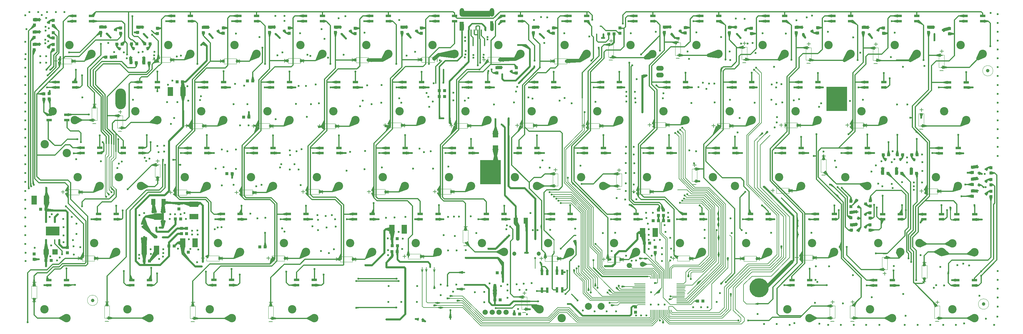
<source format=gbl>
G04 Layer_Physical_Order=2*
G04 Layer_Color=11436288*
%FSLAX44Y44*%
%MOMM*%
G71*
G01*
G75*
%ADD10C,0.1000*%
%ADD11C,1.0000*%
%ADD12C,0.3000*%
%ADD13C,1.0000*%
%ADD14C,0.6000*%
%ADD15C,0.5000*%
%ADD16C,0.2500*%
%ADD17C,0.4000*%
%ADD18C,0.2000*%
%ADD19C,0.2032*%
%ADD20C,1.5000*%
%ADD21C,1.5000*%
%ADD22C,2.4000*%
%ADD23C,2.3000*%
%ADD24C,1.2000*%
%ADD25O,1.1000X2.5000*%
%ADD26O,1.2000X2.5000*%
%ADD27O,1.3000X2.5000*%
%ADD28O,2.2000X1.4000*%
%ADD29C,5.5000*%
%ADD30C,2.0000*%
%ADD31R,6.0000X7.0000*%
%ADD32C,0.6000*%
%ADD33R,1.5000X0.8000*%
%ADD34R,0.8000X1.5000*%
%ADD35O,3.0000X6.0000*%
%ADD36R,0.9000X0.9000*%
%ADD37R,0.9000X0.9000*%
%ADD38R,0.9000X0.9000*%
%ADD39R,0.9000X0.9000*%
%ADD40R,1.5240X2.5400*%
%ADD41R,1.2000X1.8000*%
%ADD42R,4.0000X2.5000*%
%ADD43R,2.5400X1.5240*%
%ADD44R,1.5000X1.5000*%
%ADD45R,1.6500X1.8500*%
%ADD46R,1.1796X2.6250*%
%ADD47R,0.9500X2.2000*%
%ADD48R,8.0750X1.6750*%
%ADD49R,2.6500X1.9500*%
D10*
X3852860Y2108714D02*
G03*
X3852860Y2108714I15000J0D01*
G01*
X1288860Y2119464D02*
G03*
X1288860Y2119464I15000J0D01*
G01*
X3865110Y2779964D02*
G03*
X3865110Y2779964I15000J0D01*
G01*
X1498316Y2473932D02*
Y2509932D01*
X1483316Y2473932D02*
Y2509932D01*
X1498316D02*
X1483316D01*
X1498316Y2473932D02*
X1483316D01*
X3591022Y2243740D02*
X3576022Y2243740D01*
X3591022Y2207740D02*
X3576022Y2207740D01*
X3591022Y2207740D02*
Y2243740D01*
X3576022Y2207740D02*
Y2243740D01*
X3754598Y2789400D02*
X3739598Y2789400D01*
X3754598Y2825400D02*
X3739598Y2825400D01*
Y2789400D02*
Y2825400D01*
X3754598Y2789400D02*
Y2825400D01*
X3564861Y2809974D02*
Y2845974D01*
X3549861Y2809974D02*
Y2845974D01*
X3564861Y2845974D02*
X3549861Y2845974D01*
X3564861Y2809974D02*
X3549861Y2809974D01*
X3371820Y2810482D02*
X3356820Y2810482D01*
X3371820Y2846482D02*
X3356820Y2846482D01*
Y2810482D02*
Y2846482D01*
X3371820Y2810482D02*
Y2846482D01*
X3186908Y2812260D02*
X3171908D01*
X3186908Y2848260D02*
X3171908D01*
Y2812260D02*
Y2848260D01*
X3186908Y2812260D02*
Y2848260D01*
X2995646Y2824706D02*
X2980646D01*
X2995646Y2860706D02*
X2980646D01*
Y2824706D02*
Y2860706D01*
X2995646Y2824706D02*
Y2860706D01*
X2803114Y2819626D02*
X2788114D01*
X2803114Y2855626D02*
X2788114D01*
Y2819626D02*
Y2855626D01*
X2803114Y2819626D02*
Y2855626D01*
X2668860Y2800214D02*
Y2815214D01*
X2632860Y2800214D02*
Y2815214D01*
X2668860Y2800214D02*
X2632860D01*
X2668860Y2815214D02*
X2632860D01*
X2476860Y2803964D02*
Y2818964D01*
X2440860Y2803964D02*
Y2818964D01*
X2476860Y2803964D02*
X2440860D01*
X2476860Y2818964D02*
X2440860D01*
X2286860Y2804214D02*
Y2819214D01*
X2250860Y2804214D02*
Y2819214D01*
X2286860Y2804214D02*
X2250860D01*
X2286860Y2819214D02*
X2250860D01*
X2097860Y2803464D02*
Y2818464D01*
X2061860Y2803464D02*
Y2818464D01*
X2097860Y2803464D02*
X2061860D01*
X2097860Y2818464D02*
X2061860D01*
X1902360Y2801214D02*
Y2816214D01*
X1866360Y2801214D02*
Y2816214D01*
X1902360Y2801214D02*
X1866360D01*
X1902360Y2816214D02*
X1866360D01*
X1718110Y2800214D02*
Y2815214D01*
X1682110Y2800214D02*
Y2815214D01*
X1718110Y2800214D02*
X1682110D01*
X1718110Y2815214D02*
X1682110D01*
X1528610Y2803964D02*
Y2818964D01*
X1492610Y2803964D02*
Y2818964D01*
X1528610Y2803964D02*
X1492610D01*
X1528610Y2818964D02*
X1492610D01*
X1244360Y2800214D02*
Y2815214D01*
X1208360Y2800214D02*
Y2815214D01*
X1244360Y2800214D02*
X1208360D01*
X1244360Y2815214D02*
X1208360D01*
X3695924Y2620998D02*
X3680924Y2620998D01*
X3695924Y2656998D02*
X3680924Y2656998D01*
Y2620998D02*
Y2656998D01*
X3695924Y2620998D02*
Y2656998D01*
X3522360Y2615464D02*
Y2630464D01*
X3486360Y2615464D02*
Y2630464D01*
X3522360Y2615464D02*
X3486360D01*
X3522360Y2630464D02*
X3486360D01*
X3331610Y2615714D02*
Y2630714D01*
X3295610Y2615714D02*
Y2630714D01*
X3331610Y2615714D02*
X3295610D01*
X3331610Y2630714D02*
X3295610D01*
X3137610Y2628714D02*
X3101610D01*
X3137610Y2613714D02*
X3101610D01*
Y2628714D01*
X3137610Y2613714D02*
Y2628714D01*
X2953860Y2616714D02*
Y2631714D01*
X2917860Y2616714D02*
Y2631714D01*
X2953860Y2616714D02*
X2917860D01*
X2953860Y2631714D02*
X2917860D01*
X2763360Y2613964D02*
Y2628964D01*
X2727361Y2613964D02*
Y2628964D01*
X2763360Y2613964D02*
X2727361D01*
X2763360Y2628964D02*
X2727361D01*
X2572860Y2614964D02*
Y2629964D01*
X2536860Y2614964D02*
Y2629964D01*
X2572860Y2614964D02*
X2536860D01*
X2572860Y2629964D02*
X2536860D01*
X2383110Y2614214D02*
Y2629214D01*
X2347110Y2614214D02*
Y2629214D01*
X2383110Y2614214D02*
X2347110D01*
X2383110Y2629214D02*
X2347110D01*
X2192610Y2615714D02*
Y2630714D01*
X2156610Y2615714D02*
Y2630714D01*
X2192610Y2615714D02*
X2156610D01*
X2192610Y2630714D02*
X2156610D01*
X2003110Y2613214D02*
Y2628214D01*
X1967110Y2613214D02*
Y2628214D01*
X2003110Y2613214D02*
X1967110D01*
X2003110Y2628214D02*
X1967110D01*
X1813860Y2613464D02*
Y2628464D01*
X1777860Y2613464D02*
Y2628464D01*
X1813860Y2613464D02*
X1777860D01*
X1813860Y2628464D02*
X1777860D01*
X1620860Y2613714D02*
Y2628714D01*
X1584860Y2613714D02*
Y2628714D01*
X1620860Y2613714D02*
X1584860D01*
X1620860Y2628714D02*
X1584860D01*
X1390366Y2614902D02*
Y2650902D01*
X1375366Y2614902D02*
Y2650902D01*
X1390366D02*
X1375366D01*
X1390366Y2614902D02*
X1375366D01*
X1316706Y2637254D02*
X1301706Y2637254D01*
X1316706Y2673254D02*
X1301706Y2673254D01*
Y2637254D02*
Y2673254D01*
X1316706Y2637254D02*
Y2673254D01*
X1309610Y2247964D02*
X1273610D01*
X1309610Y2232964D02*
X1273610D01*
Y2247964D01*
X1309610Y2232964D02*
Y2247964D01*
X3735860Y2425964D02*
Y2440964D01*
X3699861Y2425964D02*
Y2440964D01*
X3735860Y2425964D02*
X3699861D01*
X3735860Y2440964D02*
X3699861D01*
X3415000Y2488410D02*
X3400000Y2488410D01*
X3415000Y2524410D02*
X3400000Y2524410D01*
Y2488410D02*
Y2524410D01*
X3415000Y2488410D02*
Y2524410D01*
X3307832Y2427493D02*
Y2442493D01*
X3271832Y2427493D02*
Y2442493D01*
X3307832Y2427493D02*
X3271832D01*
X3307832Y2442493D02*
X3271832D01*
X3043611Y2461964D02*
X3028611D01*
X3043611Y2497964D02*
X3028611D01*
Y2461964D02*
Y2497964D01*
X3043611Y2461964D02*
Y2497964D01*
X2907860Y2424714D02*
Y2439714D01*
X2871860Y2424714D02*
Y2439714D01*
X2907860Y2424714D02*
X2871860D01*
X2907860Y2439714D02*
X2871860D01*
X2826111Y2447714D02*
X2811111D01*
X2826111Y2483714D02*
X2811111D01*
Y2447714D02*
Y2483714D01*
X2826111Y2447714D02*
Y2483714D01*
X2643110Y2448214D02*
X2628110D01*
X2643110Y2484214D02*
X2628110D01*
Y2448214D02*
Y2484214D01*
X2643110Y2448214D02*
Y2484214D01*
X2335110Y2424714D02*
Y2439714D01*
X2299110Y2424714D02*
Y2439714D01*
X2335110Y2424714D02*
X2299110D01*
X2335110Y2439714D02*
X2299110D01*
X2145610Y2423964D02*
Y2438964D01*
X2109610Y2423964D02*
Y2438964D01*
X2145610Y2423964D02*
X2109610D01*
X2145610Y2438964D02*
X2109610D01*
X1956360Y2424464D02*
Y2439464D01*
X1920360Y2424464D02*
Y2439464D01*
X1956360Y2424464D02*
X1920360D01*
X1956360Y2439464D02*
X1920360D01*
X1765110Y2422214D02*
Y2437214D01*
X1729110Y2422214D02*
Y2437214D01*
X1765110Y2422214D02*
X1729110D01*
X1765110Y2437214D02*
X1729110D01*
X1575110Y2422214D02*
Y2437214D01*
X1539110Y2422214D02*
Y2437214D01*
X1575110Y2422214D02*
X1539110D01*
X1575110Y2437214D02*
X1539110D01*
X1264860Y2423464D02*
Y2438464D01*
X1228860Y2423464D02*
Y2438464D01*
X1264860Y2423464D02*
X1228860D01*
X1264860Y2438464D02*
X1228860D01*
X3705068Y2219610D02*
X3690068D01*
X3705068Y2183610D02*
X3690068D01*
X3705068D02*
Y2219610D01*
X3690068Y2183610D02*
Y2219610D01*
X3377110Y2234714D02*
Y2249714D01*
X3341111Y2234714D02*
Y2249714D01*
X3377110Y2234714D02*
X3341111D01*
X3377110Y2249714D02*
X3341111D01*
X3214154Y2232118D02*
Y2247118D01*
X3178154Y2232118D02*
Y2247118D01*
X3214154Y2232118D02*
X3178154D01*
X3214154Y2247118D02*
X3178154D01*
X3022130Y2232372D02*
Y2247372D01*
X2986130Y2232372D02*
Y2247372D01*
X3022130Y2232372D02*
X2986130D01*
X3022130Y2247372D02*
X2986130D01*
X2821610Y2229464D02*
Y2244464D01*
X2785610Y2229464D02*
Y2244464D01*
X2821610Y2229464D02*
X2785610D01*
X2821610Y2244464D02*
X2785610D01*
X2641892Y2231864D02*
Y2246864D01*
X2605892Y2231864D02*
Y2246864D01*
X2641892Y2231864D02*
X2605892D01*
X2641892Y2246864D02*
X2605892D01*
X2384610Y2285214D02*
Y2321214D01*
X2369610Y2285214D02*
Y2321214D01*
X2384610D02*
X2369610D01*
X2384610Y2285214D02*
X2369610D01*
X2247860Y2238214D02*
Y2253214D01*
X2211860Y2238214D02*
Y2253214D01*
X2247860Y2238214D02*
X2211860D01*
X2247860Y2253214D02*
X2211860D01*
X2052110Y2230214D02*
Y2245214D01*
X2016110Y2230214D02*
Y2245214D01*
X2052110Y2230214D02*
X2016110D01*
X2052110Y2245214D02*
X2016110D01*
X1856110Y2232964D02*
Y2247964D01*
X1820110Y2232964D02*
Y2247964D01*
X1856110Y2232964D02*
X1820110D01*
X1856110Y2247964D02*
X1820110D01*
X1667860Y2232964D02*
Y2247964D01*
X1631860Y2232964D02*
Y2247964D01*
X1667860Y2232964D02*
X1631860D01*
X1667860Y2247964D02*
X1631860D01*
X3741860Y2067714D02*
X3726860D01*
X3741860Y2103714D02*
X3726860D01*
Y2067714D02*
Y2103714D01*
X3741860Y2067714D02*
Y2103714D01*
X3498110Y2067964D02*
X3483110D01*
X3498110Y2103964D02*
X3483110D01*
Y2067964D02*
Y2103964D01*
X3498110Y2067964D02*
Y2103964D01*
X3440360Y2067964D02*
X3425360D01*
X3440360Y2103964D02*
X3425360D01*
Y2067964D02*
Y2103964D01*
X3440360Y2067964D02*
Y2103964D01*
X2553610Y2093464D02*
Y2129464D01*
X2538610Y2093464D02*
Y2129464D01*
X2553610D02*
X2538610D01*
X2553610Y2093464D02*
X2538610D01*
X1824341Y2067334D02*
X1809341D01*
X1824341Y2103334D02*
X1809341D01*
Y2067334D02*
Y2103334D01*
X1824341Y2067334D02*
Y2103334D01*
X1599610Y2067214D02*
X1584610D01*
X1599610Y2103214D02*
X1584610D01*
Y2067214D02*
Y2103214D01*
X1599610Y2067214D02*
Y2103214D01*
X1352860Y2067964D02*
X1337860D01*
X1352860Y2103964D02*
X1337860D01*
Y2067964D02*
Y2103964D01*
X1352860Y2067964D02*
Y2103964D01*
X1143360Y2124714D02*
X1128360D01*
X1143360Y2160714D02*
X1128360D01*
Y2124714D02*
Y2160714D01*
X1143360Y2124714D02*
Y2160714D01*
D11*
X3867860Y2108714D02*
D03*
X1303860Y2119464D02*
D03*
X3880110Y2779964D02*
D03*
D12*
X1396360Y2865566D02*
Y2914556D01*
Y2864250D02*
Y2865566D01*
X1403440Y2858486D02*
X1396360Y2865566D01*
X2936838Y2881568D02*
Y2911794D01*
Y2837880D02*
Y2881568D01*
X2882228Y2826958D01*
X3119272Y2791714D02*
X3114511Y2786953D01*
X3111610Y2784052D01*
Y2617714D02*
X3108611Y2614714D01*
X3062860Y2568964D01*
X3157056Y2846770D02*
Y2848040D01*
Y2806446D02*
Y2846770D01*
X3180424D02*
X3157056D01*
X1361022Y2439862D02*
X1356958Y2443926D01*
X1365848Y2435036D02*
X1361022Y2439862D01*
X1272876Y2240464D02*
X1224362D01*
X1274110D02*
X1272876D01*
X1278110Y2245698D02*
X1272876Y2240464D01*
X1556602Y2509712D02*
X1550360D01*
Y2560464D01*
Y2420714D02*
Y2509712D01*
X1189826Y2215580D02*
X1173316Y2199070D01*
X1189826Y2215580D02*
X1189572D01*
X1207352D02*
X1189826D01*
X1234110Y2430964D02*
Y2448410D01*
Y2398214D02*
Y2430964D01*
X1134200Y2451038D02*
Y2452562D01*
X1132422Y2454340D01*
X1134962Y2451800D02*
X1134200Y2452562D01*
X3896450Y2238694D02*
X3860890Y2203134D01*
X3841610Y2183854D01*
X1544360Y2523936D02*
X1536282D01*
X1544360D02*
Y2563714D01*
Y2429714D02*
Y2523936D01*
Y2418964D02*
Y2429714D01*
X1539610D01*
X1591110Y2621214D02*
X1585360D01*
X1591110D02*
Y2755214D01*
Y2610464D02*
Y2621214D01*
X1643216Y2807714D02*
Y2860232D01*
Y2807320D02*
Y2807714D01*
X1682610D02*
X1643216D01*
X2596344Y2216342D02*
Y2225112D01*
Y2197900D02*
Y2216342D01*
X2605114D02*
X2596344D01*
X2695284Y2250378D02*
X2680063Y2235157D01*
X2676742Y2231836D01*
X2597361Y2146238D02*
X2582254D01*
X2611718D02*
X2597361D01*
X2590890Y2807714D02*
Y2856168D01*
Y2788994D02*
Y2807714D01*
X2560610Y2458458D02*
X2510110Y2508958D01*
X2560610Y2458458D02*
Y2459214D01*
Y2441464D02*
Y2458458D01*
X2633360Y2807714D02*
X2590890D01*
X2596360Y2331404D02*
Y2405714D01*
Y2265482D02*
Y2331404D01*
X3458554Y2273238D02*
Y2396174D01*
Y2240020D02*
Y2273238D01*
X3454236D01*
X3492110Y2622964D02*
X3486860D01*
X3521654Y2845474D02*
Y2889550D01*
Y2803758D02*
Y2845474D01*
X3521318D01*
X3557360D02*
X3521654D01*
X3492110Y2622964D02*
Y2774214D01*
Y2609714D02*
Y2622964D01*
X3644228Y2379156D02*
Y2423352D01*
Y2356804D02*
Y2379156D01*
X2921610Y2624214D02*
X2918360D01*
X2949110Y2862772D02*
Y2890344D01*
Y2838976D02*
Y2862772D01*
X2921610Y2624214D02*
Y2721028D01*
Y2615214D02*
Y2624214D01*
X2874860Y2432214D02*
Y2568464D01*
Y2417214D02*
Y2432214D01*
X2872361D01*
X2977110Y2262464D02*
Y2381964D01*
Y2249392D02*
Y2262464D01*
X2989162Y2862772D02*
X2949110D01*
X2730110Y2621464D02*
X2727860D01*
X2730110D02*
Y2778964D01*
Y2610964D02*
Y2621464D01*
X2687664Y2455610D02*
X2682610Y2460664D01*
X2786360Y2356914D02*
X2687664Y2455610D01*
X2786360Y2237424D02*
Y2356914D01*
Y2237214D02*
Y2237424D01*
X2797361Y2855152D02*
X2775610D01*
X2798548D02*
X2797361D01*
X3328610Y2846008D02*
Y2889844D01*
Y2789464D02*
Y2846008D01*
X3277332Y2439993D02*
X3253860Y2463464D01*
X3347610Y2369714D02*
X3277332Y2439993D01*
X3364574Y2846008D02*
X3328610D01*
X3344508Y2075118D02*
X3279992D01*
X3372448Y2103058D02*
X3344508Y2075118D01*
X3340190Y2070800D01*
X3347610Y2242214D02*
Y2369714D01*
Y2228714D02*
Y2242214D01*
X2387637Y2907490D02*
Y2908344D01*
Y2897030D02*
Y2907490D01*
X2432637Y2906438D02*
Y2908062D01*
Y2897030D02*
Y2906438D01*
X1734110Y2429714D02*
X1729610D01*
X1734110D02*
Y2565214D01*
Y2417214D02*
Y2429714D01*
X1828360Y2238164D02*
X1825635Y2235439D01*
X1814666Y2224470D01*
X2113360Y2431464D02*
X2110110D01*
X2113360D02*
Y2570964D01*
Y2414714D02*
Y2431464D01*
X2193934Y2811714D02*
Y2890168D01*
Y2790788D02*
Y2811714D01*
X2251360D02*
X2193934D01*
X3675597Y2604835D02*
X3662770Y2617662D01*
X3706360Y2574072D02*
X3675597Y2604835D01*
X3706360Y2433464D02*
X3700360D01*
X3709678Y2824672D02*
Y2890136D01*
Y2725530D02*
Y2824672D01*
X3748368D02*
X3709678D01*
X3691980Y2168082D02*
X3669492D01*
X3666666Y2170909D01*
X3734360Y2103214D02*
X3669492Y2168082D01*
X3706360Y2433464D02*
Y2574072D01*
Y2422964D02*
Y2433464D01*
X1192360Y2793170D02*
Y2824920D01*
Y2791214D02*
Y2793170D01*
X1182301Y2783111D01*
X2351610Y2621714D02*
X2347610D01*
X2351610D02*
Y2754464D01*
Y2613714D02*
Y2621714D01*
X2304610Y2432214D02*
X2299610D01*
X2304610D02*
Y2566714D01*
Y2414464D02*
Y2432214D01*
X2412637Y2883828D02*
X2403870D01*
X2412637D02*
Y2897030D01*
Y2810344D02*
Y2883828D01*
X2417637Y2897030D02*
Y2907312D01*
Y2872312D02*
Y2897030D01*
X3717888Y2746714D02*
Y2794700D01*
Y2723326D02*
Y2746714D01*
X3699032Y2405886D02*
X3692617Y2399470D01*
X3679788Y2386642D01*
X3692617Y2399470D02*
X3692114Y2398968D01*
X3679788Y2367464D02*
Y2386642D01*
Y2316164D02*
Y2367464D01*
X3696110D02*
X3679788D01*
X3717888Y2746714D02*
X3717654D01*
X3767360D02*
X3717888D01*
X1971610Y2620714D02*
Y2756214D01*
Y2611214D02*
Y2620714D01*
X1967610D01*
X1924110Y2431964D02*
Y2563714D01*
Y2420464D02*
Y2431964D01*
X1920860D01*
X3497860Y2605464D02*
X3450110Y2557714D01*
X3400892D01*
X3482360D02*
X3450110D01*
X3446362Y2419542D02*
X3391752Y2474152D01*
X3464142Y2401762D02*
X3446362Y2419542D01*
X1201610Y2746964D02*
X1177396D01*
X1219360Y2788928D02*
X1177396Y2746964D01*
X1144106Y2713674D01*
X1143598Y2713166D01*
X1163918Y2713674D02*
X1144106D01*
X1195668Y2537144D02*
X1143598D01*
X1224948Y2820862D02*
X1219360Y2815274D01*
Y2921464D01*
Y2788928D02*
Y2815274D01*
X1143598Y2537144D02*
Y2713166D01*
Y2475930D02*
Y2537144D01*
X3657494Y2810464D02*
X3617610D01*
X3105461Y2828314D02*
X3101310Y2824164D01*
X2862788Y2253051D02*
X2846700Y2236964D01*
X2868150Y2258414D02*
X2862788Y2253051D01*
X2853450Y2243714D01*
X2868150Y2258414D02*
X2862788Y2253051D01*
X1407360Y2949964D02*
X1313360D01*
X1775860D02*
X1407360D01*
X1965110D02*
X1775860D01*
X2155360D02*
X1965110D01*
X2341620D02*
X2155360D01*
X1775860Y2937714D02*
Y2949964D01*
X1965110Y2937464D02*
Y2949964D01*
X2155360Y2937464D02*
Y2949964D01*
X2535610Y2937714D02*
Y2949964D01*
X1407360Y2876464D02*
Y2949964D01*
X2535610D02*
X2476610D01*
X2726360D02*
X2535610D01*
X2731610D02*
X2726360D01*
Y2938214D02*
Y2949964D01*
X2916360Y2937964D02*
Y2949964D01*
X2838860D01*
X3106110D02*
X2916360D01*
X3295860D02*
X3106110D01*
X3486360D02*
X3295860D01*
X3675610D02*
X3486360D01*
X3861111D02*
X3675610D01*
X3106110Y2937964D02*
Y2949964D01*
X3295860Y2938214D02*
Y2949964D01*
X3486360Y2938214D02*
Y2949964D01*
X3675610Y2937464D02*
Y2949964D01*
X3292110Y2557714D02*
X3266860D01*
X3308110Y2598964D02*
X3266860Y2557714D01*
X3259610Y2550464D01*
X2579610Y2746964D02*
X2556861D01*
X2547360Y2618520D02*
Y2737464D01*
Y2596714D02*
Y2618520D01*
X2584530Y2774634D02*
X2556861Y2746964D01*
X2547360Y2737464D01*
X2559648Y2606232D02*
X2547360Y2618520D01*
X2603360Y2367714D02*
Y2430234D01*
Y2321714D02*
Y2367714D01*
X2627360D02*
X2603360D01*
X2450860Y2800212D02*
X2427568Y2776920D01*
X2463110Y2880214D02*
Y2922464D01*
Y2879964D02*
Y2880214D01*
X2453610Y2870464D02*
Y2870714D01*
X2463110Y2880214D02*
X2453610Y2870714D01*
X2463110Y2879964D02*
X2453610Y2870464D01*
X2450860Y2867714D01*
Y2800212D02*
Y2867714D01*
Y2798464D02*
Y2800212D01*
X1371436Y2547558D02*
Y2599882D01*
X1360514Y2610804D01*
X1392273Y2579045D02*
X1371436Y2599882D01*
X1502500Y2901878D02*
X1490053D01*
X1502500D02*
Y2927854D01*
Y2801558D02*
Y2901878D01*
X3330782Y2348676D02*
Y2369145D01*
Y2333436D02*
Y2348676D01*
Y2309052D02*
Y2333436D01*
Y2226518D02*
Y2309052D01*
X2741860Y2939714D02*
X2731610Y2949964D01*
X2838860D02*
X2829610Y2940714D01*
X2741860Y2927214D02*
Y2939714D01*
X2829610Y2915714D02*
Y2940714D01*
X2833611Y2849968D02*
Y2902464D01*
X2843611Y2937464D02*
X2837860Y2931714D01*
Y2906714D02*
X2833611Y2902464D01*
X2837860Y2906714D02*
Y2931714D01*
X2864860Y2937464D02*
X2843611D01*
X2754697Y2866377D02*
Y2885215D01*
X2788750Y2885816D02*
Y2887848D01*
X2758611Y2862464D02*
X2754697Y2866377D01*
X2780360Y2862464D02*
X2758611D01*
X2789005Y2871108D02*
X2780360Y2862464D01*
X2789005Y2871108D02*
Y2885816D01*
X2768690Y2817544D02*
Y2848232D01*
X2775610Y2855152D02*
X2768690Y2848232D01*
X2775802Y2815906D02*
Y2833816D01*
X2781644Y2839658D02*
X2775802Y2833816D01*
X2823300Y2839658D02*
X2781644D01*
X2810610Y2895714D02*
X2780860D01*
X2819238Y2887086D02*
X2810610Y2895714D01*
X2821770Y2887086D02*
X2819238D01*
X2768199Y2908376D02*
X2764349D01*
X2780860Y2895714D02*
X2768199Y2908376D01*
X2805936Y2885903D02*
X2803990Y2887848D01*
X2805936Y2884889D02*
Y2885903D01*
X2833360Y2902464D02*
X2820110D01*
X1410360Y2769464D02*
X1346036Y2705140D01*
X1460246Y2769464D02*
X1410360D01*
X1346036Y2614360D02*
Y2705140D01*
X2399050Y2874930D02*
X2392637Y2881344D01*
Y2897030D01*
X2431816Y2872132D02*
X2422637Y2881312D01*
Y2897030D01*
X3863176Y2482788D02*
X3854228Y2488372D01*
X3863176Y2482788D02*
X3851746Y2485582D01*
X3863176Y2482788D02*
X3853629Y2485359D01*
X3863176Y2482788D02*
X3854425Y2482392D01*
X3447108Y2420287D02*
X3436956Y2428948D01*
X3455673Y2410232D02*
X3447108Y2420287D01*
X3465920Y2436814D02*
X3459824Y2443672D01*
X3437938Y2444985D02*
X3426296Y2452816D01*
X1917938Y2391996D02*
X1917860Y2379995D01*
X1620717Y2733448D02*
X1608674Y2731964D01*
X1620872Y2730450D02*
X1608674Y2731964D01*
X1811405Y2733630D02*
X1799424Y2731964D01*
X1811457Y2730287D02*
X1799424Y2731964D01*
X2001401Y2733630D02*
X1989420Y2731964D01*
X2001454Y2730288D02*
X1989420Y2731964D01*
X2191185Y2733490D02*
X2179158Y2731964D01*
X2191307Y2730414D02*
X2179158Y2731964D01*
X2380687Y2733692D02*
X2368642Y2732214D01*
X2380847Y2730705D02*
X2368642Y2732214D01*
X2571632Y2733626D02*
X2559650Y2731964D01*
X2571686Y2730292D02*
X2559650Y2731964D01*
X2932776Y2732214D02*
X2926678Y2738058D01*
X2630860Y2765173D02*
X2630768Y2777174D01*
X2820110Y2765172D02*
X2819998Y2777174D01*
X3142854Y2733864D02*
X3130893Y2731964D01*
X3142892Y2731964D02*
X3130893Y2731964D01*
X3142854Y2730064D02*
X3130893Y2731964D01*
X1527663Y2924327D02*
X1515654Y2922464D01*
X1527655Y2922464D02*
X1515654Y2922464D01*
X1527663Y2920601D02*
X1515654Y2922464D01*
X1717663Y2924327D02*
X1705654Y2922464D01*
X1717655Y2922464D02*
X1705654Y2922464D01*
X1717663Y2920601D02*
X1705654Y2922464D01*
X1907163Y2924327D02*
X1895155Y2922464D01*
X1907155Y2922464D02*
X1895155Y2922464D01*
X1907163Y2920601D02*
X1895155Y2922464D01*
X2097413Y2924327D02*
X2085405Y2922464D01*
X2097413Y2920601D02*
X2085405Y2922464D01*
X2097404Y2922464D02*
X2085405Y2922464D01*
X2287663Y2924327D02*
X2275654Y2922464D01*
X2287655Y2922464D02*
X2275654Y2922464D01*
X2287663Y2920601D02*
X2275654Y2922464D01*
X1245480Y2924991D02*
X1233768Y2921954D01*
X1245686Y2920329D02*
X1233768Y2921954D01*
X1245753Y2922663D02*
X1233768Y2921954D01*
X2667663Y2924327D02*
X2655655Y2922464D01*
X2667654Y2922464D02*
X2655655Y2922464D01*
X2667663Y2920601D02*
X2655655Y2922464D01*
X2857913Y2924327D02*
X2845905Y2922464D01*
X2857904Y2922464D02*
X2845905Y2922464D01*
X2857913Y2920601D02*
X2845905Y2922464D01*
X3235637Y2924231D02*
X3223606Y2922714D01*
X3235765Y2921172D02*
X3223606Y2922714D01*
X2478795Y2923874D02*
X2473034Y2914334D01*
X2480860Y2922464D02*
X2473034Y2914334D01*
X2481926Y2922464D02*
X2473034Y2914334D01*
X2482544Y2920616D02*
X2473034Y2914334D01*
X3332824Y2333436D02*
Y2348676D01*
Y2333436D02*
X3330782Y2320838D01*
X3332824Y2333436D02*
X3330782Y2345972D01*
X3332824Y2348676D02*
X3330782Y2336075D01*
X3332824Y2348676D02*
X3330782Y2361146D01*
X3333840Y2309052D02*
X3330782Y2295846D01*
X3333840Y2309052D02*
X3330782Y2322229D01*
X2488360Y2380109D02*
X2488274Y2392110D01*
X2761578Y2834189D02*
X2760816Y2846262D01*
X2590890Y2789620D02*
X2581874Y2779978D01*
X2156377Y2623123D02*
X2146898Y2620456D01*
X2157110Y2620214D02*
X2146898Y2620456D01*
X2158582Y2619186D02*
X2146898Y2620456D01*
X2156971Y2617217D02*
X2146898Y2620456D01*
X3674708Y2603946D02*
X3666343Y2614089D01*
X3684986Y2595446D02*
X3674708Y2603946D01*
X2686902Y2454848D02*
X2682610Y2460664D01*
X2697096Y2446179D02*
X2686902Y2454848D01*
X1433210Y2893067D02*
X1425110Y2890464D01*
X1433240D02*
X1425110D01*
X1433610Y2890094D02*
X1425110Y2890464D01*
X1432953Y2887167D02*
X1425110Y2890464D01*
X2699110Y2119214D02*
X2690473Y2129205D01*
X2977610Y2262464D02*
X2977110Y2250439D01*
X2977610Y2262464D02*
X2977110Y2274503D01*
X2075121Y2098464D02*
X2063110Y2098214D01*
X3836246Y2731714D02*
X3824360Y2733762D01*
X3836246Y2731714D02*
X3824360Y2729666D01*
X2427002Y2793372D02*
X2417916Y2783778D01*
X2380924D01*
X2443062Y2779206D02*
X2440860Y2766606D01*
X2648800Y2731964D02*
X2636895Y2733956D01*
X2648800Y2731964D02*
X2636895Y2729972D01*
X3028530Y2732214D02*
X3016626Y2734210D01*
X3028530Y2732214D02*
X3016626Y2730218D01*
X2459316Y2732214D02*
X2447357Y2734117D01*
X2459316Y2732214D02*
X2447357Y2730312D01*
X2271102Y2731964D02*
X2259030Y2733589D01*
X2271102Y2731964D02*
X2259104Y2730354D01*
X2079336Y2731964D02*
X2067323Y2733824D01*
X2079336Y2731964D02*
X2067323Y2730104D01*
X1887562Y2731964D02*
X1875706Y2734139D01*
X1887562Y2731964D02*
X1875706Y2729789D01*
X1699856Y2731964D02*
X1687742Y2733791D01*
X1699856Y2731964D02*
X1687742Y2730137D01*
X1135724Y2176972D02*
Y2190180D01*
Y2176972D02*
X1133515Y2163357D01*
X1137827Y2165028D02*
X1135724Y2176972D01*
X1135860Y2173714D02*
X1135724Y2176972D01*
X1135860Y2164970D02*
X1135724Y2176972D01*
X3488843Y2606447D02*
X3479128Y2597596D01*
X1778206Y2623960D02*
X1769200Y2621726D01*
X1778852Y2621980D02*
X1769200Y2621726D01*
X1778360Y2620964D02*
X1769200Y2621726D01*
X1777570Y2618070D02*
X1769200Y2621726D01*
X2393360Y2571625D02*
X2393278Y2583626D01*
X1336638Y2570418D02*
X1332574Y2574736D01*
X1652636Y2542964D02*
X1640622Y2544668D01*
X1652636Y2542964D02*
X1640665Y2541268D01*
X1842886Y2542964D02*
X1830872Y2544668D01*
X1842886Y2542964D02*
X1830915Y2541268D01*
X2032386Y2542964D02*
X2020372Y2544668D01*
X2032386Y2542964D02*
X2020415Y2541268D01*
X2222886Y2542964D02*
X2210872Y2544668D01*
X2222886Y2542964D02*
X2210915Y2541268D01*
X2413136Y2542964D02*
X2401122Y2544668D01*
X2413136Y2542964D02*
X2401165Y2541268D01*
X2602636Y2542964D02*
X2590622Y2544668D01*
X2602636Y2542964D02*
X2590665Y2541268D01*
X2793386Y2542964D02*
X2781372Y2544668D01*
X2793386Y2542964D02*
X2781415Y2541268D01*
X2982886Y2542964D02*
X2970872Y2544668D01*
X2982886Y2542964D02*
X2970915Y2541268D01*
X3172386Y2542964D02*
X3160372Y2544668D01*
X3172386Y2542964D02*
X3160415Y2541268D01*
X3362886Y2542964D02*
X3350872Y2544668D01*
X3362886Y2542964D02*
X3350915Y2541268D01*
X3553136Y2542964D02*
X3541122Y2544668D01*
X3553136Y2542964D02*
X3541165Y2541268D01*
X3747110Y2381625D02*
X3746844Y2393634D01*
X3633560D02*
X3633306Y2381626D01*
X1312782Y2354607D02*
X1300794Y2352964D01*
X1312843Y2351310D02*
X1300794Y2352964D01*
X3862739Y2351794D02*
X3850617Y2353368D01*
X3862739Y2351794D02*
X3850721Y2350241D01*
X1745806Y2352714D02*
X1733941Y2354844D01*
X1745806Y2352714D02*
X1733941Y2350585D01*
X1668967Y2354295D02*
X1656958Y2352714D01*
X1669055Y2351116D02*
X1656958Y2352714D01*
X2622024Y2354891D02*
X2610168Y2352714D01*
X2622024Y2350537D02*
X2610168Y2352714D01*
X3240410Y2383686D02*
X3230716Y2392618D01*
X3265742Y2352714D02*
X3253869Y2354809D01*
X3265742Y2352714D02*
X3253742Y2352714D01*
X3265742Y2352714D02*
X3253742D01*
X3265742D02*
X3253869Y2350619D01*
X2861451Y2386471D02*
X2849716Y2393888D01*
X2127366Y2352714D02*
X2115345Y2354570D01*
X2127366Y2352714D02*
X2115345Y2350858D01*
X1936104Y2352714D02*
X1924194Y2354697D01*
X1936104Y2352714D02*
X1924194Y2350732D01*
X3842187Y2381372D02*
X3841933Y2393380D01*
X3458554Y2259296D02*
X3454236Y2273238D01*
X3458554Y2287410D02*
X3454236Y2273238D01*
X3766860Y2208789D02*
X3766656Y2196784D01*
X3766402Y2184775D01*
X2596360Y2343601D02*
X2595208Y2331404D01*
X2596360Y2319209D02*
X2595208Y2331404D01*
X3624446Y2162464D02*
X3612464Y2164345D01*
X3624446Y2162464D02*
X3612464Y2160583D01*
X2662518Y2200340D02*
X2655286Y2200186D01*
X2596344Y2216342D02*
X2593176Y2228280D01*
X1506564Y2523936D02*
X1506056Y2511893D01*
X1216360Y2260964D02*
X1215988Y2252410D01*
X1120230Y2441386D02*
X1119860Y2453412D01*
X1127342Y2447228D02*
X1125860Y2459824D01*
X1134708Y2451546D02*
X1132422Y2464307D01*
X1360514Y2439354D02*
X1356958Y2443926D01*
X1365848Y2435036D02*
X1360514Y2439354D01*
X1179908Y2793163D02*
X1171538Y2783016D01*
X1184174Y2775331D02*
X1174332Y2766506D01*
X1273900Y2738058D02*
Y2766506D01*
X3119272Y2791714D02*
X3114130Y2787334D01*
X3111610Y2774445D01*
X3114130Y2787334D02*
X3111610Y2784052D01*
X2891588Y2836318D02*
X2881974Y2827212D01*
X2366073Y2153511D02*
X2354120Y2151749D01*
X2366073Y2149987D02*
X2354120Y2151749D01*
X1753712Y2660874D02*
X1751299Y2649040D01*
X1756125D02*
X1753712Y2660874D01*
X1228890Y2066915D02*
X1207944Y2068414D01*
X1228890Y2069913D02*
X1207944Y2068414D01*
X1228462Y2063940D02*
X1207944Y2068414D01*
X1228462Y2072888D02*
X1207944Y2068414D01*
X1227604Y2061035D02*
X1207944Y2068414D01*
X1227604Y2075793D02*
X1207944Y2068414D01*
X1226319Y2058247D02*
X1207944Y2068414D01*
X1226319Y2078581D02*
X1207944Y2068414D01*
X1467460D02*
X1446460Y2068464D01*
X1467403Y2066915D02*
X1446460Y2068464D01*
X1467410Y2069913D02*
X1446460Y2068464D01*
X1466968Y2063941D02*
X1446460Y2068464D01*
X1466989Y2072889D02*
X1446460Y2068464D01*
X1466104Y2061038D02*
X1446460Y2068464D01*
X1466139Y2075797D02*
X1446460Y2068464D01*
X1464811Y2058254D02*
X1446460Y2068464D01*
X1464860Y2078587D02*
X1446460Y2068464D01*
X1704250Y2068414D02*
X1683234Y2067714D01*
X1704247Y2066914D02*
X1683234Y2067714D01*
X1704147Y2069910D02*
X1683234Y2067714D01*
X1703918Y2063926D02*
X1683234Y2067714D01*
X1703620Y2072870D02*
X1683234Y2067714D01*
X1703159Y2060994D02*
X1683234Y2067714D01*
X1702668Y2075745D02*
X1683234Y2067714D01*
X1701969Y2058165D02*
X1683234Y2067714D01*
X1701292Y2078489D02*
X1683234Y2067714D01*
X1941774Y2068414D02*
X1920763Y2067834D01*
X1941761Y2066914D02*
X1920763Y2067834D01*
X1941679Y2069911D02*
X1920763Y2067834D01*
X1941416Y2063928D02*
X1920763Y2067834D01*
X1941169Y2072873D02*
X1920763Y2067834D01*
X1940640Y2061000D02*
X1920763Y2067834D01*
X1940233Y2075754D02*
X1920763Y2067834D01*
X1939433Y2058178D02*
X1920763Y2067834D01*
X1938871Y2078505D02*
X1920763Y2067834D01*
X3387930Y2068464D02*
X3366931Y2068414D01*
X3387930Y2068464D02*
X3366980Y2069913D01*
X3387930Y2068464D02*
X3366988Y2066915D01*
X3387930Y2068464D02*
X3367402Y2072889D01*
X3387930Y2068464D02*
X3367423Y2063941D01*
X3387930Y2068464D02*
X3368252Y2075797D01*
X3387930Y2068464D02*
X3368287Y2061038D01*
X3387930Y2068464D02*
X3369531Y2078587D01*
X3387930Y2068464D02*
X3369579Y2058254D01*
X3841510Y2068414D02*
X3820509Y2068214D01*
X3841471Y2066915D02*
X3820509Y2068214D01*
X3841443Y2069913D02*
X3820509Y2068214D01*
X3841071Y2063936D02*
X3820509Y2068214D01*
X3840986Y2072883D02*
X3820509Y2068214D01*
X3840241Y2061022D02*
X3820509Y2068214D01*
X3840101Y2075780D02*
X3820509Y2068214D01*
X3838983Y2058223D02*
X3820509Y2068214D01*
X3838789Y2078555D02*
X3820509Y2068214D01*
X1918826Y2257323D02*
X1899847Y2240464D01*
X1916705Y2259443D02*
X1899847Y2240464D01*
X1920685Y2254962D02*
X1899847Y2240464D01*
X1914346Y2261301D02*
X1899847Y2240464D01*
X1922259Y2252386D02*
X1899847Y2240464D01*
X1911768Y2262876D02*
X1899847Y2240464D01*
X1923526Y2249614D02*
X1899847Y2240464D01*
X1908997Y2264143D02*
X1899847Y2240464D01*
X2109187Y2257323D02*
X2089793Y2240050D01*
X2107066Y2259444D02*
X2089793Y2240050D01*
X2111051Y2254968D02*
X2089793Y2240050D01*
X2104711Y2261308D02*
X2089793Y2240050D01*
X2112639Y2252401D02*
X2089793Y2240050D01*
X2102144Y2262896D02*
X2089793Y2240050D01*
X2113927Y2249642D02*
X2089793Y2240050D01*
X2099385Y2264184D02*
X2089793Y2240050D01*
X2298766Y2257310D02*
X2285050Y2245714D01*
X2296646Y2259429D02*
X2285050Y2245714D01*
X2300509Y2254859D02*
X2285050Y2245714D01*
X2294195Y2261172D02*
X2285050Y2245714D01*
X2301830Y2252120D02*
X2285050Y2245714D01*
X2291457Y2262493D02*
X2285050Y2245714D01*
X2302680Y2249143D02*
X2285050Y2245714D01*
X2288480Y2263344D02*
X2285050Y2245714D01*
X2487877Y2256915D02*
X2466930Y2258414D01*
X2487877Y2259913D02*
X2466930Y2258414D01*
X2487448Y2253940D02*
X2466930Y2258414D01*
X2487448Y2262888D02*
X2466930Y2258414D01*
X2486591Y2251035D02*
X2466930Y2258414D01*
X2486591Y2265793D02*
X2466930Y2258414D01*
X2485305Y2248247D02*
X2466930Y2258414D01*
X2485305Y2268581D02*
X2466930Y2258414D01*
X2679070Y2257323D02*
X2659677Y2240050D01*
X2676949Y2259444D02*
X2659677Y2240050D01*
X2680935Y2254968D02*
X2659677Y2240050D01*
X2674595Y2261308D02*
X2659677Y2240050D01*
X2682522Y2252401D02*
X2659677Y2240050D01*
X2672027Y2262896D02*
X2659677Y2240050D01*
X2683811Y2249642D02*
X2659677Y2240050D01*
X2669268Y2264184D02*
X2659677Y2240050D01*
X2868150Y2258414D02*
X2853450Y2243714D01*
X2869172Y2257316D02*
X2853450Y2243714D01*
X2867052Y2259436D02*
X2853450Y2243714D01*
X2870969Y2254906D02*
X2853450Y2243714D01*
X2864643Y2261233D02*
X2853450Y2243714D01*
X2872410Y2252241D02*
X2853450Y2243714D01*
X2861978Y2262674D02*
X2853450Y2243714D01*
X2873459Y2249355D02*
X2853450Y2243714D01*
X2859091Y2263723D02*
X2853450Y2243714D01*
X2868150Y2258414D02*
X2849786Y2240050D01*
X2869180Y2257323D02*
X2849786Y2240050D01*
X2867060Y2259444D02*
X2849786Y2240050D01*
X2871045Y2254968D02*
X2849786Y2240050D01*
X2864705Y2261308D02*
X2849786Y2240050D01*
X2872632Y2252401D02*
X2849786Y2240050D01*
X2862137Y2262896D02*
X2849786Y2240050D01*
X2873921Y2249642D02*
X2849786Y2240050D01*
X2859378Y2264184D02*
X2849786Y2240050D01*
X3057744Y2258414D02*
X3039300Y2240403D01*
X3058760Y2257311D02*
X3039300Y2240403D01*
X3056665Y2259456D02*
X3039300Y2240403D01*
X3060594Y2254932D02*
X3039300Y2240403D01*
X3054331Y2261347D02*
X3039300Y2240403D01*
X3062147Y2252343D02*
X3039300Y2240403D01*
X3051779Y2262961D02*
X3039300Y2240403D01*
X3063396Y2249565D02*
X3039300Y2240403D01*
X3049032Y2264275D02*
X3039300Y2240403D01*
X3248883Y2257323D02*
X3229490Y2240050D01*
X3246763Y2259444D02*
X3229490Y2240050D01*
X3250748Y2254968D02*
X3229490Y2240050D01*
X3244408Y2261308D02*
X3229490Y2240050D01*
X3252336Y2252401D02*
X3229490Y2240050D01*
X3241840Y2262896D02*
X3229490Y2240050D01*
X3253624Y2249642D02*
X3229490Y2240050D01*
X3239081Y2264184D02*
X3229490Y2240050D01*
X3438989Y2257319D02*
X3421764Y2242214D01*
X3436869Y2259439D02*
X3421764Y2242214D01*
X3440818Y2254935D02*
X3421764Y2242214D01*
X3434485Y2261268D02*
X3421764Y2242214D01*
X3442327Y2252314D02*
X3421764Y2242214D01*
X3431864Y2262778D02*
X3421764Y2242214D01*
X3443489Y2249486D02*
X3421764Y2242214D01*
X3429035Y2263940D02*
X3421764Y2242214D01*
X3746710Y2256915D02*
X3725764Y2258414D01*
X3746710Y2259913D02*
X3725764Y2258414D01*
X3746281Y2253940D02*
X3725764Y2258414D01*
X3746281Y2262888D02*
X3725764Y2258414D01*
X3745424Y2251035D02*
X3725764Y2258414D01*
X3745424Y2265793D02*
X3725764Y2258414D01*
X3744138Y2248247D02*
X3725764Y2258414D01*
X3744138Y2268581D02*
X3725764Y2258414D01*
X3768486Y2252918D02*
X3746764Y2258414D01*
X3768486Y2252918D02*
X3747180Y2259855D01*
X3768486Y2252918D02*
X3746445Y2256948D01*
X3768486Y2252918D02*
X3748300Y2262644D01*
X3768486Y2252918D02*
X3746104Y2253963D01*
X3768486Y2252918D02*
X3749794Y2265275D01*
X3768486Y2252918D02*
X3746167Y2250938D01*
X3768486Y2252918D02*
X3751653Y2267706D01*
X3768486Y2252918D02*
X3746645Y2247915D01*
X3704423Y2281366D02*
X3683264Y2283814D01*
X3704423Y2281366D02*
X3683488Y2285297D01*
X3704423Y2281366D02*
X3683144Y2282319D01*
X3704423Y2281366D02*
X3684250Y2288205D01*
X3704423Y2281366D02*
X3683222Y2279314D01*
X3704423Y2281366D02*
X3685424Y2290996D01*
X3704423Y2281366D02*
X3683727Y2276328D01*
X3704423Y2281366D02*
X3687004Y2293625D01*
X3704423Y2281366D02*
X3684665Y2273408D01*
X1325179Y2447422D02*
X1306600Y2430964D01*
X1323058Y2449542D02*
X1306600Y2430964D01*
X1327031Y2445057D02*
X1306600Y2430964D01*
X1320693Y2451395D02*
X1306600Y2430964D01*
X1328591Y2442470D02*
X1306600Y2430964D01*
X1318107Y2452955D02*
X1306600Y2430964D01*
X1329836Y2439687D02*
X1306600Y2430964D01*
X1315323Y2454200D02*
X1306600Y2430964D01*
X1633820Y2447423D02*
X1614426Y2430150D01*
X1631700Y2449544D02*
X1614426Y2430150D01*
X1635685Y2445068D02*
X1614426Y2430150D01*
X1629345Y2451408D02*
X1614426Y2430150D01*
X1637272Y2442500D02*
X1614426Y2430150D01*
X1626777Y2452996D02*
X1614426Y2430150D01*
X1638561Y2439742D02*
X1614426Y2430150D01*
X1624018Y2454284D02*
X1614426Y2430150D01*
X1823930Y2447423D02*
X1804536Y2430150D01*
X1821810Y2449544D02*
X1804536Y2430150D01*
X1825795Y2445068D02*
X1804536Y2430150D01*
X1819455Y2451408D02*
X1804536Y2430150D01*
X1827382Y2442500D02*
X1804536Y2430150D01*
X1816887Y2452996D02*
X1804536Y2430150D01*
X1828671Y2439742D02*
X1804536Y2430150D01*
X1814128Y2454284D02*
X1804536Y2430150D01*
X2012494Y2448514D02*
X1994360Y2431964D01*
X2013471Y2447376D02*
X1994360Y2431964D01*
X2011449Y2449591D02*
X1994360Y2431964D01*
X2015210Y2444926D02*
X1994360Y2431964D01*
X2009168Y2451546D02*
X1994360Y2431964D01*
X2016644Y2442267D02*
X1994360Y2431964D01*
X2006651Y2453216D02*
X1994360Y2431964D01*
X2017750Y2439424D02*
X1994360Y2431964D01*
X2003921Y2454576D02*
X1994360Y2431964D01*
X2203804Y2447421D02*
X2185727Y2431464D01*
X2201684Y2449541D02*
X2185727Y2431464D01*
X2205648Y2445049D02*
X2185727Y2431464D01*
X2199312Y2451385D02*
X2185727Y2431464D01*
X2207191Y2442451D02*
X2185727Y2431464D01*
X2196714Y2452928D02*
X2185727Y2431464D01*
X2208407Y2439651D02*
X2185727Y2431464D01*
X2193914Y2454144D02*
X2185727Y2431464D01*
X2394179Y2447419D02*
X2376854Y2432214D01*
X2392059Y2449540D02*
X2376854Y2432214D01*
X2396010Y2445037D02*
X2376854Y2432214D01*
X2389676Y2451370D02*
X2376854Y2432214D01*
X2397524Y2442419D02*
X2376854Y2432214D01*
X2387058Y2452884D02*
X2376854Y2432214D01*
X2398692Y2439594D02*
X2376854Y2432214D01*
X2384233Y2454053D02*
X2376854Y2432214D01*
X2603725Y2448714D02*
X2582724Y2448514D01*
X2603725Y2448714D02*
X2582763Y2450013D01*
X2603725Y2448714D02*
X2582791Y2447016D01*
X2603725Y2448714D02*
X2583163Y2452993D01*
X2603725Y2448714D02*
X2583248Y2444045D01*
X2603725Y2448714D02*
X2583993Y2455906D01*
X2603725Y2448714D02*
X2584133Y2441148D01*
X2603725Y2448714D02*
X2585251Y2458705D01*
X2603725Y2448714D02*
X2585445Y2438373D01*
X2794102Y2448214D02*
X2773100Y2448514D01*
X2794102Y2448214D02*
X2773175Y2450012D01*
X2794102Y2448214D02*
X2773133Y2447014D01*
X2794102Y2448214D02*
X2773646Y2452981D01*
X2794102Y2448214D02*
X2773518Y2444034D01*
X2794102Y2448214D02*
X2774545Y2455874D01*
X2794102Y2448214D02*
X2774334Y2441116D01*
X2794102Y2448214D02*
X2775870Y2458642D01*
X2794102Y2448214D02*
X2775580Y2438311D01*
X2962887Y2448514D02*
X2946360Y2432214D01*
X2963905Y2447413D02*
X2946360Y2432214D01*
X2961800Y2449547D02*
X2946360Y2432214D01*
X2965722Y2445019D02*
X2946360Y2432214D01*
X2959431Y2451396D02*
X2946360Y2432214D01*
X2967222Y2442393D02*
X2946360Y2432214D01*
X2956827Y2452933D02*
X2946360Y2432214D01*
X2968378Y2439564D02*
X2946360Y2432214D01*
X2954014Y2454128D02*
X2946360Y2432214D01*
X3342914Y2448514D02*
X3329392Y2434993D01*
X3343932Y2447413D02*
X3329392Y2434993D01*
X3341812Y2449532D02*
X3329392Y2434993D01*
X3345699Y2444980D02*
X3329392Y2434993D01*
X3339379Y2451299D02*
X3329392Y2434993D01*
X3347074Y2442274D02*
X3329392Y2434993D01*
X3336673Y2452674D02*
X3329392Y2434993D01*
X3348015Y2439336D02*
X3329392Y2434993D01*
X3333736Y2453615D02*
X3329392Y2434993D01*
X3533290Y2448514D02*
X3511372Y2454086D01*
X3532873Y2447073D02*
X3511372Y2454086D01*
X3533611Y2449979D02*
X3511372Y2454086D01*
X3531753Y2444285D02*
X3511372Y2454086D01*
X3533960Y2452964D02*
X3511372Y2454086D01*
X3530263Y2441652D02*
X3511372Y2454086D01*
X3533907Y2455989D02*
X3511372Y2454086D01*
X3528412Y2439216D02*
X3511372Y2454086D01*
X3533444Y2459013D02*
X3511372Y2454086D01*
X3795676Y2447417D02*
X3779604Y2433464D01*
X3793556Y2449537D02*
X3779604Y2433464D01*
X3797481Y2445013D02*
X3779604Y2433464D01*
X3791153Y2451342D02*
X3779604Y2433464D01*
X3798940Y2442359D02*
X3779604Y2433464D01*
X3788499Y2452800D02*
X3779604Y2433464D01*
X3800017Y2439487D02*
X3779604Y2433464D01*
X3785627Y2453878D02*
X3779604Y2433464D01*
X1372663Y2257323D02*
X1353684Y2240464D01*
X1370542Y2259443D02*
X1353684Y2240464D01*
X1374521Y2254962D02*
X1353684Y2240464D01*
X1368182Y2261301D02*
X1353684Y2240464D01*
X1376095Y2252386D02*
X1353684Y2240464D01*
X1365605Y2262876D02*
X1353684Y2240464D01*
X1377362Y2249614D02*
X1353684Y2240464D01*
X1362834Y2264143D02*
X1353684Y2240464D01*
X1273595Y2637982D02*
X1252594Y2637814D01*
X1273595Y2637982D02*
X1252635Y2639313D01*
X1273595Y2637982D02*
X1252659Y2636315D01*
X1273595Y2637982D02*
X1253040Y2642292D01*
X1273595Y2637982D02*
X1253111Y2633344D01*
X1273595Y2637982D02*
X1253874Y2645204D01*
X1273595Y2637982D02*
X1253992Y2630446D01*
X1273595Y2637982D02*
X1255137Y2648001D01*
X1273595Y2637982D02*
X1255300Y2627669D01*
X1490217Y2637814D02*
X1468345Y2631632D01*
X1490577Y2636358D02*
X1468345Y2631632D01*
X1489762Y2639243D02*
X1468345Y2631632D01*
X1491006Y2633384D02*
X1468345Y2631632D01*
X1488570Y2642002D02*
X1468345Y2631632D01*
X1491038Y2630359D02*
X1468345Y2631632D01*
X1487014Y2644596D02*
X1468345Y2631632D01*
X1490662Y2627323D02*
X1468345Y2631632D01*
X1485104Y2646985D02*
X1468345Y2631632D01*
X1681353Y2636720D02*
X1663727Y2621214D01*
X1679233Y2638840D02*
X1663727Y2621214D01*
X1683189Y2634342D02*
X1663727Y2621214D01*
X1676855Y2640676D02*
X1663727Y2621214D01*
X1684715Y2631732D02*
X1663727Y2621214D01*
X1674245Y2642202D02*
X1663727Y2621214D01*
X1685903Y2628917D02*
X1663727Y2621214D01*
X1671430Y2643390D02*
X1663727Y2621214D01*
X1870437Y2637814D02*
X1854360Y2620964D01*
X1871488Y2636744D02*
X1854360Y2620964D01*
X1869319Y2638814D02*
X1854360Y2620964D01*
X1873378Y2634408D02*
X1854360Y2620964D01*
X1866896Y2640591D02*
X1854360Y2620964D01*
X1874959Y2631830D02*
X1854360Y2620964D01*
X1864248Y2642050D02*
X1854360Y2620964D01*
X1876204Y2629040D02*
X1854360Y2620964D01*
X1861402Y2643163D02*
X1854360Y2620964D01*
X2060327Y2637814D02*
X2043110Y2620714D01*
X2061351Y2636718D02*
X2043110Y2620714D01*
X2059238Y2638845D02*
X2043110Y2620714D01*
X2063188Y2634341D02*
X2043110Y2620714D01*
X2056873Y2640699D02*
X2043110Y2620714D01*
X2064726Y2631740D02*
X2043110Y2620714D01*
X2054283Y2642255D02*
X2043110Y2620714D01*
X2065939Y2628940D02*
X2043110Y2620714D01*
X2051491Y2643487D02*
X2043110Y2620714D01*
X2251665Y2636715D02*
X2236044Y2623214D01*
X2249545Y2638835D02*
X2236044Y2623214D01*
X2253460Y2634304D02*
X2236044Y2623214D01*
X2247134Y2640630D02*
X2236044Y2623214D01*
X2254896Y2631636D02*
X2236044Y2623214D01*
X2244465Y2642066D02*
X2236044Y2623214D01*
X2255936Y2628746D02*
X2236044Y2623214D01*
X2241575Y2643107D02*
X2236044Y2623214D01*
X2441456Y2636719D02*
X2424330Y2621714D01*
X2439335Y2638839D02*
X2424330Y2621714D01*
X2443282Y2634333D02*
X2424330Y2621714D01*
X2436949Y2640666D02*
X2424330Y2621714D01*
X2444788Y2631710D02*
X2424330Y2621714D01*
X2434326Y2642172D02*
X2424330Y2621714D01*
X2445943Y2628878D02*
X2424330Y2621714D01*
X2431494Y2643327D02*
X2424330Y2621714D01*
X2631564Y2636717D02*
X2615190Y2622464D01*
X2629444Y2638837D02*
X2615190Y2622464D01*
X2633376Y2634319D02*
X2615190Y2622464D01*
X2627046Y2640649D02*
X2615190Y2622464D01*
X2634848Y2631674D02*
X2615190Y2622464D01*
X2624401Y2642122D02*
X2615190Y2622464D01*
X2635949Y2628814D02*
X2615190Y2622464D01*
X2621541Y2643223D02*
X2615190Y2622464D01*
X2820134Y2637814D02*
X2802610Y2621464D01*
X2821122Y2636686D02*
X2802610Y2621464D01*
X2819077Y2638878D02*
X2802610Y2621464D01*
X2822881Y2634250D02*
X2802610Y2621464D01*
X2816768Y2640801D02*
X2802610Y2621464D01*
X2824329Y2631597D02*
X2802610Y2621464D01*
X2814222Y2642430D02*
X2802610Y2621464D01*
X2825441Y2628754D02*
X2802610Y2621464D01*
X2811463Y2643736D02*
X2802610Y2621464D01*
X3011262Y2636713D02*
X2996644Y2624214D01*
X3009142Y2638832D02*
X2996644Y2624214D01*
X3013032Y2634282D02*
X2996644Y2624214D01*
X3006711Y2640602D02*
X2996644Y2624214D01*
X3014411Y2631578D02*
X2996644Y2624214D01*
X3004008Y2641982D02*
X2996644Y2624214D01*
X3015360Y2628645D02*
X2996644Y2624214D01*
X3001075Y2642930D02*
X2996644Y2624214D01*
X3201533Y2636720D02*
X3183907Y2621214D01*
X3199413Y2638840D02*
X3183907Y2621214D01*
X3203369Y2634342D02*
X3183907Y2621214D01*
X3197035Y2640676D02*
X3183907Y2621214D01*
X3204895Y2631732D02*
X3183907Y2621214D01*
X3194425Y2642202D02*
X3183907Y2621214D01*
X3206083Y2628917D02*
X3183907Y2621214D01*
X3191610Y2643390D02*
X3183907Y2621214D01*
X3391638Y2636715D02*
X3376017Y2623214D01*
X3389518Y2638835D02*
X3376017Y2623214D01*
X3393433Y2634304D02*
X3376017Y2623214D01*
X3387107Y2640630D02*
X3376017Y2623214D01*
X3394869Y2631636D02*
X3376017Y2623214D01*
X3384439Y2642066D02*
X3376017Y2623214D01*
X3395910Y2628746D02*
X3376017Y2623214D01*
X3381548Y2643107D02*
X3376017Y2623214D01*
X3580220Y2637728D02*
X3565334Y2622964D01*
X3581238Y2636626D02*
X3565334Y2622964D01*
X3579127Y2638755D02*
X3565334Y2622964D01*
X3583028Y2634211D02*
X3565334Y2622964D01*
X3576727Y2640565D02*
X3565334Y2622964D01*
X3584464Y2631544D02*
X3565334Y2622964D01*
X3574072Y2642023D02*
X3565334Y2622964D01*
X3585512Y2628659D02*
X3565334Y2622964D01*
X3571195Y2643094D02*
X3565334Y2622964D01*
X3819179Y2636719D02*
X3801838Y2621498D01*
X3817059Y2638840D02*
X3801838Y2621498D01*
X3821010Y2634337D02*
X3801838Y2621498D01*
X3814677Y2640670D02*
X3801838Y2621498D01*
X3822525Y2631719D02*
X3801838Y2621498D01*
X3812059Y2642185D02*
X3801838Y2621498D01*
X3823694Y2628895D02*
X3801838Y2621498D01*
X3809235Y2643354D02*
X3801838Y2621498D01*
X1301857Y2827223D02*
X1282463Y2809950D01*
X1299736Y2829344D02*
X1282463Y2809950D01*
X1303721Y2824868D02*
X1282463Y2809950D01*
X1297381Y2831208D02*
X1282463Y2809950D01*
X1305309Y2822300D02*
X1282463Y2809950D01*
X1294814Y2832796D02*
X1282463Y2809950D01*
X1306597Y2819542D02*
X1282463Y2809950D01*
X1292055Y2834084D02*
X1282463Y2809950D01*
X1586407Y2827220D02*
X1568530Y2811464D01*
X1584287Y2829341D02*
X1568530Y2811464D01*
X1588248Y2824846D02*
X1568530Y2811464D01*
X1581912Y2831181D02*
X1568530Y2811464D01*
X1589783Y2822242D02*
X1568530Y2811464D01*
X1579309Y2832717D02*
X1568530Y2811464D01*
X1590987Y2819436D02*
X1568530Y2811464D01*
X1576502Y2833921D02*
X1568530Y2811464D01*
X1775490Y2828314D02*
X1757300Y2809904D01*
X1776526Y2827229D02*
X1757300Y2809904D01*
X1774393Y2829337D02*
X1757300Y2809904D01*
X1778404Y2824885D02*
X1757300Y2809904D01*
X1772027Y2831187D02*
X1757300Y2809904D01*
X1780005Y2822325D02*
X1757300Y2809904D01*
X1769448Y2832757D02*
X1757300Y2809904D01*
X1781307Y2819572D02*
X1757300Y2809904D01*
X1766680Y2834025D02*
X1757300Y2809904D01*
X1966117Y2827223D02*
X1946723Y2809950D01*
X1963996Y2829344D02*
X1946723Y2809950D01*
X1967981Y2824868D02*
X1946723Y2809950D01*
X1961641Y2831208D02*
X1946723Y2809950D01*
X1969569Y2822300D02*
X1946723Y2809950D01*
X1959073Y2832796D02*
X1946723Y2809950D01*
X1970858Y2819542D02*
X1946723Y2809950D01*
X1956315Y2834084D02*
X1946723Y2809950D01*
X3604300Y2066915D02*
X3583354Y2068414D01*
X3604300Y2069913D02*
X3583354Y2068414D01*
X3603871Y2063940D02*
X3583354Y2068414D01*
X3603871Y2072888D02*
X3583354Y2068414D01*
X3603015Y2061035D02*
X3583354Y2068414D01*
X3603015Y2075793D02*
X3583354Y2068414D01*
X3601729Y2058247D02*
X3583354Y2068414D01*
X3601729Y2078581D02*
X3583354Y2068414D01*
X3628734Y2245044D02*
X3628063Y2258414D01*
X3629563Y2258405D02*
X3628734Y2245044D01*
X3626572Y2258255D01*
X3632531Y2257881D02*
X3628734Y2245044D01*
X3623671Y2257436D01*
X3635359Y2256677D02*
X3628734Y2245044D01*
X3620978Y2255955D01*
X3637916Y2254786D02*
X3628734Y2245044D01*
X3618623Y2253817D01*
X3628063Y2258414D02*
X3624670Y2240980D01*
X3629522Y2258066D02*
X3624670Y2240980D01*
X3626580Y2258638D02*
X3624670Y2240980D01*
X3632336Y2257002D02*
X3624670Y2240980D01*
X3623573Y2258707D01*
X3634957Y2255459D02*
X3624670Y2240980D01*
X3620565Y2258260D01*
X3637316Y2253451D02*
X3624670Y2240980D01*
X3617624Y2257284D01*
X3841840Y2257744D02*
X3820245Y2252918D01*
X3842118Y2256270D02*
X3820245Y2252918D01*
X3841464Y2259196D02*
X3820245Y2252918D01*
X3842370Y2253275D02*
X3820245Y2252918D01*
X3840417Y2262013D02*
X3820245Y2252918D01*
X3842212Y2250253D02*
X3820245Y2252918D01*
X3838988Y2264680D02*
X3820245Y2252918D01*
X3841634Y2247246D02*
X3820245Y2252918D01*
X3837184Y2267155D02*
X3820245Y2252918D01*
X3778340Y2283144D02*
X3757261Y2281366D01*
X3778413Y2281646D02*
X3757261Y2281366D01*
X3778161Y2284633D02*
X3757261Y2281366D01*
X3778239Y2278645D02*
X3757261Y2281366D01*
X3777487Y2287563D02*
X3757261Y2281366D01*
X3777636Y2275677D02*
X3757261Y2281366D01*
X3776395Y2290387D02*
X3757261Y2281366D01*
X3776599Y2272789D02*
X3757261Y2281366D01*
X3774889Y2293060D02*
X3757261Y2281366D01*
X1464148Y2446466D02*
X1443063Y2448414D01*
X1464148Y2446466D02*
X1443254Y2449902D01*
X1464148Y2446466D02*
X1442978Y2446916D01*
X1464148Y2446466D02*
X1443951Y2452825D01*
X1464148Y2446466D02*
X1443128Y2443914D01*
X1464148Y2446466D02*
X1445065Y2455642D01*
X1464148Y2446466D02*
X1443707Y2440941D01*
X1464148Y2446466D02*
X1446591Y2458303D01*
X1464148Y2446466D02*
X1444720Y2438045D01*
X1729256Y2257323D02*
X1710277Y2240464D01*
X1727135Y2259443D02*
X1710277Y2240464D01*
X1731114Y2254962D02*
X1710277Y2240464D01*
X1724776Y2261301D02*
X1710277Y2240464D01*
X1732689Y2252386D02*
X1710277Y2240464D01*
X1722198Y2262876D02*
X1710277Y2240464D01*
X1733956Y2249614D02*
X1710277Y2240464D01*
X1719427Y2264143D02*
X1710277Y2240464D01*
X1174281Y2160236D02*
X1165120Y2162714D01*
X1174281Y2165192D02*
X1165120Y2162714D01*
X1174610Y2177714D02*
X1173062Y2187894D01*
X1172111Y2177641D01*
X1177018Y2178387D02*
X1173062Y2187894D01*
X1245645Y2163764D02*
X1232610Y2162714D01*
X1245645Y2163764D02*
X1232649Y2165214D01*
X1245645Y2163764D02*
X1233048Y2160253D01*
X1720610Y2162964D02*
X1707851Y2165453D01*
X1720610Y2162964D02*
X1707851Y2160476D01*
X1649370D02*
X1636610Y2162964D01*
X1649370Y2165453D02*
X1636610Y2162964D01*
X1887370Y2160476D02*
X1874610Y2162964D01*
X1887370Y2165453D02*
X1874610Y2162964D01*
X1958610D02*
X1945851Y2165453D01*
X1958610Y2162964D02*
X1945851Y2160476D01*
X2640286Y2214444D02*
X2637803Y2203976D01*
X2642769D02*
X2640286Y2214444D01*
X3312870Y2160226D02*
X3300110Y2162714D01*
X3312870Y2165202D02*
X3300110Y2162714D01*
X3384110D02*
X3371351Y2165202D01*
X3384110Y2162714D02*
X3371351Y2160226D01*
X3622110Y2162464D02*
X3609351Y2164953D01*
X3622110Y2162464D02*
X3609351Y2159976D01*
X3550870Y2174976D02*
X3538110Y2177464D01*
X3550870Y2179953D02*
X3538110Y2177464D01*
X3550870Y2159976D02*
X3538110Y2162464D01*
X3550870Y2164953D02*
X3538110Y2162464D01*
X3786870Y2159976D02*
X3774110Y2162464D01*
X3786870Y2164953D02*
X3774110Y2162464D01*
X3786798Y2174984D02*
X3777110Y2177464D01*
X3786798Y2179944D02*
X3777110Y2177464D01*
X3853748Y2162464D02*
X3845472Y2164938D01*
X3853748Y2162464D02*
X3845472Y2159990D01*
X1732624Y2381956D02*
X1728360Y2367714D01*
X1732624Y2381956D02*
X1726034Y2368630D01*
X1732624Y2381956D02*
X1730807Y2367201D01*
X1744860Y2352714D02*
X1732101Y2355202D01*
X1744860Y2352714D02*
X1732101Y2350226D01*
X1673860Y2367714D02*
X1660858Y2367464D01*
X1673668Y2365222D02*
X1660858Y2367464D01*
X1673572Y2370197D02*
X1660858Y2367464D01*
X1673620Y2350226D02*
X1660860Y2352714D01*
X1673620Y2355202D02*
X1660860Y2352714D01*
X1863120Y2350226D02*
X1850360Y2352714D01*
X1863120Y2355202D02*
X1850360Y2352714D01*
X1863360Y2367714D02*
X1850358Y2367464D01*
X1863168Y2365222D02*
X1850358Y2367464D01*
X1863072Y2370197D02*
X1850358Y2367464D01*
X1934360Y2352714D02*
X1921601Y2355202D01*
X1934360Y2352714D02*
X1921601Y2350226D01*
X2112608Y2381888D02*
X2108360Y2367714D01*
X2112608Y2381888D02*
X2106035Y2368632D01*
X2112608Y2381888D02*
X2110807Y2367201D01*
X2124860Y2352714D02*
X2112101Y2355202D01*
X2124860Y2352714D02*
X2112101Y2350226D01*
X2053860Y2367714D02*
X2040858Y2367464D01*
X2053668Y2365222D02*
X2040858Y2367464D01*
X2053572Y2370197D02*
X2040858Y2367464D01*
X2053620Y2350226D02*
X2040860Y2352714D01*
X2053620Y2355202D02*
X2040860Y2352714D01*
X2243078Y2350230D02*
X2232268Y2352714D01*
X2243078Y2355198D02*
X2232268Y2352714D01*
X2313242D02*
X2301623Y2355200D01*
X2313242Y2352714D02*
X2301623Y2350228D01*
X2503742Y2352714D02*
X2491868Y2355201D01*
X2503742Y2352714D02*
X2491868Y2350227D01*
X2433370Y2350226D02*
X2420610Y2352714D01*
X2433370Y2355202D02*
X2420610Y2352714D01*
X2623620Y2350226D02*
X2610860Y2352714D01*
X2623620Y2355202D02*
X2610860Y2352714D01*
X2623860Y2367714D02*
X2610860Y2367714D01*
X2623620Y2365226D02*
X2610860Y2367714D01*
X2623620Y2370202D02*
X2610860Y2367714D01*
X2694548Y2352714D02*
X2682107Y2355202D01*
X2694548Y2352714D02*
X2682107Y2350226D01*
X2884540Y2352714D02*
X2872107Y2355202D01*
X2884540Y2352714D02*
X2872107Y2350226D01*
X2813860Y2367714D02*
X2800858Y2367464D01*
X2813668Y2365222D02*
X2800858Y2367464D01*
X2813572Y2370197D02*
X2800858Y2367464D01*
X2813620Y2350226D02*
X2800860Y2352714D01*
X2813620Y2355202D02*
X2800860Y2352714D01*
X3003120Y2350226D02*
X2990360Y2352714D01*
X3003120Y2355202D02*
X2990360Y2352714D01*
X3003360Y2367714D02*
X2991026Y2375798D01*
X3001817Y2365747D02*
X2991026Y2375798D01*
X3004548Y2369914D02*
X2991026Y2375798D01*
X3002625Y2365325D02*
X2999110Y2367714D01*
X3002625Y2370103D02*
X2999110Y2367714D01*
X3070416Y2352714D02*
X3061705Y2355190D01*
X3070416Y2352714D02*
X3061705Y2350238D01*
X3264610Y2352714D02*
X3251610Y2352714D01*
X3264610Y2352714D02*
X3251851Y2355202D01*
X3264610Y2352714D02*
X3251851Y2350226D01*
X3197110Y2367714D02*
X3192929Y2382372D01*
X3194658Y2367228D02*
X3192929Y2382372D01*
X3199450Y2368595D02*
X3192929Y2382372D01*
X3193370Y2350226D02*
X3180610Y2352714D01*
X3193370Y2355202D02*
X3180610Y2352714D01*
X3383620Y2365226D02*
X3370860Y2367714D01*
X3383620Y2370202D02*
X3370860Y2367714D01*
X3447860Y2352714D02*
X3442381Y2355159D01*
X3447860Y2352714D02*
X3442381Y2350269D01*
X3756220Y2352464D02*
X3751167Y2354901D01*
X3756220Y2352464D02*
X3751167Y2350027D01*
X3692367Y2364976D02*
X3679788Y2367464D01*
X3692367Y2369952D02*
X3679788Y2367464D01*
X3692610Y2352464D02*
X3686646Y2343596D01*
X3694507Y2350836D02*
X3686646Y2343596D01*
X3690387Y2353607D02*
X3686646Y2343596D01*
X1269860Y2543214D02*
X1256852Y2542732D01*
X1269712Y2540719D02*
X1256852Y2542732D01*
X1269528Y2545692D02*
X1256852Y2542732D01*
X1269620Y2555726D02*
X1256860Y2558214D01*
X1269620Y2560703D02*
X1256860Y2558214D01*
X1336638Y2548574D02*
X1327860Y2543214D01*
X1336638Y2548574D02*
X1326826Y2545490D01*
X1336638Y2548574D02*
X1329413Y2541255D01*
X1649360Y2542964D02*
X1636601Y2545453D01*
X1649360Y2542964D02*
X1636601Y2540476D01*
X1578120Y2555476D02*
X1565360Y2557964D01*
X1578120Y2560453D02*
X1565360Y2557964D01*
X1578360Y2542964D02*
X1565358Y2543240D01*
X1578067Y2540481D02*
X1565358Y2543240D01*
X1578173Y2545457D02*
X1565358Y2543240D01*
X1768610Y2542964D02*
X1755608Y2543240D01*
X1768317Y2540481D02*
X1755608Y2543240D01*
X1768423Y2545457D02*
X1755608Y2543240D01*
X1768370Y2555476D02*
X1755610Y2557964D01*
X1768370Y2560453D02*
X1755610Y2557964D01*
X1839610Y2542964D02*
X1826851Y2545453D01*
X1839610Y2542964D02*
X1826851Y2540476D01*
X2029110Y2542964D02*
X2016351Y2545453D01*
X2029110Y2542964D02*
X2016351Y2540476D01*
X1958110Y2557964D02*
X1945108Y2557714D01*
X1957918Y2555471D02*
X1945108Y2557714D01*
X1957822Y2560447D02*
X1945108Y2557714D01*
X1958110Y2542964D02*
X1945110Y2543008D01*
X1957861Y2540477D02*
X1945110Y2543008D01*
X1957878Y2545453D02*
X1945110Y2543008D01*
X2148610Y2542964D02*
X2135608Y2543240D01*
X2148317Y2540481D02*
X2135608Y2543240D01*
X2148423Y2545457D02*
X2135608Y2543240D01*
X2148370Y2555476D02*
X2135610Y2557964D01*
X2148370Y2560453D02*
X2135610Y2557964D01*
X2219610Y2542964D02*
X2206851Y2545453D01*
X2219610Y2542964D02*
X2206851Y2540476D01*
X2409860Y2542964D02*
X2397101Y2545453D01*
X2409860Y2542964D02*
X2397101Y2540476D01*
X2338620Y2555476D02*
X2325860Y2557964D01*
X2338620Y2560453D02*
X2325860Y2557964D01*
X2338860Y2542964D02*
X2325860Y2543008D01*
X2338611Y2540477D02*
X2325860Y2543008D01*
X2338628Y2545453D02*
X2325860Y2543008D01*
X2528065Y2540482D02*
X2517760Y2542964D01*
X2528065Y2545447D02*
X2517760Y2542964D01*
X2599360D02*
X2586601Y2545453D01*
X2599360Y2542964D02*
X2586601Y2540476D01*
X2790110Y2542964D02*
X2777351Y2545453D01*
X2790110Y2542964D02*
X2777351Y2540476D01*
X2718870Y2555476D02*
X2706110Y2557964D01*
X2718870Y2560453D02*
X2706110Y2557964D01*
X2719110Y2542964D02*
X2706108Y2543240D01*
X2718817Y2540481D02*
X2706108Y2543240D01*
X2718923Y2545457D02*
X2706108Y2543240D01*
X2908610Y2542964D02*
X2895608Y2543240D01*
X2908317Y2540481D02*
X2895608Y2543240D01*
X2908423Y2545457D02*
X2895608Y2543240D01*
X2908370Y2555476D02*
X2895610Y2557964D01*
X2908370Y2560453D02*
X2895610Y2557964D01*
X2979610Y2542964D02*
X2966851Y2545453D01*
X2979610Y2542964D02*
X2966851Y2540476D01*
X3169110Y2542964D02*
X3156351Y2545453D01*
X3169110Y2542964D02*
X3156351Y2540476D01*
X3097870Y2555476D02*
X3085110Y2557964D01*
X3097870Y2560453D02*
X3085110Y2557964D01*
X3098110Y2542964D02*
X3085108Y2543240D01*
X3097817Y2540481D02*
X3085108Y2543240D01*
X3097923Y2545457D02*
X3085108Y2543240D01*
X3288610Y2542964D02*
X3275608Y2543240D01*
X3288317Y2540481D02*
X3275608Y2543240D01*
X3288423Y2545457D02*
X3275608Y2543240D01*
X3288610Y2557964D02*
X3275608Y2557714D01*
X3288418Y2555471D02*
X3275608Y2557714D01*
X3288322Y2560447D02*
X3275608Y2557714D01*
X3359610Y2542964D02*
X3346851Y2545453D01*
X3359610Y2542964D02*
X3346851Y2540476D01*
X3549860Y2542964D02*
X3537101Y2545453D01*
X3549860Y2542964D02*
X3537101Y2540476D01*
X3478860Y2557964D02*
X3465858Y2557714D01*
X3478668Y2555471D02*
X3465858Y2557714D01*
X3478572Y2560447D02*
X3465858Y2557714D01*
X3478860Y2542964D02*
X3465858Y2543240D01*
X3478567Y2540481D02*
X3465858Y2543240D01*
X3478673Y2545457D02*
X3465858Y2543240D01*
X3740360Y2542714D02*
X3727352Y2543240D01*
X3740020Y2540237D02*
X3727352Y2543240D01*
X3740221Y2545210D02*
X3727352Y2543240D01*
X3740120Y2555226D02*
X3727360Y2557714D01*
X3740120Y2560203D02*
X3727360Y2557714D01*
X3809056Y2542714D02*
X3798653Y2545197D01*
X3809056Y2542714D02*
X3798653Y2540231D01*
X1387916Y2352964D02*
X1375609Y2355452D01*
X1387916Y2352964D02*
X1375609Y2350477D01*
X1317120Y2350476D02*
X1304360Y2352964D01*
X1317120Y2355453D02*
X1304360Y2352964D01*
X1197870Y2729476D02*
X1185110Y2731964D01*
X1197870Y2734453D02*
X1185110Y2731964D01*
X1197870Y2744476D02*
X1185110Y2746964D01*
X1197870Y2749453D02*
X1185110Y2746964D01*
X1267806Y2731964D02*
X1256377Y2734450D01*
X1267806Y2731964D02*
X1256377Y2729478D01*
X1256120Y2760937D02*
X1252610Y2746964D01*
X1256120Y2760937D02*
X1250248Y2747781D01*
X1256120Y2760937D02*
X1255079Y2746568D01*
X1435620Y2744476D02*
X1422860Y2746964D01*
X1435620Y2749453D02*
X1422860Y2746964D01*
X1435571Y2729481D02*
X1425032Y2731964D01*
X1435571Y2734447D02*
X1425032Y2731964D01*
X1625870Y2729476D02*
X1613110Y2731964D01*
X1625870Y2734453D02*
X1613110Y2731964D01*
X1625870Y2744476D02*
X1613110Y2746964D01*
X1625870Y2749453D02*
X1613110Y2746964D01*
X1697110Y2731964D02*
X1684351Y2734453D01*
X1697110Y2731964D02*
X1684351Y2729476D01*
X1886860Y2731964D02*
X1874101Y2734453D01*
X1886860Y2731964D02*
X1874101Y2729476D01*
X1815620Y2744476D02*
X1802860Y2746964D01*
X1815620Y2749453D02*
X1802860Y2746964D01*
X1815620Y2729476D02*
X1802860Y2731964D01*
X1815620Y2734453D02*
X1802860Y2731964D01*
X2005620Y2729476D02*
X1992860Y2731964D01*
X2005620Y2734453D02*
X1992860Y2731964D01*
X2005620Y2744476D02*
X1992860Y2746964D01*
X2005620Y2749453D02*
X1992860Y2746964D01*
X2076860Y2731964D02*
X2064101Y2734453D01*
X2076860Y2731964D02*
X2064101Y2729476D01*
X2267360Y2731964D02*
X2254601Y2734453D01*
X2267360Y2731964D02*
X2254601Y2729476D01*
X2196120Y2744476D02*
X2183360Y2746964D01*
X2196120Y2749453D02*
X2183360Y2746964D01*
X2196120Y2729476D02*
X2183360Y2731964D01*
X2196120Y2734453D02*
X2183360Y2731964D01*
X2385870Y2729726D02*
X2373110Y2732214D01*
X2385870Y2734702D02*
X2373110Y2732214D01*
X2385870Y2744726D02*
X2373110Y2747214D01*
X2385870Y2749702D02*
X2373110Y2747214D01*
X2457110Y2732214D02*
X2444351Y2734702D01*
X2457110Y2732214D02*
X2444351Y2729726D01*
X2647110Y2731964D02*
X2634351Y2734453D01*
X2647110Y2731964D02*
X2634351Y2729476D01*
X2575870Y2744476D02*
X2563110Y2746964D01*
X2575870Y2749453D02*
X2563110Y2746964D01*
X2575870Y2729476D02*
X2563110Y2731964D01*
X2575870Y2734453D02*
X2563110Y2731964D01*
X2765370Y2729976D02*
X2752610Y2732464D01*
X2765370Y2734952D02*
X2752610Y2732464D01*
X2765610Y2747464D02*
X2752589Y2746714D01*
X2765514Y2744966D02*
X2752589Y2746714D01*
X2765228Y2749935D02*
X2752589Y2746714D01*
X2834471Y2732464D02*
X2823898Y2734948D01*
X2834471Y2732464D02*
X2823898Y2729981D01*
X3026860Y2732214D02*
X3014101Y2734702D01*
X3026860Y2732214D02*
X3014101Y2729726D01*
X2955620Y2744726D02*
X2942860Y2747214D01*
X2955620Y2749702D02*
X2942860Y2747214D01*
X2955620Y2729726D02*
X2942860Y2732214D01*
X2955620Y2734702D02*
X2942860Y2732214D01*
X3146110Y2731964D02*
X3133110Y2731964D01*
X3145870Y2729476D02*
X3133110Y2731964D01*
X3145870Y2734453D02*
X3133110Y2731964D01*
X3145870Y2744476D02*
X3133110Y2746964D01*
X3145870Y2749453D02*
X3133110Y2746964D01*
X3215220Y2731964D02*
X3204391Y2734448D01*
X3215220Y2731964D02*
X3204391Y2729480D01*
X3405470Y2731964D02*
X3394642Y2734448D01*
X3405470Y2731964D02*
X3394642Y2729480D01*
X3336120Y2744476D02*
X3323360Y2746964D01*
X3336120Y2749453D02*
X3323360Y2746964D01*
X3336118Y2729476D02*
X3323428Y2731964D01*
X3336118Y2734453D02*
X3323428Y2731964D01*
X3526110D02*
X3513110Y2731964D01*
X3525870Y2729476D02*
X3513110Y2731964D01*
X3525870Y2734453D02*
X3513110Y2731964D01*
X3525870Y2744476D02*
X3513110Y2746964D01*
X3525870Y2749453D02*
X3513110Y2746964D01*
X3590382Y2731964D02*
X3584608Y2734414D01*
X3590382Y2731964D02*
X3584608Y2729514D01*
X3834861Y2731714D02*
X3822101Y2734203D01*
X3834861Y2731714D02*
X3822101Y2729226D01*
X3763620Y2744226D02*
X3750860Y2746714D01*
X3763620Y2749203D02*
X3750860Y2746714D01*
X3763620Y2729226D02*
X3750860Y2731714D01*
X3763620Y2734203D02*
X3750860Y2731714D01*
X1246610Y2922714D02*
X1233768Y2921954D01*
X1246515Y2920216D02*
X1233768Y2921954D01*
X1246221Y2925184D02*
X1233768Y2921954D01*
X1246326Y2935230D02*
X1235611Y2937714D01*
X1246326Y2940198D02*
X1235611Y2937714D01*
X1317610Y2922714D02*
X1304851Y2925203D01*
X1317610Y2922714D02*
X1304851Y2920226D01*
X1311474Y2948078D02*
X1304610Y2937714D01*
X1311474Y2948078D02*
X1302675Y2939297D01*
X1311474Y2948078D02*
X1306823Y2936550D01*
X1600034Y2922464D02*
X1589396Y2924948D01*
X1600034Y2922464D02*
X1589396Y2919980D01*
X1530870Y2934976D02*
X1518110Y2937464D01*
X1530870Y2939952D02*
X1518110Y2937464D01*
X1531110Y2922464D02*
X1518110Y2922464D01*
X1530870Y2919976D02*
X1518110Y2922464D01*
X1530870Y2924952D02*
X1518110Y2922464D01*
X1721110Y2922464D02*
X1708110Y2922464D01*
X1720870Y2919976D02*
X1708110Y2922464D01*
X1720870Y2924952D02*
X1708110Y2922464D01*
X1720870Y2934976D02*
X1708110Y2937464D01*
X1720870Y2939952D02*
X1708110Y2937464D01*
X1786724Y2922464D02*
X1779521Y2924930D01*
X1786724Y2922464D02*
X1779521Y2919998D01*
X1976208Y2922464D02*
X1969022Y2924930D01*
X1976208Y2922464D02*
X1969022Y2919998D01*
X1910370Y2934976D02*
X1897610Y2937464D01*
X1910370Y2939952D02*
X1897610Y2937464D01*
X1910610Y2922464D02*
X1897610Y2922464D01*
X1910370Y2919976D02*
X1897610Y2922464D01*
X1910370Y2924952D02*
X1897610Y2922464D01*
X2100860Y2922464D02*
X2087860Y2922464D01*
X2100620Y2919976D02*
X2087860Y2922464D01*
X2100620Y2924952D02*
X2087860Y2922464D01*
X2100620Y2934976D02*
X2087860Y2937464D01*
X2100620Y2939952D02*
X2087860Y2937464D01*
X2167724Y2922464D02*
X2159213Y2924939D01*
X2167724Y2922464D02*
X2159213Y2919989D01*
X2290870Y2934976D02*
X2278110Y2937464D01*
X2290870Y2939952D02*
X2278110Y2937464D01*
X2291110Y2922464D02*
X2278110Y2922464D01*
X2290870Y2919976D02*
X2278110Y2922464D01*
X2290870Y2924952D02*
X2278110Y2922464D01*
X2480860Y2922464D02*
X2473796Y2914334D01*
X2482544Y2920616D02*
X2473796Y2914334D01*
X2478795Y2923874D02*
X2473796Y2914334D01*
X2480860Y2937464D02*
X2468888Y2928242D01*
X2482217Y2935364D02*
X2468888Y2928242D01*
X2479176Y2939312D02*
X2468888Y2928242D01*
X2547962Y2922464D02*
X2539204Y2924940D01*
X2547962Y2922464D02*
X2539204Y2919988D01*
X2735974Y2912100D02*
X2729110Y2922464D01*
X2735974Y2912100D02*
X2731323Y2923628D01*
X2735974Y2912100D02*
X2727175Y2920881D01*
X2670870Y2934976D02*
X2658110Y2937464D01*
X2670870Y2939952D02*
X2658110Y2937464D01*
X2671110Y2922464D02*
X2658110Y2922464D01*
X2670870Y2919976D02*
X2658110Y2922464D01*
X2670870Y2924952D02*
X2658110Y2922464D01*
X2861360Y2922464D02*
X2848360Y2922464D01*
X2861120Y2919976D02*
X2848360Y2922464D01*
X2861120Y2924952D02*
X2848360Y2922464D01*
X2861120Y2934976D02*
X2848360Y2937464D01*
X2861120Y2939952D02*
X2848360Y2937464D01*
X2926168Y2922464D02*
X2919819Y2924922D01*
X2926168Y2922464D02*
X2919819Y2920007D01*
X3121942Y2914118D02*
X3109110Y2922464D01*
X3121942Y2914118D02*
X3110640Y2924442D01*
X3121942Y2914118D02*
X3107923Y2920264D01*
X3113596Y2922464D02*
X3109807Y2924865D01*
X3113596Y2922464D02*
X3109807Y2920063D01*
X3050870Y2934976D02*
X3038110Y2937464D01*
X3050870Y2939952D02*
X3038110Y2937464D01*
X3050870Y2919976D02*
X3038110Y2922464D01*
X3050870Y2924952D02*
X3038110Y2922464D01*
X3240620Y2920226D02*
X3227860Y2922714D01*
X3240620Y2925203D02*
X3227860Y2922714D01*
X3240620Y2935226D02*
X3227860Y2937714D01*
X3240620Y2940203D02*
X3227860Y2937714D01*
X3311692Y2914368D02*
X3298860Y2922714D01*
X3311692Y2914368D02*
X3300390Y2924691D01*
X3311692Y2914368D02*
X3297673Y2920514D01*
X3303346Y2922714D02*
X3299557Y2925115D01*
X3303346Y2922714D02*
X3299557Y2920313D01*
X3501942Y2914118D02*
X3489110Y2922464D01*
X3501942Y2914118D02*
X3490640Y2924442D01*
X3501942Y2914118D02*
X3487923Y2920264D01*
X3493596Y2922464D02*
X3489807Y2924865D01*
X3493596Y2922464D02*
X3489807Y2920063D01*
X3430870Y2934976D02*
X3418110Y2937464D01*
X3430870Y2939952D02*
X3418110Y2937464D01*
X3430870Y2919976D02*
X3418110Y2922464D01*
X3430870Y2924952D02*
X3418110Y2922464D01*
X3621110D02*
X3608110Y2922464D01*
X3620870Y2919976D02*
X3608110Y2922464D01*
X3620870Y2924952D02*
X3608110Y2922464D01*
X3620870Y2934976D02*
X3608110Y2937464D01*
X3620870Y2939952D02*
X3608110Y2937464D01*
X3691942Y2914118D02*
X3679110Y2922464D01*
X3691942Y2914118D02*
X3680640Y2924442D01*
X3691942Y2914118D02*
X3677923Y2920264D01*
X3683596Y2922464D02*
X3679807Y2924865D01*
X3683596Y2922464D02*
X3679807Y2920063D01*
X3881466Y2922714D02*
X3869363Y2925201D01*
X3881466Y2922714D02*
X3869363Y2920227D01*
X3810870Y2935226D02*
X3798110Y2937714D01*
X3810870Y2940203D02*
X3798110Y2937714D01*
X3810831Y2920230D02*
X3799932Y2922714D01*
X3810831Y2925198D02*
X3799932Y2922714D01*
X1412859Y2160227D02*
X1400680Y2162714D01*
X1412859Y2165201D02*
X1400680Y2162714D01*
X1413110Y2177714D02*
X1411314Y2183010D01*
X1410623Y2177461D01*
X1415238Y2179026D02*
X1411314Y2183010D01*
X1416610Y2177714D02*
X1411314Y2193267D01*
X1414189Y2177091D02*
X1411314Y2193267D01*
X1418909Y2178698D02*
X1411314Y2193267D01*
X1480876Y2162714D02*
X1471430Y2165193D01*
X1480876Y2162714D02*
X1471430Y2160235D01*
X1472528Y2192556D02*
X1467610Y2177714D01*
X1472528Y2192556D02*
X1465308Y2178688D01*
X1472528Y2192556D02*
X1470039Y2177120D01*
X2597361Y2203432D02*
X2596344Y2216342D01*
X2594861Y2203477D01*
X2599822Y2203868D02*
X2596344Y2216342D01*
X2612361Y2209096D02*
X2609922Y2203984D01*
X2614799D02*
X2612361Y2209096D01*
X3858687Y2351794D02*
X3845927Y2354283D01*
X3858687Y2351794D02*
X3845927Y2349306D01*
X3633306Y2381902D02*
X3628410Y2367464D01*
X3633306Y2381902D02*
X3626116Y2368458D01*
X3633306Y2381902D02*
X3630835Y2366858D01*
X3639889Y2352464D02*
X3632302Y2354933D01*
X3639889Y2352464D02*
X3632302Y2349995D01*
X3573910Y2352464D02*
X3567520Y2353248D01*
X3573129Y2350089D02*
X3567520Y2353248D01*
X3573727Y2354957D02*
X3567520Y2353248D01*
X3577410Y2352464D02*
X3573362Y2337643D01*
X3579760Y2351612D02*
X3573362Y2337643D01*
X3574952Y2352924D02*
X3573362Y2337643D01*
X1246108Y2653984D02*
X1233074Y2653114D01*
X1246108Y2653984D02*
X1233147Y2655613D01*
X1246108Y2653984D02*
X1233478Y2650647D01*
X1175073Y2653114D02*
X1163664Y2661350D01*
X1173436Y2651225D02*
X1163664Y2661350D01*
X1176351Y2655263D02*
X1163664Y2661350D01*
X1455652Y2558114D02*
X1447125Y2560589D01*
X1455652Y2558114D02*
X1447125Y2555639D01*
X1459773Y2543114D02*
X1447014Y2545602D01*
X1459773Y2543114D02*
X1447014Y2540625D01*
X1388773Y2543114D02*
X1381850Y2542732D01*
X1388458Y2540634D02*
X1381850Y2542732D01*
X1388188Y2545544D02*
X1381850Y2542732D01*
X1195186Y2282138D02*
X1195186Y2288146D01*
X1384448Y2900113D02*
X1373951Y2903084D01*
X1384448Y2906056D02*
X1373951Y2903084D01*
X1385660Y2878520D02*
X1384860Y2887844D01*
X1387852Y2887618D02*
X1385660Y2878520D01*
X1381951Y2887112D01*
X1489436Y2883702D02*
X1482753Y2886638D01*
X1489436Y2889574D02*
X1482753Y2886638D01*
X1502500Y2901878D02*
X1490414Y2904856D01*
X1502500Y2901878D02*
X1490414Y2898900D01*
X1679676Y2885007D02*
X1669907Y2887974D01*
X1679676Y2890941D02*
X1669907Y2887974D01*
X1692610Y2903214D02*
X1680477Y2906192D01*
X1692610Y2903214D02*
X1680477Y2900236D01*
X1869226Y2884606D02*
X1861349Y2887558D01*
X1869226Y2890510D02*
X1861349Y2887558D01*
X1880276Y2902798D02*
X1870189Y2905767D01*
X1880276Y2902798D02*
X1870189Y2899829D01*
X2059010Y2884021D02*
X2051833Y2886964D01*
X2059010Y2889908D02*
X2051833Y2886964D01*
X2072350Y2902204D02*
X2059943Y2905183D01*
X2072350Y2902204D02*
X2059943Y2899225D01*
X2262738Y2902836D02*
X2250216Y2905815D01*
X2262738Y2902836D02*
X2250216Y2899857D01*
X2249293Y2884651D02*
X2242023Y2887596D01*
X2249293Y2890540D02*
X2242023Y2887596D01*
X2523043Y2770489D02*
X2512477Y2773461D01*
X2523043Y2776433D02*
X2512477Y2773461D01*
X2523453Y2788701D02*
X2518110Y2798464D01*
X2520651Y2787629D02*
X2518110Y2798464D01*
X2525866Y2790482D02*
X2518110Y2798464D01*
X2629453Y2884944D02*
X2620625Y2887905D01*
X2629453Y2890866D02*
X2620625Y2887905D01*
X2643041Y2903145D02*
X2630280Y2906125D01*
X2643041Y2903145D02*
X2630280Y2900165D01*
X3009210Y2886023D02*
X2999187Y2888992D01*
X3009210Y2891961D02*
X2999187Y2888992D01*
X3023141Y2904232D02*
X3009974Y2907213D01*
X3023141Y2904232D02*
X3009974Y2901251D01*
X3199258Y2899105D02*
X3186859Y2902084D01*
X3199258Y2905063D02*
X3186859Y2902084D01*
X3213116Y2887214D02*
X3199610Y2886844D01*
X3213116Y2887214D02*
X3199862Y2889833D01*
X3213116Y2887214D02*
X3200025Y2883873D01*
X3389725Y2885369D02*
X3378423Y2888344D01*
X3389725Y2891319D02*
X3378423Y2888344D01*
X3403490Y2903584D02*
X3390447Y2906565D01*
X3403490Y2903584D02*
X3390447Y2900603D01*
X3579706Y2899861D02*
X3568981Y2902834D01*
X3579706Y2905807D02*
X3568981Y2902834D01*
X3592730Y2887594D02*
X3580467Y2890573D01*
X3592730Y2887594D02*
X3580467Y2884615D01*
X3769610Y2901584D02*
X3756024Y2899717D01*
X3769691Y2898585D02*
X3756024Y2899717D01*
X3768879Y2904494D02*
X3756024Y2899717D01*
X3769610Y2901584D02*
X3756012Y2897633D01*
X3770138Y2898631D02*
X3756012Y2897633D01*
X3768473Y2904360D02*
X3756012Y2897633D01*
X3769610Y2901584D02*
X3756309Y2895389D01*
X3770592Y2898749D02*
X3756309Y2895389D01*
X3768073Y2904160D02*
X3756309Y2895389D01*
X3769277Y2898603D02*
X3756111Y2901584D01*
X3769277Y2904565D02*
X3756111Y2901584D01*
X3783110Y2886344D02*
X3769944Y2889326D01*
X3783110Y2886344D02*
X3769944Y2883363D01*
X1327494Y2879282D02*
X1327360Y2890594D01*
X1330338Y2890232D02*
X1327494Y2879282D01*
X1324392Y2890161D01*
X1327360Y2890594D02*
X1315118Y2880876D01*
X1328992Y2888076D02*
X1315118Y2880876D01*
X1325278Y2892754D02*
X1315118Y2880876D01*
X1340684Y2908602D02*
X1327360Y2905834D01*
X1340684Y2908602D02*
X1327078Y2908821D01*
X1340684Y2908602D02*
X1328291Y2902982D01*
X1340860Y2905893D02*
X1327360Y2905834D01*
X1340860Y2905893D02*
X1327681Y2908817D01*
X1340860Y2905893D02*
X1327707Y2902854D01*
X1340861Y2905893D02*
X1327360Y2905834D01*
X1340861Y2905893D02*
X1327681Y2908817D01*
X1340861Y2905893D02*
X1327707Y2902854D01*
X1340708Y2903179D02*
X1327360Y2905834D01*
X1340708Y2903179D02*
X1328266Y2908694D01*
X1340708Y2903179D02*
X1327103Y2902845D01*
X1446953Y2908022D02*
X1433610Y2905334D01*
X1446953Y2908022D02*
X1433346Y2908322D01*
X1446953Y2908022D02*
X1434523Y2902476D01*
X1447110Y2905379D02*
X1433610Y2905334D01*
X1447110Y2905379D02*
X1433934Y2908317D01*
X1447110Y2905379D02*
X1433954Y2902354D01*
X1447110Y2905379D02*
X1433610Y2905334D01*
X1447110Y2905379D02*
X1433934Y2908317D01*
X1447110Y2905379D02*
X1433954Y2902354D01*
X1446973Y2902732D02*
X1433610Y2905334D01*
X1446973Y2902732D02*
X1434505Y2908198D01*
X1446973Y2902732D02*
X1433365Y2902344D01*
X1622684Y2880764D02*
X1622610Y2889844D01*
X1625573Y2889373D02*
X1622684Y2880764D01*
X1619656Y2889324D01*
X1635926Y2907887D02*
X1622610Y2905084D01*
X1635926Y2907887D02*
X1622320Y2908070D01*
X1635926Y2907887D02*
X1623548Y2902234D01*
X1636111Y2905179D02*
X1622610Y2905084D01*
X1636111Y2905179D02*
X1622923Y2908068D01*
X1636111Y2905179D02*
X1622965Y2902105D01*
X1636111Y2905179D02*
X1622610Y2905084D01*
X1636111Y2905179D02*
X1622923Y2908068D01*
X1636111Y2905179D02*
X1622965Y2902105D01*
X1635966Y2902462D02*
X1622610Y2905084D01*
X1635966Y2902462D02*
X1623509Y2907946D01*
X1635966Y2902462D02*
X1622360Y2902094D01*
X1813360Y2890344D02*
X1813278Y2876843D01*
X1816340Y2889993D02*
X1813278Y2876843D01*
X1810377Y2890029D01*
X1826682Y2908356D02*
X1813360Y2905584D01*
X1826682Y2908356D02*
X1813077Y2908571D01*
X1826682Y2908356D02*
X1814292Y2902732D01*
X1826860Y2905611D02*
X1813360Y2905584D01*
X1826860Y2905611D02*
X1813688Y2908566D01*
X1826860Y2905611D02*
X1813700Y2902603D01*
X1826693Y2902863D02*
X1813360Y2905584D01*
X1826693Y2902863D02*
X1814281Y2908439D01*
X1826693Y2902863D02*
X1813088Y2902596D01*
X2005842Y2890011D02*
X2002860Y2876844D01*
X1999879Y2890011D01*
X2016364Y2905359D02*
X2002860Y2905584D01*
X2016364Y2905359D02*
X2003243Y2908560D01*
X2016364Y2905359D02*
X2003144Y2902597D01*
X2016282Y2907979D02*
X2002860Y2905584D01*
X2016282Y2907979D02*
X2002661Y2908577D01*
X2016282Y2907979D02*
X2003709Y2902707D01*
X2016366Y2905359D02*
X2002860Y2905584D01*
X2016366Y2905359D02*
X2003243Y2908560D01*
X2016366Y2905359D02*
X2003144Y2902597D01*
X2016175Y2902764D02*
X2002860Y2905584D01*
X2016175Y2902764D02*
X2003802Y2908433D01*
X2016175Y2902764D02*
X2002566Y2902599D01*
X2194110Y2890344D02*
X2193934Y2876841D01*
X2197087Y2889972D02*
X2193934Y2876841D01*
X2191125Y2890050D01*
X2207417Y2908430D02*
X2194110Y2905584D01*
X2207417Y2908430D02*
X2193810Y2908569D01*
X2207417Y2908430D02*
X2195057Y2902737D01*
X2207611Y2905667D02*
X2194110Y2905584D01*
X2207611Y2905667D02*
X2194425Y2908568D01*
X2207611Y2905667D02*
X2194462Y2902605D01*
X2207611Y2905667D02*
X2194110Y2905584D01*
X2207611Y2905667D02*
X2194425Y2908568D01*
X2207611Y2905667D02*
X2194462Y2902605D01*
X2207449Y2902896D02*
X2194110Y2905584D01*
X2207449Y2902896D02*
X2195023Y2908442D01*
X2207449Y2902896D02*
X2193846Y2902596D01*
X2467288Y2770901D02*
X2456778Y2773872D01*
X2467288Y2776844D02*
X2456778Y2773872D01*
X2480950Y2792311D02*
X2467700Y2789112D01*
X2480950Y2792311D02*
X2467321Y2792088D01*
X2480950Y2792311D02*
X2468721Y2786291D01*
X2481203Y2789342D02*
X2467700Y2789112D01*
X2481203Y2789342D02*
X2467983Y2792099D01*
X2481203Y2789342D02*
X2468084Y2786137D01*
X2481203Y2789342D02*
X2467700Y2789112D01*
X2481203Y2789342D02*
X2467983Y2792099D01*
X2481203Y2789342D02*
X2468084Y2786137D01*
X2481022Y2786357D02*
X2467700Y2789112D01*
X2481022Y2786357D02*
X2468628Y2791965D01*
X2481022Y2786357D02*
X2467420Y2786125D01*
X2575342Y2889511D02*
X2572360Y2876344D01*
X2569379Y2889511D01*
X2585662Y2907970D02*
X2572360Y2905084D01*
X2585662Y2907970D02*
X2572051Y2908068D01*
X2585662Y2907970D02*
X2573316Y2902240D01*
X2585868Y2905418D02*
X2572360Y2905084D01*
X2585868Y2905418D02*
X2572620Y2908073D01*
X2585868Y2905418D02*
X2572767Y2902112D01*
X2585873Y2905418D02*
X2572360Y2905084D01*
X2585873Y2905418D02*
X2572620Y2908073D01*
X2585873Y2905418D02*
X2572767Y2902112D01*
X2585830Y2902827D02*
X2572360Y2905084D01*
X2585830Y2902827D02*
X2573178Y2907970D01*
X2585830Y2902827D02*
X2572192Y2902089D01*
X2952092Y2890011D02*
X2949110Y2876844D01*
X2946129Y2890011D01*
X2962577Y2907774D02*
X2949110Y2905584D01*
X2962577Y2907774D02*
X2948957Y2908580D01*
X2962577Y2907774D02*
X2949915Y2902694D01*
X2962613Y2905771D02*
X2949110Y2905584D01*
X2962613Y2905771D02*
X2949402Y2908570D01*
X2962613Y2905771D02*
X2949485Y2902607D01*
X2962613Y2905771D02*
X2949110Y2905584D01*
X2962613Y2905771D02*
X2949402Y2908570D01*
X2962613Y2905771D02*
X2949485Y2902607D01*
X2962802Y2903716D02*
X2949110Y2905584D01*
X2962802Y2903716D02*
X2949836Y2908495D01*
X2962802Y2903716D02*
X2949030Y2902585D01*
X2953900Y2905771D02*
X2949110Y2905584D01*
X2953900Y2905771D02*
X2949937Y2908468D01*
X2953900Y2905771D02*
X2950160Y2902773D01*
X3139092Y2889511D02*
X3136111Y2876344D01*
X3133129Y2889511D01*
X3149612Y2905259D02*
X3136111Y2905084D01*
X3149612Y2905259D02*
X3136405Y2908069D01*
X3149612Y2905259D02*
X3136482Y2902107D01*
X3331592Y2889511D02*
X3328610Y2876344D01*
X3325629Y2889511D01*
X3342113Y2907141D02*
X3328610Y2905084D01*
X3342113Y2907141D02*
X3328487Y2908081D01*
X3342113Y2907141D02*
X3329385Y2902186D01*
X3342110Y2905079D02*
X3328610Y2905084D01*
X3342110Y2905079D02*
X3328945Y2908065D01*
X3342110Y2905079D02*
X3328943Y2902102D01*
X3342165Y2903005D02*
X3328610Y2905084D01*
X3342165Y2903005D02*
X3329387Y2907982D01*
X3342165Y2903005D02*
X3328483Y2902087D01*
X3333180Y2905079D02*
X3328610Y2905084D01*
X3333180Y2905079D02*
X3329598Y2907917D01*
X3333180Y2905079D02*
X3329592Y2902249D01*
X3521654Y2876094D02*
X3521610Y2889594D01*
X3524593Y2889270D02*
X3521654Y2876094D01*
X3518630Y2889251D01*
X3534945Y2907548D02*
X3521610Y2904834D01*
X3534945Y2907548D02*
X3521340Y2907822D01*
X3534945Y2907548D02*
X3522529Y2901978D01*
X3535110Y2904829D02*
X3521610Y2904834D01*
X3535110Y2904829D02*
X3521945Y2907815D01*
X3535110Y2904829D02*
X3521943Y2901852D01*
X3534943Y2902111D02*
X3521610Y2904834D01*
X3534943Y2902111D02*
X3522531Y2907689D01*
X3534943Y2902111D02*
X3521338Y2901846D01*
X3712660Y2889803D02*
X3709678Y2876636D01*
X3706697Y2889803D01*
X3723019Y2908060D02*
X3709678Y2905376D01*
X3723019Y2908060D02*
X3709414Y2908364D01*
X3723019Y2908060D02*
X3710590Y2902518D01*
X3723178Y2905329D02*
X3709678Y2905376D01*
X3723178Y2905329D02*
X3710022Y2908356D01*
X3723178Y2905329D02*
X3710001Y2902393D01*
X3723000Y2902603D02*
X3709678Y2905376D01*
X3723000Y2902603D02*
X3710610Y2908228D01*
X3723000Y2902603D02*
X3709394Y2902390D01*
X3723178Y2905329D02*
X3709678Y2905376D01*
X3723178Y2905329D02*
X3710022Y2908356D01*
X3723178Y2905329D02*
X3710001Y2902393D01*
X3835454Y2487158D02*
X3822028Y2486852D01*
X3835187Y2484170D02*
X3822028Y2486852D01*
X3835052Y2490131D02*
X3822028Y2486852D01*
X3848541Y2506964D02*
X3835454Y2502398D01*
X3848541Y2506964D02*
X3834778Y2505321D01*
X3848541Y2506964D02*
X3836743Y2499689D01*
X3849093Y2503870D02*
X3835454Y2502398D01*
X3849093Y2503870D02*
X3835461Y2505398D01*
X3849093Y2503870D02*
X3836100Y2499468D01*
X3849082Y2504342D02*
X3835454Y2502398D01*
X3849082Y2504342D02*
X3835357Y2505396D01*
X3849082Y2504342D02*
X3836199Y2499492D01*
X3849268Y2501587D02*
X3835454Y2502398D01*
X3849268Y2501587D02*
X3835954Y2505356D01*
X3849268Y2501587D02*
X3835604Y2499402D01*
X3486146Y2416588D02*
X3483170Y2404973D01*
X3489123D02*
X3486146Y2416588D01*
X3603478Y2474084D02*
X3594932Y2486852D01*
X3603478Y2474084D02*
X3590710Y2482630D01*
X3577374Y2484948D02*
X3574767Y2498306D01*
X3574384Y2484701D01*
X3580237Y2485844D02*
X3574767Y2498306D01*
X3577501Y2498449D02*
X3577374Y2484948D01*
X3577501Y2498449D02*
X3574396Y2485309D01*
X3580359Y2485253D02*
X3577501Y2498449D01*
X3580224Y2498255D02*
X3577374Y2484948D01*
X3580224Y2498255D02*
X3574528Y2485896D01*
X3580359Y2484647D02*
X3580224Y2498255D01*
X3577501Y2498449D02*
X3577374Y2484948D01*
X3577501Y2498449D02*
X3574396Y2485309D01*
X3580359Y2485253D02*
X3577501Y2498449D01*
X1138764Y2909276D02*
X1125996Y2900730D01*
X1134542Y2913498D02*
X1125996Y2900730D01*
X1150360Y2926894D02*
X1136860Y2926834D01*
X1150360Y2926894D02*
X1137180Y2929817D01*
X1150360Y2926894D02*
X1137207Y2923854D01*
X1150211Y2929494D02*
X1136860Y2926834D01*
X1150211Y2929494D02*
X1136602Y2929823D01*
X1150211Y2929494D02*
X1137767Y2923974D01*
X1150361Y2926894D02*
X1136860Y2926834D01*
X1150361Y2926894D02*
X1137180Y2929817D01*
X1150361Y2926894D02*
X1137207Y2923854D01*
X1150240Y2924287D02*
X1136860Y2926834D01*
X1150240Y2924287D02*
X1137743Y2929702D01*
X1150240Y2924287D02*
X1136627Y2923843D01*
X1370699Y2822717D02*
X1357480Y2819214D01*
X1370699Y2822717D02*
X1357034Y2822181D01*
X1370699Y2822717D02*
X1358562Y2816416D01*
X1371021Y2820132D02*
X1357480Y2819214D01*
X1371021Y2820132D02*
X1357610Y2822211D01*
X1371021Y2820132D02*
X1358013Y2816262D01*
X1371118Y2817450D02*
X1357480Y2819214D01*
X1371118Y2817450D02*
X1358187Y2822130D01*
X1371118Y2817450D02*
X1357422Y2816215D01*
X1341696Y2816264D02*
X1333974Y2819214D01*
X1341696Y2822164D02*
X1333974Y2819214D01*
X3848480Y2472608D02*
X3835454Y2468188D01*
X3848480Y2472608D02*
X3834806Y2471117D01*
X3848480Y2472608D02*
X3836723Y2465469D01*
X3848885Y2469908D02*
X3835454Y2468188D01*
X3848885Y2469908D02*
X3835405Y2471187D01*
X3848885Y2469908D02*
X3836163Y2465273D01*
X3848964Y2468564D02*
X3835454Y2468188D01*
X3848964Y2468564D02*
X3835704Y2471177D01*
X3848964Y2468564D02*
X3835870Y2465217D01*
X3848962Y2467199D02*
X3835454Y2468188D01*
X3848962Y2467199D02*
X3836003Y2471137D01*
X3848962Y2467199D02*
X3835568Y2465190D01*
X3835454Y2452948D02*
X3821953Y2452816D01*
X3835150Y2449963D02*
X3821953Y2452816D01*
X3835092Y2455926D02*
X3821953Y2452816D01*
X3499886Y2373822D02*
X3486240Y2372552D01*
X3499886Y2373822D02*
X3486291Y2375552D01*
X3499886Y2373822D02*
X3486844Y2369613D01*
X3499328Y2376716D02*
X3486240Y2372552D01*
X3499328Y2376716D02*
X3485648Y2375493D01*
X3499328Y2376716D02*
X3487457Y2369810D01*
X3499920Y2374475D02*
X3486240Y2372552D01*
X3499920Y2374475D02*
X3486148Y2375551D01*
X3499920Y2374475D02*
X3486978Y2369644D01*
X3500357Y2372055D02*
X3486240Y2372552D01*
X3500357Y2372055D02*
X3486664Y2375522D01*
X3500357Y2372055D02*
X3486454Y2369560D01*
X3486240Y2357312D02*
X3475572Y2362900D01*
X3484528Y2354849D02*
X3475572Y2362900D01*
X3487291Y2360122D02*
X3475572Y2362900D01*
X3485355Y2354446D02*
X3481160Y2357312D01*
X3485355Y2360178D02*
X3481160Y2357312D01*
X3643594Y2474100D02*
X3635049Y2486868D01*
X3643594Y2474100D02*
X3630826Y2482646D01*
X3617521Y2498464D02*
X3617491Y2484964D01*
X3617521Y2498464D02*
X3614510Y2485304D01*
X3620472Y2485291D02*
X3617521Y2498464D01*
X3617491Y2484964D02*
X3614842Y2498315D01*
X3614501Y2484708D01*
X3620351Y2485869D02*
X3614842Y2498315D01*
X3617521Y2498464D02*
X3617491Y2484964D01*
X3617521Y2498464D02*
X3614510Y2485304D01*
X3620472Y2485291D02*
X3617521Y2498464D01*
X3620197Y2498301D02*
X3617491Y2484964D01*
X3620197Y2498301D02*
X3614634Y2485881D01*
X3620478Y2484695D02*
X3620197Y2498301D01*
X1149611Y2891715D02*
X1136110Y2891584D01*
X1149611Y2891715D02*
X1136415Y2894568D01*
X1149611Y2891715D02*
X1136472Y2888606D01*
X1149499Y2894151D02*
X1136110Y2891584D01*
X1149499Y2894151D02*
X1135873Y2894575D01*
X1149499Y2894151D02*
X1136996Y2888718D01*
X1149613Y2891715D02*
X1136110Y2891584D01*
X1149613Y2891715D02*
X1136415Y2894568D01*
X1149613Y2891715D02*
X1136472Y2888606D01*
X1149582Y2889260D02*
X1136110Y2891584D01*
X1149582Y2889260D02*
X1136942Y2894467D01*
X1149582Y2889260D02*
X1135928Y2888589D01*
X1138001Y2874015D02*
X1125860Y2866094D01*
X1133781Y2878235D02*
X1125860Y2866094D01*
X1414352Y2802852D02*
X1411173Y2816104D01*
X1411376Y2802477D02*
X1411173Y2816104D01*
X1417175Y2803869D02*
X1411173Y2816104D01*
X1414352Y2802852D02*
X1413590Y2816439D01*
X1411357Y2803015D01*
X1417311Y2803349D02*
X1413590Y2816439D01*
X1416114Y2816566D02*
X1414352Y2802852D01*
X1416114Y2816566D02*
X1411436Y2803555D01*
X1417352Y2802795D02*
X1416114Y2816566D01*
X1414352Y2802852D02*
X1413590Y2816382D01*
X1411357Y2803016D01*
X1417310Y2803351D02*
X1413590Y2816382D01*
X1432561Y2802420D02*
X1429592Y2792446D01*
X1426623Y2802420D01*
X3848871Y2436718D02*
X3835454Y2434478D01*
X3848871Y2436718D02*
X3835290Y2437473D01*
X3848871Y2436718D02*
X3836272Y2431591D01*
X3848995Y2435290D02*
X3835454Y2434478D01*
X3848995Y2435290D02*
X3835607Y2437474D01*
X3848995Y2435290D02*
X3835964Y2431521D01*
X3849047Y2434001D02*
X3835454Y2434478D01*
X3849047Y2434001D02*
X3835890Y2437446D01*
X3849047Y2434001D02*
X3835681Y2431486D01*
X3848841Y2431197D02*
X3835454Y2434478D01*
X3848841Y2431197D02*
X3836481Y2437297D01*
X3848841Y2431197D02*
X3835062Y2431504D01*
X3835121Y2416256D02*
X3821955Y2419238D01*
X3835121Y2422219D02*
X3821955Y2419238D01*
X3835454D02*
X3821937Y2419796D01*
X3834999Y2416273D02*
X3821937Y2419796D01*
X3835245Y2422231D02*
X3821937Y2419796D01*
X3501326Y2340945D02*
X3488104Y2336290D01*
X3501326Y2340945D02*
X3487417Y2339210D01*
X3501326Y2340945D02*
X3489398Y2333583D01*
X3501858Y2338242D02*
X3488104Y2336290D01*
X3501858Y2338242D02*
X3488006Y2339289D01*
X3501858Y2338242D02*
X3488844Y2333383D01*
X3501903Y2338242D02*
X3488104Y2336290D01*
X3501903Y2338242D02*
X3488006Y2339289D01*
X3501903Y2338242D02*
X3488842Y2333382D01*
X3502052Y2335372D02*
X3488104Y2336290D01*
X3502052Y2335372D02*
X3488622Y2339245D01*
X3502052Y2335372D02*
X3488229Y2333293D01*
X3487606Y2318092D02*
X3479068Y2321050D01*
X3487606Y2324009D02*
X3479068Y2321050D01*
X3659740Y2485214D02*
X3656936Y2498527D01*
X3656754Y2484923D01*
X3662590Y2486152D02*
X3656936Y2498527D01*
X3659823Y2498714D02*
X3659740Y2485214D01*
X3659823Y2498714D02*
X3656761Y2485566D01*
X3662724Y2485529D02*
X3659823Y2498714D01*
Y2498714D02*
X3659740Y2485214D01*
X3659823Y2498714D02*
X3656761Y2485566D01*
X3662724Y2485529D02*
X3659823Y2498714D01*
X3662704Y2498499D02*
X3659740Y2485214D01*
X3662704Y2498499D02*
X3656902Y2486186D01*
X3662722Y2484888D02*
X3662704Y2498499D01*
X3676206Y2471567D02*
X3674980Y2485214D01*
X3677980Y2485154D02*
X3676206Y2471567D01*
X3672040Y2484620D01*
X1149447Y2858579D02*
X1136110Y2855834D01*
X1149447Y2858579D02*
X1135833Y2858821D01*
X1149447Y2858579D02*
X1137035Y2852980D01*
X1149626Y2856155D02*
X1136110Y2855834D01*
X1149626Y2856155D02*
X1136372Y2858823D01*
X1149626Y2856155D02*
X1136514Y2852861D01*
X1149615Y2856155D02*
X1136110Y2855834D01*
X1149615Y2856155D02*
X1136373Y2858823D01*
X1149615Y2856155D02*
X1136514Y2852861D01*
X1149652Y2853684D02*
X1136110Y2855834D01*
X1149652Y2853684D02*
X1136902Y2858728D01*
X1149652Y2853684D02*
X1135967Y2852838D01*
X1136110Y2840594D02*
X1132422Y2824780D01*
X1138957Y2839646D02*
X1132422Y2824780D01*
X1133138Y2841003D02*
X1132422Y2824780D01*
X1451240Y2802464D02*
X1448809Y2815901D01*
X1448248Y2802257D01*
X1454116Y2803319D02*
X1448809Y2815901D01*
X1451240Y2802464D02*
X1451237Y2815964D01*
X1448259Y2802797D01*
X1454222Y2802798D02*
X1451237Y2815964D01*
X1453665Y2815903D02*
X1451240Y2802464D01*
X1453665Y2815903D02*
X1448364Y2803318D01*
X1454233Y2802259D02*
X1453665Y2815903D01*
X1469462Y2802131D02*
X1466480Y2788964D01*
X1463499Y2802131D01*
X3888794Y2501208D02*
X3880448Y2501838D01*
X3888036Y2498305D02*
X3880448Y2501838D01*
X3888481Y2504191D02*
X3880448Y2501838D01*
X3899875Y2485968D02*
X3889200Y2488940D01*
X3899875Y2485968D02*
X3889200Y2482995D01*
X3541729Y2387759D02*
X3534124Y2390708D01*
X3541729Y2393657D02*
X3534124Y2390708D01*
X3542628Y2419454D02*
X3542280Y2405948D01*
X3542628Y2419454D02*
X3539308Y2406358D01*
X3545269Y2406204D02*
X3542628Y2419454D01*
X3594610Y2551788D02*
X3594566Y2538288D01*
X3594610Y2551788D02*
X3591586Y2538631D01*
X3597549Y2538611D02*
X3594610Y2551788D01*
X3582281Y2537770D02*
X3579326Y2529605D01*
X3576371Y2537770D01*
X1201639Y2898758D02*
X1193093Y2911526D01*
X1201639Y2898758D02*
X1188871Y2907303D01*
X1190269Y2921905D02*
X1181885Y2924862D01*
X1190269Y2927819D02*
X1181885Y2924862D01*
X1376773Y2856371D02*
X1373832Y2849342D01*
X1370891Y2856371D01*
X1396360Y2864250D02*
X1387282Y2859370D01*
X1396360Y2864250D02*
X1391480Y2855172D01*
X3888794Y2466998D02*
X3879686Y2467294D01*
X3888205Y2464056D02*
X3879686Y2467294D01*
X3888397Y2469971D02*
X3879686Y2467294D01*
X3895984Y2451758D02*
X3889420Y2454692D01*
X3895984Y2451758D02*
X3889420Y2448824D01*
X3541452Y2371300D02*
X3531706Y2371790D01*
X3540843Y2368363D02*
X3531706Y2371790D01*
X3541140Y2374284D02*
X3531706Y2371790D01*
X3549505Y2356060D02*
X3542011Y2359008D01*
X3549505Y2356060D02*
X3542011Y2353113D01*
X3619426Y2552038D02*
X3616445Y2538871D01*
X3622408D02*
X3619426Y2552038D01*
X3637624Y2538039D02*
X3634666Y2529521D01*
X3631708Y2538039D01*
X1190271Y2871533D02*
X1181838Y2874490D01*
X1190271Y2877447D02*
X1181838Y2874490D01*
X1418579Y2856956D02*
X1415622Y2848572D01*
X1412665Y2856956D01*
X3888794Y2433288D02*
X3882226Y2433004D01*
X3888237Y2430340D02*
X3882226Y2433004D01*
X3887985Y2436176D02*
X3882226Y2433004D01*
X3891776Y2417715D02*
X3888794Y2404548D01*
X3885813Y2417715D01*
X3541444Y2336290D02*
X3533230Y2336484D01*
X3540827Y2333354D02*
X3533230Y2336484D01*
X3540966Y2339252D02*
X3533230Y2336484D01*
X3555054Y2322006D02*
X3541444Y2321050D01*
X3555054Y2322006D02*
X3541565Y2324048D01*
X3555054Y2322006D02*
X3541982Y2318099D01*
X3676206Y2538538D02*
X3676111Y2552039D01*
X3673222Y2538850D01*
X3679185Y2538892D02*
X3676111Y2552039D01*
X3663921Y2538020D02*
X3660966Y2529847D01*
X3658011Y2538020D01*
X1190174Y2852581D02*
X1183282Y2855520D01*
X1190174Y2858459D02*
X1183282Y2855520D01*
X1192552Y2837863D02*
X1183730Y2833235D01*
X1188358Y2842057D02*
X1183730Y2833235D01*
X1472595Y2856631D02*
X1469652Y2849465D01*
X1466709Y2856631D01*
X1454412Y2857212D02*
X1444509Y2868815D01*
X1451950Y2855498D02*
X1444509Y2868815D01*
X1456492Y2859374D02*
X1444509Y2868815D01*
X2936111Y2390714D02*
X2931994Y2379064D01*
X2936111Y2390714D02*
X2929308Y2380399D01*
X2936111Y2390714D02*
X2934923Y2378415D01*
X2946472Y2379064D02*
X2941610Y2393700D01*
X2943546Y2378400D02*
X2941610Y2393700D01*
X2949214Y2380282D02*
X2941610Y2393700D01*
X2943939Y2377457D02*
X2941610Y2383926D01*
X2948080Y2381597D02*
X2941610Y2383926D01*
X1342173Y2902841D02*
X1328948Y2905893D01*
X1342173Y2908945D02*
X1328948Y2905893D01*
X1373951Y2903084D02*
X1368886Y2896241D01*
X1373951Y2903084D02*
X1366787Y2898484D01*
X1373951Y2903084D02*
X1371645Y2894889D01*
X1448728Y2902327D02*
X1435504Y2905379D01*
X1448728Y2908431D02*
X1435504Y2905379D01*
X1637419Y2902127D02*
X1624194Y2905179D01*
X1637419Y2908231D02*
X1624194Y2905179D01*
X1669907Y2887974D02*
X1664132Y2895527D01*
X1669907Y2887974D02*
X1666842Y2896974D01*
X1669907Y2887974D02*
X1662025Y2893291D01*
X1828012Y2902559D02*
X1814788Y2905611D01*
X1828012Y2908663D02*
X1814788Y2905611D01*
X1861349Y2887558D02*
X1854726Y2895959D01*
X1861349Y2887558D02*
X1857387Y2897495D01*
X1861349Y2887558D02*
X1852612Y2893730D01*
X2018155Y2902307D02*
X2004931Y2905359D01*
X2018155Y2908411D02*
X2004931Y2905359D01*
X2051833Y2886964D02*
X2044868Y2895707D01*
X2051833Y2886964D02*
X2047511Y2897273D01*
X2051833Y2886964D02*
X2042751Y2893481D01*
X2208669Y2902615D02*
X2195444Y2905667D01*
X2208669Y2908719D02*
X2195444Y2905667D01*
X2242023Y2887596D02*
X2235382Y2896015D01*
X2242023Y2887596D02*
X2238042Y2897552D01*
X2242023Y2887596D02*
X2233268Y2893787D01*
X2481313Y2786290D02*
X2468088Y2789342D01*
X2481313Y2792394D02*
X2468088Y2789342D01*
X2512477Y2773461D02*
X2508026Y2779690D01*
X2512477Y2773461D02*
X2510833Y2780938D01*
X2512477Y2773461D02*
X2505936Y2777439D01*
X2587828Y2902366D02*
X2574604Y2905418D01*
X2587828Y2908470D02*
X2574604Y2905418D01*
X2620625Y2887905D02*
X2614542Y2895766D01*
X2620625Y2887905D02*
X2617233Y2897248D01*
X2620625Y2887905D02*
X2612432Y2893533D01*
X2967124Y2902719D02*
X2953900Y2905771D01*
X2967124Y2908823D02*
X2953900Y2905771D01*
X2999187Y2888992D02*
X2993838Y2896119D01*
X2999187Y2888992D02*
X2996576Y2897512D01*
X2999187Y2888992D02*
X2991736Y2893879D01*
X3155446Y2902207D02*
X3142222Y2905259D01*
X3155446Y2908311D02*
X3142222Y2905259D01*
X3186859Y2902084D02*
X3182160Y2895607D01*
X3186859Y2902084D02*
X3180066Y2897855D01*
X3186859Y2902084D02*
X3184947Y2894314D01*
X3346404Y2902027D02*
X3333180Y2905079D01*
X3346404Y2908131D02*
X3333180Y2905079D01*
X3378423Y2888344D02*
X3373118Y2895427D01*
X3378423Y2888344D02*
X3375859Y2896814D01*
X3378423Y2888344D02*
X3371016Y2893187D01*
X3536389Y2901777D02*
X3523164Y2904829D01*
X3536389Y2907881D02*
X3523164Y2904829D01*
X3568981Y2902834D02*
X3563102Y2895177D01*
X3568981Y2902834D02*
X3560994Y2897412D01*
X3568981Y2902834D02*
X3565805Y2893718D01*
X3724413Y2902277D02*
X3711188Y2905329D01*
X3724413Y2908381D02*
X3711188Y2905329D01*
X3765883Y2901584D02*
X3751126Y2895677D01*
X3765883Y2901584D02*
X3750266Y2898626D01*
X3765883Y2901584D02*
X3752538Y2892949D01*
X3754980Y2901584D02*
X3751126Y2895677D01*
X3754980Y2901584D02*
X3748981Y2897876D01*
X3754980Y2901584D02*
X3754003Y2894599D01*
X3880448Y2501838D02*
X3874298Y2494757D01*
X3880448Y2501838D02*
X3872340Y2497124D01*
X3880448Y2501838D02*
X3876916Y2493150D01*
X3860382Y2485582D02*
X3853629Y2485359D01*
X3860382Y2485582D02*
X3854228Y2488372D01*
X3860382Y2485582D02*
X3854425Y2482392D01*
X3850772Y2504409D02*
X3837191Y2503870D01*
X3850547Y2501345D02*
X3837191Y2503870D01*
X3850305Y2507445D02*
X3837191Y2503870D01*
X3534124Y2390708D02*
X3527228Y2398672D01*
X3534124Y2390708D02*
X3529819Y2400323D01*
X3534124Y2390708D02*
X3525224Y2396344D01*
X3514434Y2385252D02*
X3506558Y2389274D01*
X3514434Y2385252D02*
X3508409Y2391726D01*
X3514434Y2385252D02*
X3505658Y2386337D01*
X3503702Y2408324D02*
X3494426Y2397248D01*
X3505834Y2406113D02*
X3494426Y2397248D01*
X3501151Y2410035D02*
X3494426Y2397248D01*
X3587153Y2523556D02*
X3579326Y2529605D01*
X3584920Y2521447D02*
X3579326Y2529605D01*
X3588631Y2526249D02*
X3579326Y2529605D01*
X3580553Y2499682D02*
X3577501Y2486458D01*
X3574449Y2499682D01*
X1181885Y2924862D02*
X1176043Y2917242D01*
X1181885Y2924862D02*
X1173935Y2919477D01*
X1181885Y2924862D02*
X1178748Y2915787D01*
X1152169Y2923842D02*
X1138945Y2926894D01*
X1152169Y2929946D02*
X1138945Y2926894D01*
X1382722Y2842230D02*
X1373832Y2849342D01*
X1380497Y2840112D02*
X1373832Y2849342D01*
X1384300Y2844866D02*
X1373832Y2849342D01*
X1372722Y2817080D02*
X1359498Y2820132D01*
X1372722Y2823184D02*
X1359498Y2820132D01*
X3879686Y2467294D02*
X3874062Y2460441D01*
X3879686Y2467294D02*
X3872061Y2462772D01*
X3879686Y2467294D02*
X3876739Y2458933D01*
X3861398Y2451292D02*
X3853392Y2451043D01*
X3861398Y2451292D02*
X3853887Y2454075D01*
X3861398Y2451292D02*
X3854075Y2448048D01*
X3850536Y2470093D02*
X3836896Y2468564D01*
X3850535Y2467021D02*
X3836896Y2468564D01*
X3849855Y2473088D02*
X3836896Y2468564D01*
X3531706Y2371790D02*
X3526720Y2365030D01*
X3531706Y2371790D02*
X3524623Y2367275D01*
X3531706Y2371790D02*
X3529484Y2363690D01*
X3514082Y2355632D02*
X3506638Y2358647D01*
X3514082Y2355632D02*
X3506638Y2352617D01*
X3503194Y2374682D02*
X3489601Y2373822D01*
X3503041Y2371614D02*
X3489601Y2373822D01*
X3502656Y2377707D02*
X3489601Y2373822D01*
X3634666Y2529521D02*
X3627173Y2523806D01*
X3634666Y2529521D02*
X3625733Y2526520D01*
X3634666Y2529521D02*
X3629409Y2521700D01*
X3620573Y2499932D02*
X3617521Y2486708D01*
X3614469Y2499932D01*
X1181838Y2874490D02*
X1176043Y2882063D01*
X1181838Y2874490D02*
X1178751Y2883512D01*
X1181838Y2874490D02*
X1173936Y2879827D01*
X1152169Y2888663D02*
X1138945Y2891715D01*
X1152169Y2894767D02*
X1138945Y2891715D01*
X1423242Y2842730D02*
X1415622Y2848572D01*
X1421007Y2840622D02*
X1415622Y2848572D01*
X1424697Y2845435D02*
X1415622Y2848572D01*
X1416642Y2818856D02*
X1413590Y2805632D01*
X1410538Y2818856D01*
X3882226Y2433004D02*
X3874062Y2424191D01*
X3882226Y2433004D02*
X3872094Y2426550D01*
X3882226Y2433004D02*
X3876565Y2422408D01*
X3850536Y2433843D02*
X3836905Y2435290D01*
X3849872Y2430844D02*
X3836905Y2435290D01*
X3850516Y2436915D02*
X3836905Y2435290D01*
X3533230Y2336484D02*
X3526712Y2328590D01*
X3533230Y2336484D02*
X3524664Y2330880D01*
X3533230Y2336484D02*
X3529348Y2327012D01*
X3514434Y2329880D02*
X3506042Y2319192D01*
X3514434Y2329880D02*
X3503856Y2321350D01*
X3514434Y2329880D02*
X3508658Y2317580D01*
X3502839Y2335190D02*
X3489614Y2338242D01*
X3502839Y2341295D02*
X3489614Y2338242D01*
X3669475Y2523116D02*
X3660966Y2529847D01*
X3667247Y2521001D02*
X3660966Y2529847D01*
X3671021Y2525771D02*
X3660966Y2529847D01*
X3662875Y2499242D02*
X3659823Y2486018D01*
X3656771Y2499242D01*
X1183282Y2855520D02*
X1176043Y2846503D01*
X1183282Y2855520D02*
X1173924Y2848727D01*
X1183282Y2855520D02*
X1178672Y2844915D01*
X1152169Y2853103D02*
X1138945Y2856155D01*
X1152169Y2859207D02*
X1138945Y2856155D01*
X1469652Y2849465D02*
X1460889Y2842480D01*
X1469652Y2849465D02*
X1459322Y2845122D01*
X1469652Y2849465D02*
X1463115Y2840363D01*
X1454289Y2818606D02*
X1451237Y2805382D01*
X1448185Y2818606D01*
X1135860Y2173714D02*
X1132879Y2160547D01*
X1138842D02*
X1135860Y2173714D01*
X1138842Y2124881D02*
X1135860Y2111714D01*
X1132879Y2124881D01*
X1345360Y2116964D02*
X1342379Y2103797D01*
X1348342D02*
X1345360Y2116964D01*
X1361860Y2068464D02*
X1348694Y2071445D01*
X1361860Y2068464D02*
X1348694Y2065483D01*
X1592110Y2116214D02*
X1589129Y2103047D01*
X1595092D02*
X1592110Y2116214D01*
X1608610Y2067714D02*
X1595444Y2070695D01*
X1608610Y2067714D02*
X1595444Y2064733D01*
X1816840Y2116334D02*
X1813859Y2103167D01*
X1819822D02*
X1816840Y2116334D01*
X1833340Y2067834D02*
X1820174Y2070815D01*
X1833340Y2067834D02*
X1820174Y2064853D01*
X2562120Y2093374D02*
X2549110Y2093964D01*
X2562120Y2093374D02*
X2549591Y2096925D01*
X2562120Y2093374D02*
X2549321Y2090971D01*
X2542777Y2125983D02*
X2529610Y2128964D01*
X2542777Y2131945D02*
X2529610Y2128964D01*
X3429861Y2103464D02*
X3416352Y2103058D01*
X3429617Y2100474D02*
X3416352Y2103058D01*
X3429438Y2106434D02*
X3416352Y2103058D01*
X3429527Y2065483D02*
X3416360Y2068464D01*
X3429527Y2071445D02*
X3416360Y2068464D01*
X3501474Y2114328D02*
X3493611Y2103464D01*
X3501474Y2114328D02*
X3491392Y2105484D01*
X3501474Y2114328D02*
X3496222Y2101988D01*
X3507111Y2068414D02*
X3493611Y2068464D01*
X3507111Y2068414D02*
X3493955Y2071444D01*
X3507111Y2068414D02*
X3493932Y2065481D01*
X3731360Y2103214D02*
X3723496Y2114078D01*
X3728749Y2101738D02*
X3723496Y2114078D01*
X3733578Y2105234D02*
X3723496Y2114078D01*
X3750860Y2068214D02*
X3737694Y2071196D01*
X3750860Y2068214D02*
X3737694Y2065233D01*
X1638110Y2249714D02*
X1632360Y2243464D01*
X1638110Y2249714D02*
X1630546Y2245853D01*
X1638110Y2249714D02*
X1634892Y2241855D01*
X1680860Y2240464D02*
X1667694Y2243445D01*
X1680860Y2240464D02*
X1667694Y2237483D01*
X1828360Y2240714D02*
X1820610Y2240464D01*
X1828360Y2240714D02*
X1821095Y2243425D01*
X1828360Y2240714D02*
X1821285Y2237541D01*
X1820610Y2237464D02*
X1814666Y2224470D01*
X1823192Y2235937D02*
X1814666Y2224470D01*
X1817766Y2238419D02*
X1814666Y2224470D01*
X1828360Y2238164D02*
X1820610Y2240464D01*
X1828360Y2238164D02*
X1821983Y2243132D01*
X1828360Y2238164D02*
X1820305Y2237480D01*
X1825635Y2235439D02*
X1820610Y2237464D01*
X1825635Y2235439D02*
X1822458Y2239827D01*
X1825635Y2235439D02*
X1820303Y2234480D01*
X1869110Y2240464D02*
X1855944Y2243445D01*
X1869110Y2240464D02*
X1855944Y2237483D01*
X2016277Y2234733D02*
X2003110Y2237714D01*
X2016277Y2240695D02*
X2003110Y2237714D01*
X2019360Y2254657D02*
X2016610Y2240714D01*
X2019360Y2254657D02*
X2013745Y2241602D01*
X2019599Y2240447D02*
X2019360Y2254657D01*
X2065110Y2237714D02*
X2051944Y2240695D01*
X2065110Y2237714D02*
X2051944Y2234733D01*
X2212860Y2262223D02*
X2212360Y2248714D01*
X2212860Y2262223D02*
X2209393Y2249157D01*
X2215352Y2248936D02*
X2212860Y2262223D01*
X2260860Y2245714D02*
X2247694Y2248696D01*
X2260860Y2245714D02*
X2247694Y2242733D01*
X2387974Y2274850D02*
X2380110Y2285714D01*
X2387974Y2274850D02*
X2382722Y2287190D01*
X2387974Y2274850D02*
X2377892Y2283694D01*
X2377110Y2320714D02*
X2377110Y2334214D01*
X2374129Y2321047D01*
X2380092Y2321047D02*
X2377110Y2334214D01*
X2606392Y2255450D02*
X2603412Y2242708D01*
X2609372D02*
X2606392Y2255450D01*
X2654892Y2239364D02*
X2641725Y2242345D01*
X2654892Y2239364D02*
X2641725Y2236383D01*
X2786360Y2253468D02*
X2786111Y2239964D01*
X2786360Y2253468D02*
X2783136Y2240352D01*
X2789097Y2240242D02*
X2786360Y2253468D01*
X2834610Y2236964D02*
X2821110Y2236964D01*
X2834610Y2236964D02*
X2821444Y2239946D01*
X2834610Y2236964D02*
X2821444Y2233983D01*
X2986630Y2242872D02*
X2977110Y2249392D01*
X2984628Y2240638D02*
X2977110Y2249392D01*
X2987989Y2245547D02*
X2977110Y2249392D01*
X3035130Y2239872D02*
X3021964Y2242854D01*
X3035130Y2239872D02*
X3021964Y2236891D01*
X3178321Y2236637D02*
X3165154Y2239618D01*
X3178321Y2242599D02*
X3165154Y2239618D01*
X3227154D02*
X3213987Y2242599D01*
X3227154Y2239618D02*
X3213987Y2236637D01*
X3347610Y2228714D02*
X3341610Y2239214D01*
X3347610Y2228714D02*
X3344380Y2240368D01*
X3347610Y2228714D02*
X3339211Y2237414D01*
X3347610Y2260602D02*
X3341610Y2245214D01*
X3347610Y2260602D02*
X3338926Y2246553D01*
X3347610Y2260602D02*
X3344493Y2244383D01*
X3390110Y2242214D02*
X3376944Y2245195D01*
X3390110Y2242214D02*
X3376944Y2239233D01*
X3697568Y2184110D02*
X3697568Y2173670D01*
X3700537Y2183679D02*
X3697568Y2173670D01*
X3694600Y2183679D01*
X3697568Y2219110D02*
X3697060Y2232630D01*
X3694576Y2219330D01*
X3700535Y2219554D02*
X3697060Y2232630D01*
X1234110Y2413618D02*
X1229360Y2427964D01*
X1234110Y2413618D02*
X1232288Y2428620D01*
X1234110Y2413618D02*
X1226620Y2426743D01*
X1234110Y2447938D02*
X1229360Y2433964D01*
X1234110Y2447938D02*
X1226633Y2435213D01*
X1234110Y2447938D02*
X1232284Y2433292D01*
X1277860Y2430964D02*
X1264694Y2433945D01*
X1277860Y2430964D02*
X1264694Y2427983D01*
X1544360Y2447395D02*
X1539610Y2432714D01*
X1544360Y2447395D02*
X1536859Y2433911D01*
X1544360Y2447395D02*
X1542541Y2432072D01*
X1544360Y2418964D02*
X1539610Y2426714D01*
X1544360Y2418964D02*
X1542392Y2427838D01*
X1544360Y2418964D02*
X1537346Y2424746D01*
X1544360Y2429714D02*
X1540558Y2432560D01*
X1544360Y2429714D02*
X1540558Y2426868D01*
X1588110Y2429714D02*
X1574944Y2432695D01*
X1588110Y2429714D02*
X1574944Y2426733D01*
X1734110Y2447335D02*
X1729610Y2432714D01*
X1734110Y2447335D02*
X1726843Y2433873D01*
X1734110Y2447335D02*
X1732550Y2432117D01*
X1734110Y2417214D02*
X1729610Y2426714D01*
X1734110Y2417214D02*
X1732477Y2427598D01*
X1734110Y2417214D02*
X1727110Y2425056D01*
X1778110Y2429714D02*
X1764944Y2432695D01*
X1778110Y2429714D02*
X1764944Y2426733D01*
X1924110Y2449066D02*
X1920860Y2434964D01*
X1924110Y2449066D02*
X1918023Y2435937D01*
X1924110Y2449066D02*
X1923838Y2434597D01*
X1924110Y2420464D02*
X1920860Y2428964D01*
X1924110Y2420464D02*
X1923801Y2429559D01*
X1924110Y2420464D02*
X1918273Y2427445D01*
X1969360Y2431964D02*
X1956194Y2434946D01*
X1969360Y2431964D02*
X1956194Y2428983D01*
X2113360Y2448570D02*
X2110110Y2434464D01*
X2113360Y2448570D02*
X2107272Y2435437D01*
X2113360Y2448570D02*
X2113088Y2434097D01*
X2113360Y2414752D02*
X2110110Y2428464D01*
X2113360Y2414752D02*
X2113087Y2428841D01*
X2113360Y2414752D02*
X2107281Y2427465D01*
X2158610Y2431464D02*
X2145444Y2434445D01*
X2158610Y2431464D02*
X2145444Y2428483D01*
X2304610Y2450076D02*
X2299610Y2435214D01*
X2304610Y2450076D02*
X2296871Y2436438D01*
X2304610Y2450076D02*
X2302532Y2434534D01*
X2304610Y2415177D02*
X2299610Y2429214D01*
X2304610Y2415177D02*
X2302523Y2429931D01*
X2304610Y2415177D02*
X2296900Y2427928D01*
X2304610Y2432214D02*
X2300510Y2435076D01*
X2304610Y2432214D02*
X2300510Y2429352D01*
X2348110Y2432214D02*
X2334944Y2435195D01*
X2348110Y2432214D02*
X2334944Y2429233D01*
X2632610Y2483714D02*
X2619108Y2483464D01*
X2632332Y2480727D02*
X2619108Y2483464D01*
X2632222Y2486689D02*
X2619108Y2483464D01*
X2632277Y2445733D02*
X2619110Y2448714D01*
X2632277Y2451696D02*
X2619110Y2448714D01*
X2815610Y2483214D02*
X2802108Y2482964D01*
X2815332Y2480227D02*
X2802108Y2482964D01*
X2815222Y2486189D02*
X2802108Y2482964D01*
X2815277Y2445233D02*
X2802110Y2448214D01*
X2815277Y2451196D02*
X2802110Y2448214D01*
X2874860Y2449077D02*
X2872361Y2435214D01*
X2874860Y2449077D02*
X2869482Y2436058D01*
X2875352Y2434999D02*
X2874860Y2449077D01*
Y2417214D02*
X2872361Y2429214D01*
X2875350Y2429462D02*
X2874860Y2417214D01*
X2869520Y2428247D01*
X2920860Y2432214D02*
X2907694Y2435195D01*
X2920860Y2432214D02*
X2907694Y2429233D01*
X3052610Y2497464D02*
X3039444Y2500445D01*
X3052610Y2497464D02*
X3039444Y2494483D01*
X3050110Y2462214D02*
X3039110Y2462464D01*
X3050110Y2462214D02*
X3039587Y2465426D01*
X3050110Y2462214D02*
X3039452Y2459483D01*
X3320832Y2434993D02*
X3307665Y2437974D01*
X3320832Y2434993D02*
X3307665Y2432011D01*
X3407500Y2535112D02*
X3404527Y2524312D01*
X3410473D02*
X3407500Y2535112D01*
X3419655Y2478761D02*
X3410500Y2488910D01*
X3419655Y2478761D02*
X3412935Y2490663D01*
X3419655Y2478761D02*
X3408507Y2486668D01*
X3706360Y2451872D02*
X3700360Y2436464D01*
X3706360Y2451872D02*
X3697675Y2437802D01*
X3706360Y2451872D02*
X3703243Y2435634D01*
X3706360Y2422964D02*
X3700360Y2430464D01*
X3706360Y2422964D02*
X3702967Y2431949D01*
X3706360Y2422964D02*
X3698339Y2428247D01*
X3706360Y2433464D02*
X3701111Y2436369D01*
X3706360Y2433464D02*
X3701111Y2430559D01*
X3748860Y2433464D02*
X3735694Y2436445D01*
X3748860Y2433464D02*
X3735694Y2430483D01*
X1322610Y2240464D02*
X1309444Y2243445D01*
X1322610Y2240464D02*
X1309444Y2237483D01*
X1278110Y2259034D02*
X1274110Y2243464D01*
X1278110Y2259034D02*
X1271287Y2244478D01*
X1278110Y2259034D02*
X1277073Y2242992D01*
X1273777Y2237483D02*
X1260610Y2240464D01*
X1273777Y2243445D02*
X1260610Y2240464D01*
X1309206Y2686254D02*
X1306225Y2673087D01*
X1312188D02*
X1309206Y2686254D01*
X1306206Y2637754D02*
X1292704Y2637982D01*
X1305823Y2634779D02*
X1292704Y2637982D01*
X1305923Y2640741D02*
X1292704Y2637982D01*
X1397852Y2615630D02*
X1385866Y2615402D01*
X1397852Y2615630D02*
X1386185Y2618385D01*
X1397852Y2615630D02*
X1386298Y2612433D01*
X1379533Y2647421D02*
X1366366Y2650402D01*
X1379533Y2653383D02*
X1366366Y2650402D01*
X1585360Y2621214D02*
X1575906Y2621726D01*
X1584726Y2618282D02*
X1575906Y2621726D01*
X1585046Y2624197D02*
X1575906Y2621726D01*
X1591110Y2610464D02*
X1585360Y2618214D01*
X1591110Y2610464D02*
X1588018Y2619605D01*
X1591110Y2610464D02*
X1583258Y2616074D01*
X1591110Y2621214D02*
X1586143Y2624110D01*
X1591110Y2621214D02*
X1586143Y2618318D01*
X1591110Y2639472D02*
X1585360Y2624214D01*
X1591110Y2639472D02*
X1582662Y2625526D01*
X1591110Y2639472D02*
X1588253Y2623419D01*
X1633860Y2621214D02*
X1620694Y2624196D01*
X1633860Y2621214D02*
X1620694Y2618233D01*
X1778360Y2617964D02*
X1769848Y2600952D01*
X1780929Y2616414D02*
X1769848Y2600952D01*
X1775580Y2619091D02*
X1769848Y2600952D01*
X1778360Y2620964D02*
X1768946Y2621980D01*
X1777570Y2618070D02*
X1768946Y2621980D01*
X1778206Y2623960D02*
X1768946Y2621980D01*
X1782360Y2637932D02*
X1778360Y2623964D01*
X1782360Y2637932D02*
X1775577Y2625083D01*
X1782360Y2637932D02*
X1781314Y2623440D01*
X1826860Y2620964D02*
X1813694Y2623946D01*
X1826860Y2620964D02*
X1813694Y2617982D01*
X1967610Y2620714D02*
X1955382Y2617662D01*
X1967985Y2617738D02*
X1955382Y2617662D01*
X1966543Y2623517D02*
X1955382Y2617662D01*
X1971610Y2611214D02*
X1967610Y2617714D01*
X1971610Y2611214D02*
X1970424Y2618753D01*
X1971610Y2611214D02*
X1965414Y2615670D01*
X1971610Y2638112D02*
X1967610Y2623714D01*
X1971610Y2638112D02*
X1964815Y2624803D01*
X1971610Y2638112D02*
X1970567Y2623205D01*
X2016110Y2620714D02*
X2002944Y2623695D01*
X2016110Y2620714D02*
X2002944Y2617733D01*
X2157110Y2620214D02*
X2146898Y2619186D01*
X2156971Y2617217D02*
X2146898Y2619186D01*
X2156377Y2623123D02*
X2146898Y2619186D01*
X2157110Y2620214D02*
X2148758Y2606362D01*
X2159525Y2618434D02*
X2148758Y2606362D01*
X2154409Y2621518D02*
X2148758Y2606362D01*
X2161360Y2640381D02*
X2157110Y2626214D01*
X2161360Y2640381D02*
X2154339Y2627363D01*
X2161360Y2640381D02*
X2160056Y2625648D01*
X2205610Y2623214D02*
X2192444Y2626195D01*
X2205610Y2623214D02*
X2192444Y2620233D01*
X2351610Y2613714D02*
X2347610Y2618714D01*
X2351610Y2613714D02*
X2350327Y2619987D01*
X2351610Y2613714D02*
X2345772Y2616343D01*
X2347610Y2618714D02*
X2335804Y2597908D01*
X2350122Y2617073D02*
X2335804Y2597908D01*
X2344913Y2620028D02*
X2335804Y2597908D01*
X2351610Y2639124D02*
X2347610Y2624714D01*
X2351610Y2639124D02*
X2344815Y2625802D01*
X2351610Y2639124D02*
X2350567Y2624206D01*
X2396110Y2621714D02*
X2382944Y2624695D01*
X2396110Y2621714D02*
X2382944Y2618733D01*
X2537360Y2619464D02*
X2527461Y2604565D01*
X2539711Y2617600D02*
X2527461Y2604565D01*
X2534731Y2620909D02*
X2527461Y2604565D01*
X2540222Y2618564D02*
X2537360Y2614464D01*
X2534498Y2618564D01*
X2540860Y2639403D02*
X2537360Y2625464D01*
X2540860Y2639403D02*
X2534543Y2626494D01*
X2540860Y2639403D02*
X2540330Y2625041D01*
X2585860Y2622464D02*
X2572694Y2625446D01*
X2585860Y2622464D02*
X2572694Y2619483D01*
X2730110Y2610964D02*
X2727860Y2618464D01*
X2730846Y2618760D02*
X2730110Y2610964D01*
X2725205Y2617068D01*
X2730110Y2638264D02*
X2727860Y2624464D01*
X2730110Y2638264D02*
X2724968Y2625262D01*
X2730856Y2624302D02*
X2730110Y2638264D01*
X2776360Y2621464D02*
X2763194Y2624445D01*
X2776360Y2621464D02*
X2763194Y2618483D01*
X2921610Y2615214D02*
X2918360Y2621214D01*
X2921610Y2615214D02*
X2921248Y2622028D01*
X2921610Y2615214D02*
X2916101Y2619240D01*
X2921610Y2641291D02*
X2918360Y2627214D01*
X2921610Y2641291D02*
X2915523Y2628189D01*
X2921610Y2641291D02*
X2921338Y2626846D01*
X2966860Y2624214D02*
X2953694Y2627195D01*
X2966860Y2624214D02*
X2953694Y2621233D01*
X3150610Y2621214D02*
X3137444Y2624196D01*
X3150610Y2621214D02*
X3137444Y2618233D01*
X3111610Y2617714D02*
X3102110Y2618214D01*
X3111610Y2617714D02*
X3102738Y2621147D01*
X3111610Y2617714D02*
X3102427Y2615231D01*
X3102110Y2618214D02*
X3089856Y2595960D01*
X3104648Y2616614D02*
X3089856Y2595960D01*
X3099402Y2619503D02*
X3089856Y2595960D01*
X3111110Y2621214D02*
X3102610Y2624172D01*
X3111110Y2621214D02*
X3102610Y2618256D01*
X3302360Y2623214D02*
X3296830Y2626126D01*
X3302360Y2623214D02*
X3296830Y2620302D01*
X3344610Y2623214D02*
X3331444Y2626195D01*
X3344610Y2623214D02*
X3331444Y2620233D01*
X3492110Y2622964D02*
X3487718Y2625839D01*
X3492110Y2622964D02*
X3487718Y2620089D01*
X3492110Y2609714D02*
X3486860Y2619964D01*
X3492110Y2609714D02*
X3489686Y2620972D01*
X3492110Y2609714D02*
X3484391Y2618260D01*
X3492110Y2640972D02*
X3486860Y2625964D01*
X3492110Y2640972D02*
X3484135Y2627217D01*
X3492110Y2640972D02*
X3489773Y2625245D01*
X3535360Y2622964D02*
X3522194Y2625945D01*
X3535360Y2622964D02*
X3522194Y2619983D01*
X3691400Y2656112D02*
X3688424Y2644840D01*
X3685449Y2656112D01*
X3704924Y2621498D02*
X3691758Y2624479D01*
X3704924Y2621498D02*
X3691758Y2618517D01*
X1211162Y2819338D02*
X1208860Y2810714D01*
X1211162Y2819338D02*
X1206133Y2811964D01*
X1211848Y2810439D02*
X1211162Y2819338D01*
X1211842Y2804381D02*
X1208860Y2791214D01*
X1205879Y2804381D01*
X1257360Y2807714D02*
X1244194Y2810695D01*
X1257360Y2807714D02*
X1244194Y2804733D01*
X1493110Y2827964D02*
X1490129Y2814797D01*
X1496092D02*
X1493110Y2827964D01*
X1492179Y2808612D02*
X1488276Y2811464D01*
X1492179Y2814316D02*
X1488276Y2811464D01*
X1493110D02*
X1488276D01*
X1493110Y2808464D02*
X1480187Y2803375D01*
X1493902Y2805570D02*
X1480187Y2803375D01*
X1491716Y2811120D02*
X1480187Y2803375D01*
X1541610Y2811464D02*
X1528444Y2814445D01*
X1541610Y2811464D02*
X1528444Y2808483D01*
X1682277Y2804733D02*
X1669110Y2807714D01*
X1682277Y2810695D02*
X1669110Y2807714D01*
X1731110D02*
X1717944Y2810695D01*
X1731110Y2807714D02*
X1717944Y2804733D01*
X1866527Y2805733D02*
X1853360Y2808714D01*
X1866527Y2811696D02*
X1853360Y2808714D01*
X1915360D02*
X1902194Y2811696D01*
X1915360Y2808714D02*
X1902194Y2805733D01*
X2062027Y2807982D02*
X2048860Y2810964D01*
X2062027Y2813946D02*
X2048860Y2810964D01*
X2251027Y2808733D02*
X2237860Y2811714D01*
X2251027Y2814695D02*
X2237860Y2811714D01*
X2441360Y2808464D02*
X2431649Y2798019D01*
X2443330Y2806201D02*
X2431649Y2798019D01*
X2438961Y2810264D02*
X2431649Y2798019D01*
X2633027Y2804733D02*
X2619861Y2807714D01*
X2633027Y2810695D02*
X2619861Y2807714D01*
X2792614Y2855126D02*
X2779114Y2855152D01*
X2792275Y2852145D02*
X2779114Y2855152D01*
X2792287Y2858108D02*
X2779114Y2855152D01*
X2812456Y2817306D02*
X2798614Y2820126D01*
X2812456Y2817306D02*
X2799522Y2822986D01*
X2812456Y2817306D02*
X2798331Y2817140D01*
X2985146Y2860206D02*
X2971398Y2862772D01*
X2984283Y2857333D02*
X2971398Y2862772D01*
X2985377Y2863197D02*
X2971398Y2862772D01*
X3004701Y2824164D02*
X2991146Y2825206D01*
X3004701Y2824164D02*
X2991705Y2828154D01*
X3004701Y2824164D02*
X2991248Y2822208D01*
X3176408Y2847760D02*
X3162883Y2846770D01*
X3176295Y2844762D02*
X3162883Y2846770D01*
X3175860Y2850710D02*
X3162883Y2846770D01*
X3195938Y2811972D02*
X3182408Y2812760D01*
X3195938Y2811972D02*
X3182913Y2815717D01*
X3195938Y2811972D02*
X3182567Y2809764D01*
X3361320Y2845982D02*
X3347820Y2846008D01*
X3360981Y2843001D02*
X3347820Y2846008D01*
X3360993Y2848964D02*
X3347820Y2846008D01*
X3380861Y2810194D02*
X3367320Y2810982D01*
X3380861Y2810194D02*
X3367825Y2813940D01*
X3380861Y2810194D02*
X3367478Y2807986D01*
X3573941Y2809432D02*
X3560360Y2810474D01*
X3573941Y2809432D02*
X3560918Y2813422D01*
X3573941Y2809432D02*
X3560462Y2807476D01*
X3554027Y2842493D02*
X3540860Y2845474D01*
X3554027Y2848456D02*
X3540860Y2845474D01*
X3744099Y2824900D02*
X3730597Y2824672D01*
X3743816Y2821913D02*
X3730597Y2824672D01*
X3743715Y2827875D02*
X3730597Y2824672D01*
X3763598Y2789900D02*
X3750432Y2792881D01*
X3763598Y2789900D02*
X3750432Y2786919D01*
X2695284Y2274745D02*
X2691470Y2291192D01*
X2695284Y2274745D02*
X2694592Y2291614D01*
X2695284Y2274745D02*
X2688481Y2290197D01*
X3580189Y2205259D02*
X3567022Y2208240D01*
X3580189Y2211221D02*
X3567022Y2208240D01*
X3600226Y2240980D02*
X3586522Y2243240D01*
X3600226Y2240980D02*
X3587327Y2246130D01*
X3600226Y2240980D02*
X3586357Y2240245D01*
X1491578Y2460898D02*
X1490816Y2474432D01*
X1493812Y2474268D02*
X1491578Y2460898D01*
X1487858Y2473933D01*
X1487816Y2509432D02*
X1474307Y2508696D01*
X1487646Y2506437D02*
X1474307Y2508696D01*
X1487322Y2512391D02*
X1474307Y2508696D01*
X1181190Y2684799D02*
X1178904Y2698688D01*
X1181900Y2698857D02*
X1181190Y2684799D01*
X1176013Y2697888D01*
X1180428Y2721548D02*
X1178904Y2713928D01*
X1180428Y2721548D02*
X1176132Y2715073D01*
X1181904Y2713918D02*
X1180428Y2721548D01*
X1163918Y2698434D02*
X1163664Y2684929D01*
X1166893Y2698045D02*
X1163664Y2684929D01*
X1160931Y2698157D01*
X1163585Y2710693D02*
X1150418Y2713674D01*
X1163585Y2716656D02*
X1150418Y2713674D01*
X2517236Y2088508D02*
X2514281Y2080291D01*
X2520192D02*
X2517236Y2088508D01*
X2241107Y2064797D02*
X2233620Y2066124D01*
X2240391Y2062664D02*
X2233620Y2066124D01*
X2241168Y2067046D02*
X2233620Y2066124D01*
X2261120Y2058874D02*
X2252608Y2064797D01*
X2261120Y2058874D02*
X2254085Y2066494D01*
X2261120Y2058874D02*
X2251530Y2062822D01*
X2333370Y2082799D02*
X2333108Y2070047D01*
X2333370Y2082799D02*
X2330871Y2070291D01*
X2335352Y2070199D02*
X2333370Y2082799D01*
X2368759Y2149508D02*
X2356207Y2151749D01*
X2368759Y2153990D02*
X2356207Y2151749D01*
X2368759Y2197508D02*
X2356207Y2199749D01*
X2368759Y2201990D02*
X2356207Y2199749D01*
X1149484Y2237510D02*
X1136318Y2240491D01*
X1149484Y2237510D02*
X1136318Y2234529D01*
X1800702Y2286570D02*
X1797721Y2273403D01*
X1803684D02*
X1800702Y2286570D01*
X1708683Y2483770D02*
X1705706Y2472124D01*
X1702730Y2483770D01*
X1753712Y2659696D02*
X1750731Y2646530D01*
X1756694D02*
X1753712Y2659696D01*
X1764888Y2764598D02*
X1761907Y2751431D01*
X1767870D02*
X1764888Y2764598D01*
X1792620Y2803874D02*
Y2846374D01*
Y2803874D02*
X1764888Y2776142D01*
Y2751098D02*
Y2776142D01*
X1753712Y2646196D02*
Y2660874D01*
X1705706Y2472124D02*
Y2484144D01*
X1800702Y2273070D02*
Y2313874D01*
X1149484Y2237510D02*
X1135984D01*
X1178110Y2162714D02*
X1165120D01*
X2517236Y2079776D02*
Y2088508D01*
X2240620Y2066124D02*
X2233620D01*
X2261120Y2058874D02*
X2252870D01*
X2562120Y2093374D02*
X2546360D01*
X2511270Y2097124D02*
X2463870D01*
X2520610Y2106464D02*
X2511270Y2097124D01*
X2506308Y2138686D02*
Y2289494D01*
X2546110Y2128964D02*
X2516030D01*
X2506308Y2138686D01*
X2374207Y2199749D02*
X2330745D01*
X2324870Y2193874D01*
Y2161124D02*
Y2193874D01*
X2374207Y2151749D02*
X2354120D01*
X2333370Y2065060D02*
Y2091124D01*
X2178370Y2098464D02*
X2063360D01*
X2185120Y2175124D02*
X2062620D01*
X2179120Y2182124D02*
X2068370D01*
X2895391Y2817306D02*
X2793328D01*
X3075868Y2824164D02*
X2987384D01*
X3852233Y2815077D02*
X3827056Y2789900D01*
X2740491Y2780595D02*
X2736360Y2776464D01*
X2833611Y2849968D02*
X2823300Y2839658D01*
X2761578Y2822640D02*
Y2846262D01*
Y2822640D02*
X2713110Y2774172D01*
X2768690Y2817544D02*
X2753689Y2802543D01*
X2775802Y2815906D02*
X2740491Y2780595D01*
X3178654Y2239618D02*
X3151884D01*
X3283294Y2811972D02*
X3177884D01*
X3142324Y2791714D02*
X3119272D01*
X3157056Y2806446D02*
X3142324Y2791714D01*
X3151468Y2785810D02*
X3124290D01*
X3164422Y2798764D02*
Y2822132D01*
X3169248Y2826958D02*
X3164422Y2822132D01*
Y2798764D02*
X3151468Y2785810D01*
X3213860Y2843884D02*
Y2931964D01*
Y2843884D02*
X3196934Y2826958D01*
X3169248D01*
X3157056Y2848040D02*
X3136111Y2868986D01*
X3467190Y2810194D02*
X3365336D01*
X3337142Y2788746D02*
X3308110Y2759714D01*
X3403611Y2841356D02*
Y2930714D01*
Y2841356D02*
X3391498Y2829244D01*
X3347810D01*
X3337142Y2818576D01*
Y2788746D02*
Y2818576D01*
X3529166Y2799018D02*
X3497860Y2767712D01*
Y2605464D02*
Y2767712D01*
X3592860Y2845694D02*
Y2930464D01*
Y2845694D02*
X3575140Y2827974D01*
X3535770D01*
X3529166Y2821370D01*
Y2799018D02*
Y2821370D01*
X3657690Y2809432D02*
X3559138D01*
X1132422Y2454340D02*
Y2837808D01*
X1179666Y2653476D02*
X1171538D01*
X1163664Y2661350D01*
Y2698688D01*
X1181190Y2666938D02*
X1180682Y2666430D01*
X1181190Y2666938D02*
Y2698942D01*
X1180428Y2713420D02*
Y2721548D01*
X1273900Y2738058D02*
X1267806Y2731964D01*
X1252610D01*
X1201610D02*
X1172556D01*
X1198110Y2789268D02*
X1174840Y2765998D01*
X1183730Y2796986D02*
X1170649Y2783905D01*
X1198110Y2789268D02*
Y2822288D01*
X1208860Y2790964D02*
X1137502Y2719606D01*
Y2469326D02*
Y2719606D01*
X1192360Y2791214D02*
X1183279Y2782133D01*
X1356958Y2443926D02*
Y2446212D01*
X1365848Y2426400D02*
Y2435036D01*
X1474052Y2508696D02*
X1404710Y2439354D01*
X1491832Y2508696D02*
X1474052D01*
X1482434Y2446466D02*
X1444334D01*
X1491578Y2455610D02*
X1482434Y2446466D01*
X1491578Y2455610D02*
Y2474914D01*
X1512660Y2443672D02*
Y2509458D01*
X1499452Y2430464D02*
X1463384D01*
X1512660Y2443672D02*
X1499452Y2430464D01*
X1495642Y2436560D02*
X1458558D01*
X1506056Y2446974D02*
X1495642Y2436560D01*
X1506056Y2446974D02*
Y2523682D01*
X1458558Y2436560D02*
X1400646Y2378648D01*
X1506564Y2523936D02*
X1506310D01*
X1506056Y2523682D01*
X1463384Y2430464D02*
X1411314Y2378394D01*
Y2183010D02*
Y2378394D01*
X1246988Y2558214D02*
X1238594Y2566608D01*
X1225132D01*
X1273360Y2558214D02*
X1246988D01*
X1208860Y2790964D02*
Y2807654D01*
X1206610Y2830788D02*
Y2893786D01*
Y2830788D02*
X1198110Y2822288D01*
X1201360Y2833920D02*
Y2879144D01*
Y2833920D02*
X1192360Y2824920D01*
X1260438Y2582864D02*
X1231736D01*
X1392273Y2558114D02*
Y2579045D01*
X1378040Y2546542D02*
Y2583118D01*
X1381850Y2542732D02*
X1378040Y2546542D01*
X1392264Y2542732D02*
X1381850D01*
X1471258Y2550352D02*
Y2574228D01*
Y2550352D02*
X1464020Y2543114D01*
X1443273D01*
X1459574Y2562036D02*
Y2594548D01*
Y2562036D02*
X1455652Y2558114D01*
X1443273D01*
X1493356Y2631632D02*
X1413854D01*
X1397852Y2615630D02*
X1382358D01*
X1413854Y2631632D02*
X1397852Y2615630D01*
X1382866Y2650402D02*
X1346264D01*
X1409282Y2647634D02*
Y2741868D01*
Y2647634D02*
X1398614Y2636966D01*
X1360514Y2610804D02*
Y2628584D01*
X1368896Y2636966D02*
X1360514Y2628584D01*
X1351116Y2570164D02*
Y2592262D01*
X1334098Y2609280D01*
X1358228Y2569656D02*
Y2593786D01*
X1364832Y2567624D02*
Y2595564D01*
X1343496Y2570164D02*
Y2590992D01*
X1328764Y2605724D01*
X1398614Y2636966D02*
X1368896D01*
X1327494Y2879282D02*
Y2889950D01*
Y2825434D02*
Y2857438D01*
Y2825434D02*
X1289648Y2787588D01*
X1375246Y2868106D02*
X1312508D01*
X1385660Y2878520D02*
X1375246Y2868106D01*
X1309206Y2716722D02*
X1289648Y2736280D01*
X1333974Y2819214D02*
X1297522Y2782762D01*
X1309206Y2672754D02*
Y2716722D01*
X1265264Y2820862D02*
X1224948D01*
X1312508Y2868106D02*
X1265264Y2820862D01*
X1324836Y2890594D02*
X1266788Y2832546D01*
X1236562D01*
X1385660Y2878520D02*
Y2887918D01*
X1327360Y2890594D02*
X1324836D01*
X1414360Y2869464D02*
X1407360Y2876464D01*
X1357720Y2402778D02*
X1331050D01*
X1371944Y2417002D02*
Y2438084D01*
Y2417002D02*
X1357720Y2402778D01*
X1365848Y2425130D02*
X1351624Y2410906D01*
X1336638Y2548574D02*
Y2570418D01*
Y2548574D02*
X1330778Y2542714D01*
X1282028Y2410906D02*
X1273900Y2402778D01*
X1351624Y2410906D02*
X1282028D01*
X1331050Y2402778D02*
X1317842Y2389570D01*
X1502500Y2801558D02*
X1496404Y2795462D01*
X1494372D01*
X1512110Y2937464D02*
X1502500Y2927854D01*
X1493110Y2865714D02*
X1474860Y2883964D01*
X1493110Y2811464D02*
Y2865714D01*
X1439360Y2746964D02*
X1414378D01*
X1409282Y2741868D01*
X1466480Y2783084D02*
X1458610Y2775214D01*
X1407860D01*
X1475322Y2784540D02*
X1460246Y2769464D01*
X1466480Y2783084D02*
Y2802464D01*
X1426360Y2789214D02*
X1405110D01*
X1429592Y2792446D02*
X1426360Y2789214D01*
X1407860Y2775214D02*
X1382860Y2800214D01*
X1429592Y2792446D02*
Y2802852D01*
X1317842Y2367980D02*
Y2389570D01*
X1330618Y2806714D02*
X1305650Y2781746D01*
X1387610Y2806714D02*
X1330618D01*
X1334532Y2800214D02*
X1312254Y2777936D01*
X1358228Y2430464D02*
Y2430972D01*
X1382860Y2800214D02*
X1334532D01*
X1330778Y2542714D02*
X1324954D01*
X1336638Y2570418D02*
X1332574Y2574482D01*
X1231736Y2582864D02*
X1213956Y2565084D01*
X1194906D01*
X1176618Y2583372D01*
X1225132Y2566608D02*
X1195668Y2537144D01*
X1176618Y2583372D02*
Y2637982D01*
X1230212Y2616392D02*
Y2637220D01*
X1239610Y2606994D02*
X1230212Y2616392D01*
X1264248Y2606994D02*
X1239610D01*
X1270598Y2600644D02*
X1264248Y2606994D01*
X1270598Y2574482D02*
Y2600644D01*
X1292950Y2653984D02*
X1228688D01*
X1309714Y2637982D02*
X1255866D01*
X1240610Y2410464D02*
Y2457912D01*
X1233260Y2465262D01*
X1119860Y2441756D02*
Y2894594D01*
X1125860Y2448710D02*
Y2866094D01*
X1154266Y2465262D02*
X1143598Y2475930D01*
X1233260Y2465262D02*
X1154266D01*
X1224878Y2457642D02*
X1149186D01*
X1234110Y2448410D02*
X1224878Y2457642D01*
X1149186D02*
X1137502Y2469326D01*
X1289860Y2361214D02*
X1240610Y2410464D01*
X1136165Y2841550D02*
X1132422Y2837808D01*
X1127342Y2447228D02*
X1125860Y2448710D01*
X1136860Y2911594D02*
X1119860Y2894594D01*
X1120230Y2441386D02*
X1119860Y2441756D01*
X1136110Y2876344D02*
X1125860Y2866094D01*
X1280227Y2807714D02*
X1243860D01*
X2868360Y2367714D02*
Y2379562D01*
X2854034Y2393888D02*
X2849716D01*
X2868360Y2379562D02*
X2854034Y2393888D01*
X3057860Y2385642D02*
X3051138Y2392364D01*
X3057860Y2367714D02*
Y2385642D01*
X3172042Y2321498D02*
X3166708Y2326832D01*
X3151722Y2383102D02*
X3062860Y2471964D01*
X3169360Y2471964D02*
X3116360D01*
X3068918Y2519406D01*
X3248110Y2375986D02*
X3230716Y2393380D01*
X3248110Y2368234D02*
Y2375986D01*
X3259610Y2465214D02*
Y2550464D01*
X3253860Y2463464D02*
Y2556214D01*
X3302360Y2604714D02*
X3253860Y2556214D01*
X3353360Y2225964D02*
Y2371464D01*
X3340190Y2070800D02*
X3259926D01*
X3251036Y2061910D01*
X3190584D01*
X1489800Y2171638D02*
Y2197038D01*
Y2171638D02*
X1480876Y2162714D01*
X1467610D01*
X1727290Y2169352D02*
Y2193736D01*
Y2169352D02*
X1720902Y2162964D01*
X1704110D01*
X1968844Y2168590D02*
Y2193482D01*
Y2168590D02*
X1963218Y2162964D01*
X1942110D01*
X1861148Y2170368D02*
Y2201864D01*
X1868552Y2162964D02*
X1861148Y2170368D01*
X1891110Y2162964D02*
X1868552D01*
X1630262Y2169098D02*
Y2202118D01*
X1636396Y2162964D02*
X1630262Y2169098D01*
X1641438Y2224470D02*
X1592110Y2175142D01*
X1814666Y2224470D02*
X1641438D01*
X1653110Y2162964D02*
X1636396D01*
X1592110Y2102714D02*
Y2175142D01*
X1393788Y2169606D02*
Y2204150D01*
X1400680Y2162714D02*
X1393788Y2169606D01*
X1416610Y2162714D02*
X1400680D01*
X1253072Y2163764D02*
X1229196D01*
X1229110Y2177714D02*
Y2211176D01*
X1289860Y2224174D02*
Y2361214D01*
Y2224174D02*
X1284822Y2219136D01*
X1173062Y2177480D02*
Y2187894D01*
X1194906Y2209738D02*
X1173062Y2187894D01*
X1211416Y2209738D02*
X1194906D01*
X1220814Y2219136D02*
X1211416Y2209738D01*
X1173316Y2199070D02*
X1144614D01*
X1284822Y2219136D02*
X1220814D01*
X1284610Y2228322D02*
Y2347714D01*
Y2228322D02*
X1281266Y2224978D01*
X1216750D01*
X1207352Y2215580D01*
X1206844Y2222946D02*
X1189064D01*
X1224362Y2240464D02*
X1206844Y2222946D01*
X1216360Y2252410D02*
Y2260964D01*
X1144614Y2199070D02*
X1135724Y2190180D01*
X1173316Y2207198D02*
X1125818D01*
X1189064Y2222946D02*
X1173316Y2207198D01*
X1135860Y2160214D02*
Y2176972D01*
X1135724D01*
X1278110Y2245698D02*
Y2339386D01*
X1117436Y2056576D02*
Y2198816D01*
X1125818Y2207198D02*
X1117436Y2198816D01*
X1472528Y2177480D02*
Y2212786D01*
X1416610Y2177714D02*
X1411314Y2183010D01*
X1400646Y2244536D02*
Y2378648D01*
Y2244536D02*
X1345360Y2189250D01*
X1677360Y2367464D02*
X1652868D01*
X1644610Y2375722D01*
Y2401964D01*
X1638110Y2249714D02*
Y2400464D01*
X1644610Y2401964D02*
X1631360Y2415214D01*
X1555860D01*
X1550360Y2420714D01*
X1345360Y2103464D02*
Y2189250D01*
X1704110Y2177964D02*
Y2209804D01*
X1820000Y2217866D02*
X1672680D01*
X1828382Y2238440D02*
Y2244028D01*
X1828360Y2240714D02*
X1820610D01*
X1828360D02*
Y2396214D01*
X1834360Y2232226D02*
X1820000Y2217866D01*
X1834360Y2232226D02*
Y2398464D01*
X1855560Y2223454D02*
X1816840Y2184734D01*
X1900772Y2223454D02*
X1855560D01*
X1653360Y2177464D02*
Y2198546D01*
X1672680Y2217866D02*
X1653360Y2198546D01*
X1728227Y2258414D02*
X1710277Y2240464D01*
X1667360D01*
X1942682Y2177734D02*
Y2209738D01*
X1891110Y2177464D02*
Y2200584D01*
X2026110Y2221792D02*
Y2394214D01*
Y2221792D02*
X2024724Y2220406D01*
X1910932D02*
X1891110Y2200584D01*
X2024724Y2220406D02*
X1910932D01*
X2019360Y2237714D02*
Y2391714D01*
X1816840Y2102834D02*
Y2184734D01*
X2019360Y2237714D02*
X1915032D01*
X1900772Y2223454D01*
X1917797Y2258414D02*
X1899847Y2240464D01*
X1855610D01*
X2404410Y2258414D02*
X2377110Y2285714D01*
X2487930Y2258414D02*
X2404410D01*
X2676742Y2149794D02*
X2664804Y2137856D01*
X2676742Y2149794D02*
Y2231836D01*
X2695284Y2250378D02*
Y2287462D01*
X2691220Y2291526D01*
X2689184Y2306508D02*
X2651088Y2268412D01*
X2694225Y2306508D02*
X2689184D01*
X2664042Y2149032D02*
X2654898D01*
X2669884Y2154874D02*
X2664042Y2149032D01*
X2669884Y2154874D02*
Y2204404D01*
X2612361Y2209096D02*
X2605114Y2216342D01*
X2611344Y2197900D02*
Y2199932D01*
X2612361D02*
Y2209096D01*
X2596344Y2225112D02*
X2593176Y2228280D01*
X2699348Y2120330D02*
X2682584Y2137094D01*
X2663688Y2200186D02*
X2655286D01*
X3416357Y2162714D02*
X3367610D01*
X3624446Y2162464D02*
X3605610D01*
X3608922Y2176972D02*
Y2205166D01*
X3554610Y2162464D02*
X3531422D01*
X3316610Y2162714D02*
X3294944D01*
X3367610Y2177714D02*
Y2210258D01*
X2640286Y2200186D02*
Y2214444D01*
X2606392Y2255450D02*
X2596360Y2265482D01*
X2606392Y2239364D02*
Y2255450D01*
X2631860Y2293214D02*
X2603360Y2321714D01*
X2512912Y2324038D02*
X2505546Y2331404D01*
X2512912Y2296098D02*
Y2324038D01*
Y2296098D02*
X2506308Y2289494D01*
X2626704Y2152588D02*
Y2249032D01*
X2631860Y2254188D02*
X2626704Y2249032D01*
X2631860Y2254188D02*
Y2260538D01*
X2630107Y2149186D02*
X2626704Y2152588D01*
X2640286Y2149186D02*
X2630107D01*
X3841610Y2177464D02*
Y2183854D01*
X3906356Y2235646D02*
Y2479486D01*
Y2235646D02*
X3860890Y2190180D01*
X3896450Y2238694D02*
Y2395158D01*
X3860890Y2169606D02*
Y2190180D01*
X3773798Y2162464D02*
X3766402Y2169860D01*
X3766860Y2196530D02*
Y2225944D01*
X3766402Y2169860D02*
Y2196530D01*
X3790610Y2162464D02*
X3773798D01*
X3880194Y2235138D02*
X3776054D01*
X3888794Y2243738D02*
X3880194Y2235138D01*
X3888794Y2243738D02*
Y2418048D01*
X3860890Y2169606D02*
X3853748Y2162464D01*
X3841610D01*
X3659722Y2230312D02*
Y2255712D01*
X3651594Y2239964D02*
Y2253934D01*
X3515932Y2208240D02*
X3474302Y2249870D01*
X3530610Y2177464D02*
X3464142Y2243932D01*
X3474302Y2249870D02*
Y2273238D01*
X3583522Y2208240D02*
X3515932D01*
X3712110Y2418964D02*
X3699032Y2405886D01*
X3790786Y2366710D02*
Y2396174D01*
X3781134Y2405826D01*
X3699092D01*
X3553042Y2359598D02*
Y2393888D01*
X3633306Y2366202D02*
Y2393634D01*
X3747110Y2367464D02*
Y2393634D01*
X3842187Y2366794D02*
Y2393380D01*
X1936104Y2352714D02*
X1917860D01*
X2127366D02*
X2108360D01*
X2313242D02*
X2297860D01*
X2503742D02*
X2488110D01*
X2694548D02*
X2678360D01*
X2848611Y2408214D02*
Y2802664D01*
X2861360Y2395464D02*
X2848611Y2408214D01*
X2931360Y2395464D02*
X2861360D01*
X2853860Y2410714D02*
Y2792494D01*
X2863860Y2400714D02*
X2853860Y2410714D01*
X2934860Y2400714D02*
X2863860D01*
X2884540Y2352714D02*
X2868360D01*
X3070416D02*
X3057860D01*
X3265742Y2352714D02*
X3248110D01*
X3247854Y2258414D02*
X3229058Y2239618D01*
X3213654D01*
X3197110Y2352714D02*
X3175116D01*
X3006860D02*
X2985327D01*
X2817360D02*
X2796148D01*
X2627360D02*
X2610168D01*
X2437110D02*
X2414588D01*
X2246860D02*
X2232268D01*
X2057360D02*
X2035418D01*
X1866860D02*
X1845120D01*
X1677360D02*
X1656958D01*
X1745806D02*
X1728360D01*
X3451696Y2356550D02*
Y2378902D01*
Y2356550D02*
X3447860Y2352714D01*
X3438360D01*
X3515360Y2183214D02*
X3458554Y2240020D01*
X3553360Y2177464D02*
X3530610D01*
X3479068Y2321050D02*
X3469730Y2330388D01*
X3475572Y2362900D02*
Y2417256D01*
X3481160Y2357312D02*
X3475572Y2362900D01*
X3515360Y2128214D02*
Y2183214D01*
Y2128214D02*
X3490610Y2103464D01*
X3486146Y2404598D02*
Y2416588D01*
X3488104Y2321050D02*
X3479068D01*
X3486240Y2357312D02*
X3481160D01*
X1387916Y2352964D02*
X1371860D01*
X1390740Y2355788D02*
X1387916Y2352964D01*
X1390740Y2355788D02*
Y2378140D01*
X3696044Y2352994D02*
X3686646Y2343596D01*
X3560408Y2360360D02*
Y2386776D01*
X3567520Y2353248D02*
X3560408Y2360360D01*
X3578442Y2353248D02*
X3567520D01*
X3644228Y2356804D02*
X3639889Y2352464D01*
X3628410D01*
X3762592Y2358836D02*
Y2378902D01*
Y2358836D02*
X3756220Y2352464D01*
X3747110D01*
X3862739Y2351794D02*
X3842187D01*
X3279992Y2075118D02*
X3273134Y2081976D01*
X3433154Y2103058D02*
X3372448D01*
X3573362Y2327848D02*
Y2350708D01*
X3791187Y2351363D02*
X3790888Y2351064D01*
X1320860Y2352964D02*
X1300794D01*
X1371860Y2367964D02*
Y2392026D01*
X1273900Y2390078D02*
Y2402778D01*
X1306600Y2430964D02*
X1264360D01*
X1324150Y2448514D02*
X1306600Y2430964D01*
X1278110Y2339386D02*
X1227418Y2390078D01*
X2678360Y2367964D02*
Y2393794D01*
X2784446Y2367464D02*
X2689110Y2462800D01*
X2655860Y2447682D02*
Y2599936D01*
X2649564Y2606232D01*
X2559648D01*
X2682610Y2460664D02*
Y2563464D01*
X2730110Y2610964D02*
X2682610Y2563464D01*
X2817360Y2367464D02*
X2784446D01*
X2689110Y2462800D02*
Y2560214D01*
X2744860Y2454464D02*
X2711540D01*
X2773360Y2482964D02*
X2744860Y2454464D01*
X2596360Y2405714D02*
X2560610Y2441464D01*
X2646008Y2437830D02*
X2610956D01*
X2655860Y2447682D02*
X2646008Y2437830D01*
X2610956D02*
X2603360Y2430234D01*
X2959360Y2732214D02*
X2932776D01*
X2926678Y2738312D01*
X2291678Y2743900D02*
Y2791906D01*
X2307934Y2808162D02*
X2291678Y2791906D01*
X2351610Y2613714D02*
X2304610Y2566714D01*
X2357610Y2610464D02*
X2310610Y2563464D01*
Y2416464D02*
Y2563464D01*
X2393360Y2557964D02*
Y2583626D01*
X3438360Y2367714D02*
Y2392492D01*
X3386672Y2468056D02*
Y2597596D01*
X3391752Y2474152D02*
Y2548574D01*
X3533484Y2454086D02*
X3444330D01*
X3410802Y2487614D01*
X3386418Y2535112D02*
X3379052D01*
X3400892Y2557714D02*
X3391752Y2548574D01*
X3407500Y2523910D02*
Y2535112D01*
X3553042Y2359598D02*
X3549505Y2356060D01*
X3541452D01*
X3644228Y2423352D02*
X3631782Y2435798D01*
X3558884D01*
X3651340Y2426222D02*
X3592614Y2484948D01*
X3558884Y2435798D02*
X3542628Y2419542D01*
X3658198Y2324800D02*
Y2459496D01*
X3651340Y2328864D02*
Y2426222D01*
X3676206Y2402498D02*
Y2485198D01*
X3542628Y2406334D02*
Y2419542D01*
X3534124Y2390708D02*
X3525864Y2398968D01*
X3542280Y2390708D02*
X3534124D01*
X3658198Y2459496D02*
X3632730Y2484964D01*
X3835490Y2419796D02*
X3819488D01*
X3706360Y2422964D02*
X3681393Y2397997D01*
X3672676Y2389280D01*
X3676206Y2402498D02*
X3665564Y2391856D01*
Y2321498D02*
Y2391856D01*
X2510110Y2508958D02*
Y2587214D01*
X2574110Y2472714D02*
X2560610Y2459214D01*
X2594860Y2472714D02*
X2574110D01*
X2605610Y2483464D02*
X2594860Y2472714D01*
X2635360Y2483464D02*
X2605610D01*
X2635610Y2448714D02*
X2584861D01*
X3553136Y2542964D02*
X3533360D01*
X3362886D02*
X3343110D01*
X3172386D02*
X3152610D01*
X2982886D02*
X2963110D01*
X2793386D02*
X2773611D01*
X2602636D02*
X2582860D01*
X2413136D02*
X2393360D01*
X2222886D02*
X2203110D01*
X2032386D02*
X2012610D01*
X1842886D02*
X1823110D01*
X1652636D02*
X1632860D01*
X3594610Y2537964D02*
Y2574316D01*
X3619426Y2538538D02*
Y2595908D01*
X3809056Y2542714D02*
X3794861D01*
X3744558Y2543240D02*
X3720428D01*
X1632802Y2557464D02*
Y2594548D01*
X1823110Y2557964D02*
Y2593848D01*
X2012532Y2557718D02*
Y2594040D01*
X2203110Y2557964D02*
Y2594626D01*
X2582860Y2557964D02*
Y2594196D01*
X2773611Y2557964D02*
Y2594642D01*
X3152484Y2557464D02*
Y2590992D01*
X3343110Y2557964D02*
Y2590104D01*
X3533360Y2557964D02*
Y2596450D01*
X1581422Y2543240D02*
X1558562D01*
X1771672D02*
X1748812D01*
X1961295Y2543008D02*
X1938435D01*
X2151672Y2543240D02*
X2128812D01*
X2342295Y2543008D02*
X2319435D01*
X2531860Y2542964D02*
X2517760D01*
X2722173Y2543240D02*
X2699312D01*
X2911672D02*
X2888812D01*
X3101172D02*
X3078312D01*
X3068918Y2519406D02*
Y2560522D01*
X3101610Y2557964D02*
X3069164D01*
X3062860Y2471964D02*
Y2568964D01*
X3118360Y2609964D02*
X3068918Y2560522D01*
X3291672Y2543240D02*
X3268812D01*
X3481922D02*
X3459062D01*
X3676111Y2538634D02*
Y2584012D01*
X3662770Y2617662D02*
Y2678622D01*
X3671152Y2617916D02*
Y2676590D01*
X3712110Y2418964D02*
Y2576958D01*
X3671152Y2617916D01*
X1324360Y2557714D02*
Y2593872D01*
X1272598Y2542732D02*
X1249770D01*
X2963110Y2558714D02*
Y2594912D01*
X1587082Y2621726D02*
X1575906D01*
X1591110Y2610464D02*
X1544360Y2563714D01*
X1778852Y2621980D02*
X1768946D01*
X1782360Y2613464D02*
X1734110Y2565214D01*
X1769454Y2621472D02*
X1769200Y2621726D01*
X1968336Y2617662D02*
X1955382D01*
X2158582Y2619186D02*
X2146898D01*
X2161360Y2618964D02*
X2113360Y2570964D01*
X3794861Y2557714D02*
Y2595828D01*
X3492110Y2609714D02*
X3479561Y2597164D01*
X3308110Y2598964D02*
Y2759714D01*
X1284610Y2347714D02*
X1234110Y2398214D01*
X1490360Y2720734D02*
Y2731964D01*
X1699856D02*
X1680610D01*
X1887562D02*
X1870360D01*
X2079336D02*
X2060360D01*
X2271102D02*
X2250860D01*
X2459316Y2732214D02*
X2440610D01*
X3405470Y2731964D02*
X3390860D01*
X3215220D02*
X3200610D01*
X3597492Y2739074D02*
X3590382Y2731964D01*
X3580610D01*
X3597492Y2739074D02*
Y2758632D01*
X3028530Y2732214D02*
X3010360D01*
X2834471Y2732464D02*
X2820110D01*
X2648800Y2731964D02*
X2630610D01*
X2440860Y2747964D02*
Y2777004D01*
X2443062Y2779206D02*
X2440860Y2777004D01*
X1256120Y2746440D02*
Y2783111D01*
X1490860Y2747964D02*
Y2778146D01*
X1461624Y2762714D02*
X1444610D01*
X1494372Y2795462D02*
X1461624Y2762714D01*
X1475322Y2784540D02*
Y2798510D01*
X1488276Y2811464D02*
X1475322Y2798510D01*
X1680610Y2746964D02*
Y2778388D01*
X1870360Y2746964D02*
Y2778122D01*
X2060360Y2746964D02*
Y2777860D01*
X2250860Y2746964D02*
Y2777352D01*
X2467700Y2773872D02*
X2456778D01*
X2452460Y2778190D01*
Y2783778D01*
X2518110Y2798464D02*
X2450860D01*
X2441360Y2807730D02*
X2417408Y2783778D01*
X2441360Y2807730D02*
Y2811464D01*
X2630860Y2747964D02*
Y2776828D01*
X2820110Y2747964D02*
Y2777062D01*
X2590890Y2788994D02*
X2572011Y2770115D01*
X2857082Y2795716D02*
X2853860Y2792494D01*
X2848611Y2802664D02*
X2848446Y2802828D01*
X2912708Y2740852D02*
Y2793684D01*
X2927860Y2611964D02*
Y2725700D01*
X2912708Y2740852D01*
X2906104Y2736534D02*
Y2795970D01*
X2921610Y2721028D02*
X2906104Y2736534D01*
X2959360Y2747214D02*
X2913228D01*
X3023360Y2864204D02*
Y2928464D01*
Y2864204D02*
X3007704Y2848548D01*
X2967572D02*
X2912708Y2793684D01*
X2949110Y2838976D02*
X2906104Y2795970D01*
X3007704Y2848548D02*
X2967572D01*
X3118360Y2609964D02*
Y2779880D01*
X3124290Y2785810D02*
X3118360Y2779880D01*
X3111610Y2617714D02*
Y2784052D01*
X3836246Y2731714D02*
X3818360D01*
X1300827Y2828314D02*
X1280227Y2807714D01*
X1190775Y2840280D02*
X1183730Y2833235D01*
Y2796986D02*
Y2833235D01*
X1211162Y2807654D02*
Y2819338D01*
X3514434Y2329880D02*
Y2385252D01*
X3514082Y2355632D02*
X3504622D01*
X3510878Y2388808D02*
X3505290D01*
X3514434Y2385252D02*
X3510878Y2388808D01*
X3514434Y2329880D02*
X3504020Y2319466D01*
X3504614Y2338242D02*
X3488761D01*
X3506052Y2373822D02*
X3487510D01*
X3505130Y2407952D02*
X3487764Y2390586D01*
X3505130Y2407952D02*
Y2408324D01*
X3531706Y2371790D02*
X3525610Y2365694D01*
X3542374Y2371790D02*
X3531706D01*
X3533230Y2336484D02*
X3525610Y2328864D01*
X3541612Y2336484D02*
X3533230D01*
X3567520Y2322006D02*
X3543136D01*
X3573362Y2327848D02*
X3567520Y2322006D01*
X3641860Y2305160D02*
Y2319384D01*
X3651340Y2328864D02*
X3641860Y2319384D01*
X3658198Y2324800D02*
X3647110Y2313712D01*
Y2258418D02*
Y2313712D01*
X3665564Y2321498D02*
X3652361Y2308294D01*
Y2263074D02*
Y2308294D01*
X3672676Y2318704D02*
X3657610Y2303638D01*
Y2268492D02*
Y2303638D01*
X3679788Y2316164D02*
X3663860Y2300236D01*
Y2273238D02*
Y2300236D01*
X3672676Y2318704D02*
Y2389280D01*
X3641860Y2305160D02*
X3591396Y2254696D01*
X3674360Y2262738D02*
X3663860Y2273238D01*
X3666666Y2259437D02*
X3657610Y2268492D01*
X3814610Y2922714D02*
X3799932D01*
X3624670Y2240980D02*
X3582760D01*
X3628734Y2245044D02*
X3624670Y2240980D01*
X3628734Y2245044D02*
Y2258760D01*
X3591396Y2254696D02*
X3557868D01*
X3651594Y2253934D02*
X3647110Y2258418D01*
X3659722Y2255712D02*
X3652361Y2263074D01*
X3666666Y2170909D02*
Y2259437D01*
X3674360Y2177464D02*
Y2262738D01*
X3697060Y2219136D02*
Y2247838D01*
X3746764Y2258414D02*
X3707636D01*
X3697060Y2247838D01*
X3697568Y2173670D02*
X3691980Y2168082D01*
X3697568Y2173670D02*
Y2183830D01*
X2949610Y2409464D02*
X2882610D01*
X2977110Y2381964D02*
X2949610Y2409464D01*
X2950860Y2415964D02*
X2890860D01*
X2999110Y2367714D02*
X2950860Y2415964D01*
X2941610Y2393964D02*
X2934860Y2400714D01*
X2941610Y2383926D02*
Y2393964D01*
X3662516Y2644840D02*
X3657182D01*
X3688424D02*
Y2656498D01*
X3768942Y2808416D02*
X3731604D01*
X3717888Y2794700D01*
X3818154Y2637814D02*
X3801838Y2621498D01*
X3688424D01*
X3783860Y2823334D02*
Y2925964D01*
Y2823334D02*
X3768942Y2808416D01*
X3791187Y2351363D02*
Y2351794D01*
X3781642Y2281366D02*
X3680804D01*
X3844634Y2252918D02*
X3743034D01*
X3900260Y2398968D02*
X3896450Y2395158D01*
X3900260Y2398968D02*
Y2447482D01*
X3906356Y2479486D02*
X3899875Y2485968D01*
X3888794D01*
X3900260Y2447482D02*
X3895984Y2451758D01*
X3888794D01*
X3776054Y2235138D02*
X3766860Y2225944D01*
X3835236Y2486852D02*
X3822028D01*
X3834728Y2452816D02*
X3815424D01*
X3882226Y2433004D02*
X3873590Y2424368D01*
X3889592Y2433004D02*
X3882226D01*
X3879686Y2467294D02*
X3873082Y2460690D01*
X3889338Y2467294D02*
X3879686D01*
X3880448Y2501838D02*
X3874098Y2495488D01*
X3889846Y2501838D02*
X3880448D01*
X3852762Y2503870D02*
X3835744D01*
X3852762Y2468564D02*
X3835744D01*
X3853016Y2435290D02*
X3835490D01*
X2586360Y2116464D02*
X2562610D01*
X2537360Y2614464D02*
Y2622464D01*
Y2614464D02*
X2510110Y2587214D01*
X2531110Y2561214D02*
Y2580464D01*
X2547360Y2596714D02*
X2531110Y2580464D01*
X1373070Y2820132D02*
X1356692D01*
X1439360Y2746964D02*
Y2757464D01*
X1788360Y2607714D02*
Y2751464D01*
X1739860Y2420214D02*
Y2559214D01*
X1788360Y2607714D02*
X1739860Y2559214D01*
X2936111Y2390714D02*
X2931360Y2395464D01*
X2936111Y2383180D02*
Y2390714D01*
X2540860Y2617964D02*
Y2738964D01*
X1930610Y2423964D02*
Y2560214D01*
X2003860Y2416464D02*
X1938110D01*
X1930610Y2423964D01*
X1866860Y2367464D02*
X1834610D01*
X2166972Y2613076D02*
Y2754326D01*
Y2613076D02*
X2119610Y2565714D01*
Y2417464D02*
Y2565714D01*
X1169776Y2398380D02*
Y2407284D01*
X1638110Y2249714D02*
X1632360Y2243964D01*
X1371634Y2258414D02*
X1353684Y2240464D01*
X1309110D01*
X1469610Y2068464D02*
X1345360D01*
X1704360Y2067714D02*
X1592110D01*
X1942490Y2067834D02*
X1816841D01*
X1585610Y2937464D02*
Y2949714D01*
X2846700Y2236964D02*
X2821111D01*
X1216360Y2260964D02*
X1195186Y2282138D01*
Y2293146D01*
X3432860Y2068464D02*
X3366980D01*
X3604354Y2068414D02*
X3489410D01*
X3841610Y2068214D02*
X3734360D01*
X2572360Y2770464D02*
X2540860Y2738964D01*
X2946472Y2379064D02*
X2941610Y2383926D01*
X2936111Y2383180D02*
X2931994Y2379064D01*
X2057360Y2367464D02*
X2026360D01*
X1382722Y2840452D02*
X1373832Y2849342D01*
Y2856962D01*
X1423242Y2840952D02*
X1415622Y2848572D01*
Y2857462D01*
X1413590Y2801984D02*
Y2820632D01*
X1451237Y2802587D02*
Y2820382D01*
X1469652Y2849465D02*
X1460889Y2840702D01*
X1469652Y2849465D02*
Y2857212D01*
X1313360Y2949964D02*
X1301110Y2937714D01*
X3587153Y2521778D02*
X3579326Y2529605D01*
Y2538288D01*
X3634666Y2529521D02*
X3627173Y2522028D01*
X3634666Y2529521D02*
Y2538538D01*
X3669475Y2521338D02*
X3660966Y2529847D01*
Y2538538D01*
X3577501Y2484105D02*
Y2501458D01*
X3617521Y2485053D02*
Y2501708D01*
X3659823Y2485501D02*
Y2501018D01*
X3790610Y2177464D02*
X3777110D01*
X3437964Y2258414D02*
X3421764Y2242214D01*
X3376610D01*
X3057310Y2258414D02*
X3038768Y2239872D01*
X3021630D01*
X2678040Y2258414D02*
X2658990Y2239364D01*
X2641392D01*
X2297750Y2258414D02*
X2285050Y2245714D01*
X2247360D01*
X2108157Y2258414D02*
X2087457Y2237714D01*
X2050860D01*
X1632790Y2448514D02*
X1613990Y2429714D01*
X1574610D01*
X1822900Y2448514D02*
X1804100Y2429714D01*
X1764610D01*
X2011860Y2449464D02*
X1994360Y2431964D01*
X1955860D01*
X2202777Y2448514D02*
X2185727Y2431464D01*
X2145110D01*
X2393154Y2448514D02*
X2376854Y2432214D01*
X2334610D01*
X2819860Y2482964D02*
X2773360D01*
X2818611Y2448214D02*
X2773400D01*
X2963360Y2449214D02*
X2946360Y2432214D01*
X2907361D01*
X3050110Y2462214D02*
X3036360D01*
X3062610Y2497464D02*
X3036111D01*
X3342914Y2448514D02*
X3329392Y2434993D01*
X3307332D01*
X3794654Y2448514D02*
X3779604Y2433464D01*
X3735360D01*
X1581860Y2557964D02*
X1550361D01*
X1772110D02*
X1739861D01*
X1961610Y2557714D02*
X1930860D01*
X2152110Y2557964D02*
X2119610D01*
X2342360D02*
X2310860D01*
X2722610D02*
X2689610D01*
X2880860Y2425964D02*
Y2564964D01*
X2912110Y2557964D02*
X2880861D01*
X3339860Y2746964D02*
X3308110D01*
X3149610D02*
X3118361D01*
X2736360Y2607464D02*
Y2776464D01*
X2769360Y2746714D02*
X2736610D01*
X2389610Y2747214D02*
X2357861D01*
X2199860Y2746964D02*
X2167222D01*
X2009360D02*
X1977861D01*
X1819360D02*
X1788360D01*
X1597610Y2607714D02*
Y2753464D01*
X1629610Y2746964D02*
X1597860D01*
X1482753Y2886638D02*
X1473664Y2895727D01*
X1490053Y2886638D02*
X1482753D01*
X1373951Y2903084D02*
X1367108Y2896241D01*
X1384860Y2903084D02*
X1373951D01*
X1450504Y2905379D02*
X1433655D01*
X1534610Y2937464D02*
X1512110D01*
X1639194Y2905179D02*
X1622705D01*
X1669907Y2887974D02*
X1662354Y2895527D01*
X1680117Y2887974D02*
X1669907D01*
X1692610Y2903214D02*
X1680117D01*
X1813278Y2785382D02*
Y2890262D01*
X1829788Y2905611D02*
X1813387D01*
X1861349Y2887558D02*
X1852948Y2895959D01*
X1869761Y2887558D02*
X1861349D01*
X1880276Y2902798D02*
X1869761D01*
X2019930Y2905359D02*
X2003085D01*
X2051833Y2886964D02*
X2043090Y2895707D01*
X2059590Y2886964D02*
X2051833D01*
X2072350Y2902204D02*
X2059590D01*
X2210444Y2905667D02*
X2194193D01*
X2262738Y2902836D02*
X2249867D01*
X2242023Y2887596D02*
X2233604Y2896015D01*
X2249867Y2887596D02*
X2242023D01*
X2483088Y2789342D02*
X2466618D01*
X2523453Y2793122D02*
X2518110Y2798464D01*
X2523453Y2788701D02*
Y2793122D01*
X2512477Y2773461D02*
X2506248Y2779690D01*
X2523453Y2773461D02*
X2512477D01*
X2589604Y2905418D02*
X2572694D01*
X2620625Y2887905D02*
X2612764Y2895766D01*
X2629937Y2887905D02*
X2620625D01*
X2643041Y2903145D02*
X2629937D01*
X2968900Y2905771D02*
X2949297D01*
X2999187Y2888992D02*
X2992060Y2896119D01*
X3009641Y2888992D02*
X2999187D01*
X3023343Y2904232D02*
X3009641D01*
X3213611Y2887214D02*
X3198610D01*
X3348180Y2905079D02*
X3328615D01*
X3378423Y2888344D02*
X3371340Y2895427D01*
X3390110Y2888344D02*
X3378423D01*
X3403490Y2903584D02*
X3390110D01*
X3538164Y2904829D02*
X3521615D01*
X3568981Y2902834D02*
X3561324Y2895177D01*
X3580110Y2902834D02*
X3568981D01*
X3592730Y2887594D02*
X3580110D01*
X3783730Y2886344D02*
X3769610D01*
X3726188Y2905329D02*
X3709725D01*
X3754980Y2901584D02*
X3749348Y2895952D01*
X3769610Y2901584D02*
X3754980D01*
X3529610Y2746964D02*
X3497860D01*
X3580184Y2637814D02*
X3565334Y2622964D01*
X3521860D01*
X3302360Y2623214D02*
X3296110D01*
X3390617Y2637814D02*
X3376017Y2623214D01*
X3331110D01*
X3111110Y2621214D02*
X3102110D01*
X3200507Y2637814D02*
X3183907Y2621214D01*
X3137110D01*
X3010244Y2637814D02*
X2996644Y2624214D01*
X2953360D01*
X2818960Y2637814D02*
X2802610Y2621464D01*
X2762860D01*
X2630540Y2637814D02*
X2615190Y2622464D01*
X2572360D01*
X2440430Y2637814D02*
X2424330Y2621714D01*
X2382610D01*
X2161360Y2618964D02*
Y2758214D01*
X2161360Y2623214D02*
X2157110D01*
X2250644Y2637814D02*
X2236044Y2623214D01*
X2192110D01*
X2060210Y2637814D02*
X2043110Y2620714D01*
X2002610D01*
X1782360Y2613464D02*
Y2754464D01*
X1782110Y2620964D02*
X1778360D01*
X1870437Y2637041D02*
X1854360Y2620964D01*
X1813360D01*
X1680327Y2637814D02*
X1663727Y2621214D01*
X1620360D01*
X1153945Y2856155D02*
X1134919D01*
X1183282Y2855520D02*
X1174265Y2846503D01*
X1190775Y2855520D02*
X1183282D01*
X1181838Y2874490D02*
X1174265Y2882063D01*
X1190775Y2874490D02*
X1181838D01*
X1153945Y2891715D02*
X1136241D01*
X1153945Y2926894D02*
X1135040D01*
X1181885Y2924862D02*
X1174265Y2917242D01*
X1190775Y2924862D02*
X1181885D01*
X1206610Y2893786D02*
X1190775Y2909622D01*
X1201360Y2879144D02*
X1190775Y2889730D01*
X1585380Y2828314D02*
X1568530Y2811464D01*
X1528110D01*
X1774860Y2827464D02*
X1755110Y2807714D01*
X1717610D01*
X1866860Y2808714D02*
X1813278D01*
X1813278Y2785382D02*
X1782360Y2754464D01*
X1965087Y2828314D02*
X1945487Y2808714D01*
X1901860D01*
X2002860Y2787464D02*
Y2890344D01*
X2062360Y2810964D02*
X2002860D01*
X2002860Y2787464D02*
X1971610Y2756214D01*
X2193934Y2790788D02*
X2161360Y2758214D01*
X3328610Y2789464D02*
X3302360Y2763214D01*
X3521654Y2803758D02*
X3492110Y2774214D01*
X3743860Y2557714D02*
X3712111D01*
X3865610Y2937714D02*
Y2945464D01*
X3861111Y2949964D01*
X2476610D02*
X2457360Y2930714D01*
X3814610Y2937714D02*
X3795610D01*
X3783860Y2925964D01*
X3709725Y2905329D02*
X3709678Y2905376D01*
X3624610Y2937464D02*
X3599861D01*
X3434610D02*
X3410360D01*
X3403611Y2930714D01*
X3316110Y2177464D02*
Y2188714D01*
X3353360Y2225964D02*
X3316110Y2188714D01*
X3219611Y2937714D02*
X3213860Y2931964D01*
X3244360Y2937714D02*
X3219611D01*
X3157222Y2905259D02*
X3136285D01*
X3199610Y2902084D02*
X3186859D01*
X3180382Y2895607D01*
X3054610Y2937464D02*
X3032361D01*
X3023360Y2928464D01*
X2986630Y2239872D02*
X2977110Y2249392D01*
X2921610Y2615214D02*
X2874860Y2568464D01*
X2890860Y2415964D02*
X2880860Y2425964D01*
X2882610Y2409464D02*
X2874860Y2417214D01*
X2927860Y2611964D02*
X2880860Y2564964D01*
X2736360Y2607464D02*
X2689110Y2560214D01*
X2674610Y2937464D02*
X2649861D01*
X2643110Y2930714D01*
X2484360Y2937464D02*
X2478111D01*
X2463110Y2922464D01*
X2437110Y2402964D02*
X2429110Y2410964D01*
X2437110Y2367714D02*
Y2402964D01*
X2316110Y2410964D02*
X2310610Y2416464D01*
X2429110Y2410964D02*
X2316110D01*
X2313860Y2405214D02*
X2304610Y2414464D01*
X2370360Y2405214D02*
X2313860D01*
X2377110Y2398464D02*
X2370360Y2405214D01*
X2294610Y2937464D02*
X2272610D01*
X2262860Y2927714D01*
X2125360Y2411714D02*
X2119610Y2417464D01*
X2239360Y2411714D02*
X2125360D01*
X2246860Y2404214D02*
X2239360Y2411714D01*
X2246860Y2367464D02*
Y2404214D01*
X2122110Y2405964D02*
X2113360Y2414714D01*
X2104360Y2937464D02*
X2081360D01*
X2072610Y2928714D01*
X1977860Y2607464D02*
X1930610Y2560214D01*
X1935110Y2409464D02*
X1924110Y2420464D01*
X1914110Y2937464D02*
X1886111D01*
X1880610Y2931964D01*
X1745110Y2414964D02*
X1739860Y2420214D01*
X1741860Y2409464D02*
X1734110Y2417214D01*
X1724610Y2937464D02*
X1698860D01*
X1692860Y2931464D01*
X1597610Y2607714D02*
X1550360Y2560464D01*
X1553860Y2409464D02*
X1544360Y2418964D01*
X1135860Y2077464D02*
Y2125214D01*
X1144910Y2068414D02*
X1135860Y2077464D01*
X1228944Y2068414D02*
X1144910D01*
X2026110Y2394214D02*
X2003860Y2416464D01*
X2019360Y2391714D02*
X2001610Y2409464D01*
X1935110D01*
X1834360Y2398464D02*
X1817860Y2414964D01*
X1745110D01*
X1828360Y2396214D02*
X1815110Y2409464D01*
X1741860D01*
X1638110Y2400464D02*
X1629110Y2409464D01*
X1553860D01*
X2224610Y2391214D02*
X2209860Y2405964D01*
X2224610Y2308464D02*
Y2391214D01*
Y2308464D02*
X2212860Y2296714D01*
Y2243464D02*
Y2296714D01*
X2209860Y2405964D02*
X2122110D01*
X2377110Y2320714D02*
Y2398464D01*
X3006860Y2367714D02*
X2999110D01*
X3387360D02*
X3353361D01*
X1343948Y2905893D02*
X1327419D01*
X1430862Y2857462D02*
X1418860Y2869464D01*
X1414360D01*
X1454412Y2857212D02*
Y2858912D01*
X1434360Y2878964D01*
X1423360D02*
X1418610Y2883714D01*
X1434360Y2878964D02*
X1423360D01*
X1963164Y2602768D02*
X1924110Y2563714D01*
X1971610Y2611214D02*
X1963164Y2602768D01*
X3599861Y2937464D02*
X3592860Y2930464D01*
X3624610Y2922464D02*
X3603590D01*
X3434610Y2922464D02*
X3411820D01*
X3244360Y2922714D02*
X3223606D01*
X3054610Y2922464D02*
X3033102D01*
X2864861Y2922464D02*
X2845905D01*
X2674610D02*
X2655655D01*
X2481926Y2922464D02*
X2473796Y2914334D01*
X1250110Y2937714D02*
X1235611D01*
X1250110Y2921954D02*
X1233768D01*
X1418610Y2883714D02*
Y2936756D01*
X2294610Y2922464D02*
X2275654D01*
X2104360D02*
X2085405D01*
X1914110D02*
X1895155D01*
X1724610D02*
X1705654D01*
X1534610D02*
X1515654D01*
X3881466Y2922714D02*
X3865610D01*
X3887560Y2916620D02*
X3881466Y2922714D01*
X3887560Y2850834D02*
Y2916620D01*
X3683596Y2922464D02*
X3675610D01*
X3695282Y2910778D02*
X3683596Y2922464D01*
X3695282Y2811210D02*
Y2910778D01*
X3493596Y2922464D02*
X3485610D01*
X3505282Y2910778D02*
X3493596Y2922464D01*
X3505282Y2811210D02*
Y2910778D01*
X3303346Y2922714D02*
X3295360D01*
X3315032Y2911028D02*
X3303346Y2922714D01*
X3315032Y2811460D02*
Y2911028D01*
X3136111Y2868986D02*
Y2889844D01*
X3113596Y2922464D02*
X3105610D01*
X3125282Y2910778D02*
X3113596Y2922464D01*
X3125282Y2811210D02*
Y2910778D01*
X2926168Y2922464D02*
X2915860D01*
X2936838Y2911794D02*
X2926168Y2922464D01*
X2740496Y2907578D02*
X2725610Y2922464D01*
X2713110Y2701990D02*
Y2774172D01*
X2740496Y2881568D02*
Y2907578D01*
X2753689Y2802543D02*
X2730110Y2778964D01*
X2745576Y2876488D02*
X2740496Y2881568D01*
X2745576Y2816036D02*
Y2876488D01*
Y2816036D02*
X2738972Y2809432D01*
X2572360Y2874698D02*
Y2889844D01*
X2590890Y2856168D02*
X2572360Y2874698D01*
X2547962Y2922464D02*
X2535360D01*
X2558632Y2911794D02*
X2547962Y2922464D01*
X2558632Y2869630D02*
Y2911794D01*
X2575904Y2852358D02*
X2558632Y2869630D01*
X2575904Y2809432D02*
Y2852358D01*
X2177886Y2912302D02*
X2167724Y2922464D01*
X2177886Y2799964D02*
Y2912302D01*
X2167724Y2922464D02*
X2155360D01*
X1976208D02*
X1965110D01*
X1988402Y2910270D02*
X1976208Y2922464D01*
X1988402Y2799964D02*
Y2910270D01*
X1786724Y2922464D02*
X1775610D01*
X1800188Y2909000D02*
X1786724Y2922464D01*
X1800188Y2799964D02*
Y2909000D01*
X1622684Y2880764D02*
Y2887664D01*
X1643216Y2860232D02*
X1622684Y2880764D01*
X1605878Y2916620D02*
X1600034Y2922464D01*
X1585610D01*
X1605878Y2799964D02*
Y2916620D01*
X1388202Y2922714D02*
X1301110D01*
X1396360Y2914556D02*
X1388202Y2922714D01*
X1396360Y2864250D02*
X1389072Y2856962D01*
X1405110Y2789214D02*
X1387610Y2806714D01*
X1342240Y2819214D02*
X1333974D01*
X1235611Y2937714D02*
X1219360Y2921464D01*
X1403440Y2826958D02*
Y2858486D01*
X3580860Y2748980D02*
Y2773994D01*
X3827056Y2789900D02*
X3747098D01*
X3818218Y2747456D02*
Y2775904D01*
X3390860Y2746964D02*
Y2773748D01*
X3200610Y2746964D02*
Y2774754D01*
X3010360Y2747214D02*
Y2774750D01*
X3717888Y2723326D02*
X3671152Y2676590D01*
X3709678Y2725530D02*
X3662770Y2678622D01*
X3767360Y2731714D02*
X3738964D01*
X3529610Y2731964D02*
X3508340D01*
X3302360Y2604714D02*
Y2763214D01*
X3339860Y2731964D02*
X3323428D01*
X3149610Y2731964D02*
X3130893D01*
X2254594Y2791906D02*
X2204552D01*
X2262860Y2800172D02*
X2254594Y2791906D01*
X2262860Y2800172D02*
Y2927714D01*
X2204552Y2791906D02*
X2166972Y2754326D01*
X2064482Y2785048D02*
X2010246D01*
X2072610Y2793176D02*
X2064482Y2785048D01*
X2072610Y2793176D02*
Y2928714D01*
X1977860Y2607464D02*
Y2752662D01*
X2010246Y2785048D02*
X1977860Y2752662D01*
X1875530Y2791398D02*
X1828294D01*
X1880610Y2796478D02*
X1875530Y2791398D01*
X1798563Y2761667D02*
X1788360Y2751464D01*
X1880610Y2796478D02*
Y2931964D01*
X1828294Y2791398D02*
X1798563Y2761667D01*
X1643216Y2807320D02*
X1591110Y2755214D01*
X1685634Y2788096D02*
X1632242D01*
X1692860Y2795322D02*
X1685634Y2788096D01*
X1692860Y2795322D02*
Y2931464D01*
X1632242Y2788096D02*
X1597610Y2753464D01*
X2635237Y2787588D02*
X2621624D01*
X2643110Y2795462D02*
X2635237Y2787588D01*
X2621624D02*
X2608670Y2774634D01*
X2643110Y2795462D02*
Y2930714D01*
X2608670Y2774634D02*
X2584530D01*
X2769110Y2732464D02*
X2746078D01*
X2579610Y2731964D02*
X2559650D01*
X2389610Y2732214D02*
X2368642D01*
X2199860Y2731964D02*
X2179158D01*
X2009360D02*
X1989420D01*
X1819360D02*
X1799424D01*
X1629610D02*
X1608674D01*
X1444610Y2762714D02*
X1439360Y2757464D01*
Y2731964D02*
X1425032D01*
X1917860Y2367714D02*
Y2392294D01*
X2300822Y2366202D02*
Y2393380D01*
X2112608Y2366456D02*
Y2398968D01*
X1732624Y2367218D02*
Y2392110D01*
X2488360Y2367964D02*
Y2392110D01*
X3835454Y2419238D02*
X3804452D01*
X3486146Y2416588D02*
X3474883Y2427852D01*
X3474883Y2427852D02*
X3465920Y2436814D01*
X3459824Y2442910D01*
X3464142Y2243932D02*
Y2401762D01*
X3475572Y2417256D02*
X3447886Y2444942D01*
X3458554Y2396174D02*
X3386672Y2468056D01*
X3469730Y2413192D02*
X3430106Y2452816D01*
X3426296D01*
X3469730Y2330388D02*
Y2413192D01*
X3577410Y2367464D02*
Y2420287D01*
X2571332Y2106464D02*
X2520610D01*
X3861398Y2451292D02*
X3851746D01*
X3867748Y2444942D02*
X3861398Y2451292D01*
X3860382Y2485582D02*
X3851746D01*
X3863176Y2482788D02*
X3860382Y2485582D01*
X2446872Y2948878D02*
X2374068D01*
X3106764Y2824164D02*
X3101310D01*
X3347610Y2228714D02*
X3273134Y2154238D01*
Y2081976D02*
Y2154238D01*
X3248033Y2109662D02*
X3218524D01*
X3261576Y2123206D02*
X3248033Y2109662D01*
X3261576Y2123206D02*
Y2157312D01*
X3330782Y2226518D02*
X3261576Y2157312D01*
X3353360Y2371464D02*
X3259610Y2465214D01*
X3178138Y2447228D02*
Y2463186D01*
X3169360Y2471964D01*
X3182456Y2431480D02*
X3166708Y2415732D01*
Y2326832D02*
Y2415732D01*
X3192929Y2432437D02*
X3178138Y2447228D01*
X3192929Y2367904D02*
Y2432437D01*
X3151722Y2197546D02*
Y2383102D01*
Y2197546D02*
X3125814Y2171638D01*
X3330782Y2369145D02*
X3286009Y2413917D01*
X2419370Y2802828D02*
Y2870578D01*
X2417637Y2872312D01*
X2412637Y2810344D02*
X2412370Y2810078D01*
Y2795828D02*
Y2810078D01*
X2407637Y2897030D02*
Y2907094D01*
X2409620Y2909078D02*
X2407637Y2907094D01*
X2415870Y2909078D02*
X2409620D01*
X2417637Y2907312D02*
X2415870Y2909078D01*
X2402637Y2885062D02*
Y2897030D01*
X2403870Y2883828D02*
X2402637Y2885062D01*
X2431816Y2852184D02*
Y2872132D01*
X2432637Y2908062D02*
X2424620Y2916078D01*
X2395370D01*
X2387637Y2908344D01*
X2345610Y2937464D02*
Y2945974D01*
X2341620Y2949964D01*
X2399050Y2852184D02*
Y2874930D01*
X2352360Y2930714D02*
X2345610Y2937464D01*
X2457360Y2930714D02*
X2352360D01*
X2345610Y2858464D02*
X2333860Y2846714D01*
X2300860D01*
X2271860Y2817714D01*
Y2799964D02*
Y2817714D01*
X2345610Y2858464D02*
Y2922464D01*
X2384316Y2776920D02*
X2357610Y2750214D01*
Y2610464D02*
Y2750214D01*
X2427568Y2776920D02*
X2384316D01*
X2380924Y2783778D02*
X2351610Y2754464D01*
X1289648Y2736280D02*
Y2787588D01*
X1297522Y2737052D02*
Y2782762D01*
X1364832Y2595564D02*
X1346036Y2614360D01*
X1358228Y2593786D02*
X1339940Y2612074D01*
X1305650Y2737174D02*
Y2781746D01*
X1328764Y2605724D02*
Y2705810D01*
X1297522Y2737052D01*
X1334098Y2609280D02*
Y2708726D01*
X1305650Y2737174D01*
X1339940Y2712134D02*
X1312254Y2739820D01*
X1339940Y2612074D02*
Y2712134D01*
X1312254Y2739820D02*
Y2777936D01*
D13*
X3675344Y2828314D02*
X3657494Y2810464D01*
X3657214Y2810184D01*
X3101310Y2824164D02*
X3075868D01*
X3105811D02*
X3101310D01*
X2159387Y2822709D02*
X2137844Y2810964D01*
X2149588Y2832507D02*
X2137844Y2810964D01*
X2345304Y2828314D02*
X2303210Y2826196D01*
X2345074Y2821318D02*
X2303210Y2826196D01*
X2344373Y2835252D02*
X2303210Y2826196D01*
X2729795Y2822878D02*
X2705937Y2808840D01*
X2719974Y2832698D02*
X2705937Y2808840D01*
X2915737Y2828314D02*
X2895391Y2817657D01*
X2917908Y2822187D02*
X2895391Y2817657D01*
X2911937Y2833587D02*
X2895391Y2817657D01*
X3105461Y2828314D02*
X3075868Y2824164D01*
X3105614Y2821316D02*
X3075868Y2824164D01*
X3103683Y2835085D02*
X3075868Y2824164D01*
X3299286Y2822618D02*
X3280152Y2813249D01*
X3289521Y2832383D02*
X3280152Y2813249D01*
X3679572Y2822735D02*
X3657214Y2810184D01*
X3669765Y2832542D02*
X3657214Y2810184D01*
X3865470Y2828314D02*
X3852233Y2815077D01*
X3869407Y2822526D02*
X3852233Y2815077D01*
X3859683Y2832251D02*
X3852233Y2815077D01*
X3489489Y2822733D02*
X3467190Y2810241D01*
X3479683Y2832539D02*
X3467190Y2810241D01*
X2539333Y2822614D02*
X2520313Y2813356D01*
X2529570Y2832377D02*
X2520313Y2813356D01*
X2137844Y2810964D02*
X2097360D01*
X2299550Y2826196D02*
X2286360Y2814714D01*
X2511297Y2813356D02*
X2476360Y2811464D01*
X2703189Y2808840D02*
X2668360Y2807714D01*
X2527610Y2333964D02*
X2521860Y2345714D01*
X2155194Y2828314D02*
X2137844Y2810964D01*
X2346277Y2826196D02*
X2299550D01*
X2287463Y2814109D01*
X2520313Y2813356D02*
X2477776D01*
X2535270Y2828314D02*
X2520313Y2813356D01*
X2705937Y2808840D02*
X2671530D01*
X2725510Y2828414D02*
X2705937Y2808840D01*
X2905498Y2817657D02*
X2895391D01*
X2915820Y2827979D02*
X2905498Y2817657D01*
X3295217Y2828314D02*
X3280152Y2813249D01*
X3485264Y2828314D02*
X3467190Y2810241D01*
X3865470Y2828314D02*
X3852233Y2815077D01*
X3236812Y2151572D02*
X3229192D01*
X2527610Y2333964D02*
X2521860Y2339714D01*
Y2348714D01*
X2590307Y2093814D02*
X2581063Y2103058D01*
X2571332D01*
X2527610Y2296114D02*
Y2333964D01*
X3315552Y2230312D02*
X3236812Y2151572D01*
X2586240Y2088117D02*
X2571332Y2103058D01*
X2590307Y2093814D02*
X2571332Y2103058D01*
X2592287Y2100528D02*
X2571332Y2103058D01*
D14*
X2165740Y2296714D02*
Y2323334D01*
Y2276964D02*
Y2296714D01*
X2449110Y2267714D02*
X2442860D01*
X2455610D02*
X2449110D01*
X2463610D02*
X2455610D01*
X1169786Y2258714D02*
Y2293146D01*
Y2234464D02*
Y2258714D01*
Y2224964D02*
Y2234464D01*
Y2221676D02*
Y2224964D01*
Y2217964D02*
Y2221676D01*
X2094610Y2220464D02*
X2089110D01*
X2101360D02*
X2094610D01*
X2107610D02*
X2101360D01*
X2888860Y2767214D02*
X2885610Y2763964D01*
Y2765464D01*
Y2760714D02*
Y2763964D01*
Y2754464D02*
Y2760714D01*
Y2671938D02*
Y2754464D01*
Y2666684D02*
Y2671938D01*
Y2661270D02*
Y2666684D01*
X2577610Y2321714D02*
Y2411714D01*
Y2296114D02*
Y2321714D01*
X2462860Y2519872D02*
Y2555644D01*
Y2519364D02*
Y2519872D01*
Y2507964D02*
Y2519364D01*
X2885230Y2314834D02*
X2874240D01*
X2886841D02*
X2885230D01*
X2885860Y2315464D02*
X2885230Y2314834D01*
X2891730Y2283834D02*
Y2309944D01*
Y2257554D02*
Y2283834D01*
X2784860Y2217964D02*
X2778360D01*
X2791110D02*
X2784860D01*
X2800360D02*
X2791110D01*
X1451971Y2232214D02*
Y2254084D01*
Y2221168D02*
Y2232214D01*
Y2221168D02*
X1439508D01*
X1497928D02*
X1451971D01*
X1523740Y2275964D02*
Y2286344D01*
Y2257236D02*
Y2275964D01*
Y2246980D02*
Y2257236D01*
X2383610Y2241964D02*
X2377610D01*
X2389860D02*
X2383610D01*
X2470360D02*
X2389860D01*
X2484290Y2218214D02*
Y2228034D01*
Y2198964D02*
Y2218214D01*
Y2173587D02*
Y2198964D01*
X1505672Y2360912D02*
Y2397776D01*
Y2329192D02*
Y2360912D01*
X1552360Y2399964D02*
X1507860D01*
X1595360D02*
X1552360D01*
X1613360D02*
X1595360D01*
X2552610Y2256517D02*
Y2296114D01*
X1170110Y2436964D02*
Y2443464D01*
Y2430464D02*
Y2436964D01*
Y2424464D02*
Y2430464D01*
Y2407614D02*
Y2424464D01*
X1226004Y2377964D02*
X1169776D01*
Y2381214D02*
Y2407284D01*
Y2377964D02*
Y2381214D01*
Y2345156D02*
Y2377964D01*
X1559672Y2326214D02*
X1546860D01*
X1574658D02*
X1559672D01*
X2165490Y2249464D02*
Y2259464D01*
Y2244244D02*
Y2249464D01*
X2160608Y2214785D02*
X2149281D01*
X2200459D02*
X2160608D01*
X2160965Y2064797D02*
X2149535D01*
X2188293D02*
X2160965D01*
X2203620Y2160842D02*
Y2211624D01*
Y2080124D02*
Y2160842D01*
X2491860Y2296214D02*
X2476268Y2280372D01*
X2496876Y2300980D02*
X2491860Y2296214D01*
X1169786Y2217964D02*
X1169741Y2234464D01*
X1170110Y2430464D02*
X1167003Y2413631D01*
X1175966Y2414834D02*
X1170110Y2430464D01*
X1171610Y2413294D02*
X1170110Y2430464D01*
X2807110Y2224714D02*
X2797360Y2217964D01*
X2166591Y2249464D02*
X2165490Y2259464D01*
X2166591Y2249464D02*
X2165490Y2244244D01*
X2166591Y2249464D02*
X2151976Y2230730D01*
X2888860Y2767214D02*
X2885610Y2760714D01*
X2891360Y2767214D02*
X2885610Y2760714D01*
X2897860Y2767214D02*
X2885610Y2760714D01*
X2891360Y2767214D02*
X2885610Y2763964D01*
X2891360Y2767214D02*
X2885610Y2765464D01*
X2897860Y2767214D02*
X2885610Y2765464D01*
X2888860Y2767214D02*
X2885610Y2765464D01*
X1523836Y2257236D02*
X1523740Y2275964D01*
X1523836Y2257236D02*
X1523740Y2246980D01*
X2462860Y2542701D02*
X2458048Y2519364D01*
X2467954Y2519872D02*
X2458048Y2519364D01*
X2462860Y2519872D02*
X2458048Y2519364D01*
X2462860D02*
X2458048D01*
X2467954Y2519872D02*
X2462860Y2543420D01*
X2467954Y2519872D02*
X2462860D01*
X2467954D02*
X2462860Y2519364D01*
X1169786Y2221676D02*
X1169741Y2234464D01*
X2203620Y2139803D02*
X2203120Y2160842D01*
X2203620Y2181878D02*
X2203120Y2160842D01*
X2462860Y2617714D02*
X2457658Y2598848D01*
X2468063D02*
X2462860Y2617714D01*
X2468084Y2554119D02*
X2462860Y2528394D01*
X2457637Y2554119D01*
X1170110Y2258714D02*
X1169786Y2267146D01*
X1165730Y2259747D01*
X1174398Y2260080D02*
X1169786Y2267146D01*
X1170110Y2258714D02*
X1169786Y2284218D01*
X1165623Y2259054D01*
X1174587Y2259168D02*
X1169786Y2284218D01*
X1170110Y2258714D02*
X1169786Y2284218D01*
X1165623Y2259054D01*
X1174587Y2259168D02*
X1169786Y2284218D01*
X1170110Y2258714D02*
X1169786Y2234464D01*
X1174585Y2258237D02*
X1169786Y2234464D01*
X1165625Y2258356D01*
X1170110Y2258714D02*
X1169741Y2234464D01*
X1174584Y2258228D02*
X1169741Y2234464D01*
X1165624Y2258365D01*
X1590280Y2395964D02*
X1564351Y2399964D01*
X1589177Y2391478D02*
X1564351Y2399964D01*
X1590580Y2400574D02*
X1564351Y2399964D01*
X1613360D02*
X1600440Y2395964D01*
X1613360Y2399964D02*
X1599848Y2400546D01*
X1613360Y2399964D02*
X1602540Y2391849D01*
X2885994Y2310292D02*
X2874240Y2314834D01*
X2885994Y2319376D02*
X2874240Y2314834D01*
X2891730Y2283834D02*
X2886841Y2309754D01*
X2891730Y2283834D02*
X2891438Y2310210D01*
X2891730Y2283834D02*
X2882393Y2308503D01*
X2891721Y2283834D02*
X2886841Y2309754D01*
X2891721Y2283834D02*
X2891438Y2310208D01*
X2891721Y2283834D02*
X2882393Y2308505D01*
X2165360Y2323714D02*
X2148110Y2325214D01*
X2164350Y2319206D02*
X2148110Y2325214D01*
X2165143Y2328329D02*
X2148110Y2325214D01*
X2165740Y2296714D02*
X2165360Y2318634D01*
X2169962Y2318227D02*
X2165740Y2296714D01*
X2160775Y2318068D01*
X2165360Y2318634D02*
X2165240Y2296714D01*
X2169952Y2318122D02*
X2165240Y2296714D01*
X2160764Y2318172D01*
X2165740Y2319233D02*
X2165240Y2296714D01*
X2165740Y2276964D02*
X2165240Y2296714D01*
X1486672Y2303692D02*
X1468367Y2315207D01*
X1521360Y2300714D02*
X1505672Y2301192D01*
Y2331692D02*
X1502142Y2348109D01*
X1506632Y2348412D02*
X1505672Y2331692D01*
X1511069Y2347664D02*
X1505672Y2331692D01*
X1195186Y2359278D02*
X1195186Y2350146D01*
X1169786D02*
X1169776Y2371146D01*
X1207886Y2280938D02*
X1207886Y2288146D01*
X1169786Y2267146D02*
X1169786Y2288146D01*
X2484290Y2173587D02*
X2484019Y2196158D01*
X1559672Y2326468D02*
X1546860Y2326214D01*
X1574658D02*
X1559672Y2326468D01*
X1507778Y2399050D02*
X1506632Y2373412D01*
X1507778Y2399050D02*
X1502171Y2374006D01*
X1511128Y2373606D02*
X1507778Y2399050D01*
X1506632Y2373412D02*
X1505672Y2397776D01*
X1502138Y2373651D01*
X1511093Y2374003D02*
X1505672Y2397776D01*
X1506632Y2348412D02*
X1505672Y2329192D01*
X1511069Y2347664D02*
X1505672Y2329192D01*
X1502142Y2348109D01*
X1480632Y2373412D02*
X1478860Y2399018D01*
X1476133Y2373496D01*
X1485077Y2374115D02*
X1478860Y2399018D01*
X1480216Y2356431D02*
X1456308Y2360912D01*
X1480216Y2365393D02*
X1456308Y2360912D01*
X1480632Y2373412D02*
X1478860Y2398991D01*
X1476133Y2373496D01*
X1485077Y2374116D02*
X1478860Y2398991D01*
X1451620Y2356224D02*
X1445709Y2339746D01*
X1457531D02*
X1451620Y2356224D01*
X1471690Y2311884D02*
X1451620Y2335718D01*
X1471690Y2311884D02*
X1456560Y2339123D01*
X1471690Y2311884D02*
X1447424Y2331429D01*
X1451620Y2298718D02*
X1447764Y2271785D01*
X1457430Y2297218D02*
X1447764Y2271785D01*
X1445623Y2298908D01*
X1451940Y2271713D02*
X1451620Y2298718D01*
X1457590Y2298122D02*
X1451940Y2271713D01*
X1445666Y2297981D01*
X1456094Y2271911D02*
X1451620Y2298718D01*
X1457611Y2299046D02*
X1456094Y2271911D01*
X1445847Y2297083D01*
X1451940Y2271715D02*
X1451620Y2298718D01*
X1457590Y2298122D02*
X1451940Y2271715D01*
X1445666Y2297981D01*
X1563990Y2257714D02*
X1562860Y2280134D01*
X1563990Y2257714D02*
X1558255Y2279763D01*
X1563990Y2257714D02*
X1562610Y2280292D01*
X1567457Y2279673D02*
X1563990Y2257714D01*
X1579086Y2237238D02*
X1563990Y2257714D01*
X2891730Y2306334D02*
X2891721Y2283834D01*
X2891730Y2261334D02*
X2891721Y2283834D01*
X1552360Y2397834D02*
X1529470Y2399964D01*
X1575248D02*
X1552360Y2397834D01*
X1169786Y2224964D02*
X1169741Y2234464D01*
X1169786Y2256964D02*
X1169741Y2234464D01*
X1479164Y2252445D02*
X1467730Y2232214D01*
X1481997Y2251069D02*
X1467730Y2232214D01*
X1484868Y2249494D02*
X1467730Y2232214D01*
X1452491D02*
X1451971Y2221168D01*
X1452491Y2232214D02*
X1448090Y2254379D01*
X1452491Y2232214D02*
X1451945Y2254740D01*
X1455835Y2254574D02*
X1452491Y2232214D01*
X1451971Y2254084D01*
X1169776Y2403714D02*
X1169730Y2381214D01*
X1166991Y2403033D01*
X1171610Y2403134D02*
X1169730Y2381214D01*
X1176148Y2402267D02*
X1169730Y2381214D01*
X1169776Y2358713D02*
X1169730Y2381214D01*
X1193141Y2377964D02*
X1169730Y2381214D01*
X2484290Y2218214D02*
X2483980Y2198964D01*
X2484010Y2216664D02*
X2483980Y2198964D01*
X2484290Y2176457D02*
X2483980Y2198964D01*
X2552610Y2312614D02*
X2551515Y2336691D01*
X1487734Y2258932D02*
X1469613Y2234097D01*
X1491251Y2255936D02*
X1469613Y2234097D01*
X1483808Y2261367D02*
X1469613Y2234097D01*
X1451940Y2269044D02*
X1451940Y2294664D01*
X1447339Y2269461D01*
X1456542D02*
X1451940Y2294664D01*
X1451971Y2233264D02*
X1451940Y2258884D01*
X1456542Y2258473D02*
X1451971Y2233264D01*
X1447340Y2258462D01*
X1562131Y2280652D02*
X1548230Y2285214D01*
X1562131Y2289776D02*
X1548230Y2285214D01*
X1562860Y2280134D02*
X1562610Y2254513D01*
X1567457Y2279673D02*
X1562610Y2254513D01*
X1558255Y2279763D01*
X1171610Y2413294D02*
X1170110Y2424464D01*
X1167003Y2413631D01*
X1175966Y2414834D02*
X1170110Y2424464D01*
X1171610Y2403134D02*
X1169776Y2381214D01*
X1176148Y2402267D02*
X1169776Y2381214D01*
X1166991Y2403033D01*
X2484290Y2198964D02*
X2484010Y2216664D01*
X2484290Y2228034D02*
X2484010Y2219764D01*
X2470360Y2241964D01*
X1507861Y2399964D02*
X1505672Y2375594D01*
X1532398Y2399964D02*
X1507861Y2402964D01*
X2552610Y2321588D02*
X2550860Y2345714D01*
X2165490Y2244244D02*
X2149281Y2228035D01*
Y2214785D02*
Y2228035D01*
X2203620Y2211624D02*
X2200459Y2214785D01*
X2203620Y2080124D02*
X2188293Y2064797D01*
X1511136Y2422082D02*
X1467448D01*
X1428110Y2382744D01*
X1523328Y2434274D02*
Y2578292D01*
X1564110Y2619074D02*
X1523328Y2578292D01*
Y2434274D02*
X1511136Y2422082D01*
X1428110Y2232566D02*
Y2382744D01*
X1451620Y2331954D02*
Y2356224D01*
X1456308Y2360912D02*
X1451620Y2356224D01*
X1480632Y2360912D02*
X1456308D01*
X1439508Y2221168D02*
X1428110Y2232566D01*
X1564110Y2619074D02*
Y2664906D01*
X1523740Y2246980D02*
X1497928Y2221168D01*
X1562610Y2253714D02*
Y2284964D01*
X1598712Y2217612D02*
X1562610Y2253714D01*
X1617054Y2217612D02*
X1598712D01*
X1620610Y2230464D02*
Y2392714D01*
X2577610Y2411714D02*
X2546860Y2442464D01*
X2521860Y2348714D02*
Y2363154D01*
X2500610Y2448214D02*
Y2593024D01*
X1507860Y2399964D02*
X1505672Y2397776D01*
X1478860Y2376214D02*
Y2406964D01*
X2484290Y2228034D02*
X2470360Y2241964D01*
X2897860Y2767214D02*
X2888860D01*
X1487734Y2252218D02*
X1467730Y2232214D01*
X1487734Y2252218D02*
Y2264012D01*
X2143610Y2256464D02*
X2107610Y2220464D01*
X2143610Y2256464D02*
Y2320714D01*
X2148110Y2325214D02*
X2143610Y2320714D01*
X2163860Y2325214D02*
X2148110D01*
X2165740Y2323334D02*
X2163860Y2325214D01*
X1559672Y2311228D02*
X1548624D01*
X1523740Y2286344D01*
X1562860Y2285214D02*
X1548230D01*
X1538980Y2275964D01*
X1521360Y2300714D02*
X1506150D01*
X1546860Y2326214D02*
X1521360Y2300714D01*
X1521480Y2317584D02*
X1488740D01*
X1541990Y2338094D02*
X1521480Y2317584D01*
X1541990Y2338094D02*
Y2353464D01*
X1620610Y2392714D02*
X1613360Y2399964D01*
X1451620Y2300218D02*
Y2301954D01*
X1451940Y2254114D02*
Y2301634D01*
X2818860Y2261714D02*
X2807110Y2249964D01*
X2838110Y2261714D02*
X2818860D01*
X2807110Y2224714D02*
X2800360Y2217964D01*
X2807110Y2224714D02*
Y2249964D01*
X1231254Y2271140D02*
Y2372714D01*
X1226004Y2377964D01*
X1195186Y2345146D02*
Y2359278D01*
X1203060Y2367152D02*
X1195186Y2359278D01*
X1231254Y2271140D02*
X1217685D01*
X1207886Y2280938D01*
Y2293146D01*
X1486672Y2319652D02*
Y2329192D01*
X1488740Y2317584D02*
X1486672Y2319652D01*
X1482382Y2301192D02*
X1451620Y2331954D01*
X1486672Y2301192D02*
X1482382D01*
X1505672Y2329192D02*
X1496172D01*
X2871610Y2295214D02*
Y2312204D01*
Y2295214D02*
X2838110Y2261714D01*
X2874240Y2314834D02*
X2871610Y2312204D01*
X2891730Y2309944D02*
X2886841Y2314834D01*
X3345610Y2242214D02*
X3341610D01*
X2462860Y2597144D02*
Y2617714D01*
X2546860Y2442464D02*
X2506360D01*
X2500610Y2448214D01*
X2491985Y2296089D02*
X2463610Y2267714D01*
X2496876Y2300980D02*
X2491985Y2296089D01*
X2501860Y2305964D02*
X2496876Y2300980D01*
X2552610Y2296114D02*
Y2347964D01*
D15*
X2500610Y2638236D02*
Y2642698D01*
Y2630870D02*
Y2638236D01*
Y2593024D02*
Y2630870D01*
X3239479Y2443291D02*
X3236050Y2446720D01*
X3242654Y2440116D02*
X3239479Y2443291D01*
X3320886Y2361884D02*
X3242654Y2440116D01*
X1564860Y2748464D02*
X1562730D01*
X1571860D02*
X1564860D01*
X1623150Y2860994D02*
X1619836Y2857680D01*
X1616546Y2854390D01*
X1632548Y2851596D02*
X1623150Y2860994D01*
X1564110Y2719964D02*
Y2747714D01*
Y2664906D02*
Y2719964D01*
X1564860Y2748464D02*
X1564110Y2747714D01*
X2534756Y2853714D02*
X2528110D01*
X2540344D02*
X2534756D01*
X2545678D02*
X2540344D01*
X2550860D02*
X2545678D01*
X2804244Y2862036D02*
X2797361Y2855152D01*
X2484083Y2623123D02*
X2481416Y2625790D01*
X2486193Y2621013D02*
X2484083Y2623123D01*
X2490306Y2616900D02*
X2486193Y2621013D01*
X2462860Y2635442D02*
Y2640508D01*
Y2630108D02*
Y2635442D01*
Y2617714D02*
Y2630108D01*
X2461490Y2136684D02*
X2461460Y2136714D01*
X2461490Y2143214D02*
Y2164129D01*
Y2136684D02*
Y2143214D01*
Y2120714D02*
Y2136684D01*
Y2105844D02*
Y2120714D01*
X2493736Y2105714D02*
X2453360D01*
X2504110D02*
X2493736D01*
X2180980Y2259464D02*
Y2276964D01*
Y2237014D02*
Y2259464D01*
X2804244Y2862036D02*
Y2885816D01*
X2776360Y2874214D02*
X2770110D01*
X2773747Y2874827D02*
Y2885215D01*
X2500974Y2630870D02*
X2500610Y2612851D01*
X2501228Y2643316D02*
X2500974Y2630870D01*
X2500610Y2638236D01*
X2500974Y2630870D02*
Y2638236D01*
X2501228Y2643316D02*
X2500974Y2638236D01*
X2500610Y2642698D01*
X2500974Y2638236D02*
X2500610Y2630870D01*
X2490306Y2616900D02*
X2484210Y2623250D01*
X2486194Y2621014D02*
X2481416Y2625790D01*
X2490306Y2616900D02*
X2486194Y2621014D01*
X2333334Y2628838D02*
X2330794Y2647735D01*
X2333334Y2628838D02*
X2330794Y2647537D01*
X2335092Y2626572D02*
X2330794Y2631124D01*
X2540344Y2854136D02*
X2534756Y2853714D01*
X2545678Y2854390D02*
X2534756Y2853714D01*
X2546110D02*
X2540344Y2854136D01*
X2550860Y2853714D02*
X2540344Y2854136D01*
X2528110Y2853714D01*
X2558315Y2845304D02*
X2540344Y2854136D01*
X2545678Y2854390D02*
X2540344Y2854136D01*
X2545678Y2854390D02*
X2528110Y2853714D01*
X2561715Y2842859D02*
X2545678Y2854390D01*
X2550860Y2853714D02*
X2545678Y2854390D01*
X2313014Y2642808D02*
X2302346D01*
X2462874Y2635442D02*
X2462860Y2617714D01*
X2462874Y2635442D02*
X2462860Y2630108D01*
X2462874Y2635442D02*
X2462860Y2640508D01*
X2462874Y2630108D02*
X2462860Y2617714D01*
X2462874Y2630108D02*
X2462860Y2640508D01*
X2462874Y2630108D02*
X2462860Y2635442D01*
X2462874Y2630108D02*
Y2640522D01*
X3239606Y2443418D02*
X3236050Y2446720D01*
X3239606Y2443418D02*
X3235796Y2446212D01*
X3253128Y2429762D02*
X3239606Y2443418D01*
X3242908Y2440370D02*
X3239606Y2443418D01*
X3253084Y2429687D02*
X3239606Y2443418D01*
X3242654Y2440116D02*
X3239606Y2443418D01*
X3242908Y2440370D02*
X3236050Y2446720D01*
X3242908Y2440370D02*
X3235796Y2446212D01*
X3242908Y2440370D02*
X3239479Y2443291D01*
X3256261Y2426509D02*
X3242908Y2440370D01*
X1632548Y2851596D02*
X1619836Y2857680D01*
X1461860Y2875214D02*
X1450504Y2886329D01*
X1461860Y2875214D02*
X1451932Y2886329D01*
X1355860Y2875214D02*
X1343948Y2886700D01*
X1355860Y2875214D02*
X1345376Y2886843D01*
X2501228Y2643316D02*
X2500610Y2630870D01*
X2501228Y2643316D02*
X2500610Y2638236D01*
X2462874Y2640522D02*
X2462860Y2630108D01*
X2462874Y2640522D02*
X2462860Y2635442D01*
X2335366Y2626298D02*
X2330794Y2631124D01*
X3242654Y2440116D02*
X3235796Y2446212D01*
X3239479Y2443291D02*
X3235796Y2446212D01*
X2504110Y2105714D02*
X2493736Y2105624D01*
X2475735Y2105714D01*
X2460002Y2164189D02*
X2458173Y2145050D01*
X2461460Y2144764D02*
X2461430Y2164189D01*
X2464749Y2145040D02*
X2462858Y2164189D01*
X2461490Y2144617D02*
X2461430Y2164189D01*
X2180980Y2239960D02*
X2180730Y2259464D01*
X2180980Y2276964D02*
X2180730Y2259464D01*
X2931994Y2348838D02*
X2931994Y2363824D01*
X2931994Y2348838D01*
X2946472Y2348838D02*
X2946472Y2363824D01*
X2946472Y2348838D02*
X2946472Y2363824D01*
X1355434Y2875214D02*
X1345376Y2886843D01*
X1461619Y2875214D02*
X1451932Y2886329D01*
X1649860Y2874714D02*
X1640622Y2886129D01*
X1842610Y2874214D02*
X1831216Y2886561D01*
X2033360Y2872964D02*
X2021358Y2886309D01*
X2219110Y2875214D02*
X2211872Y2886617D01*
X2602860Y2873964D02*
X2591032Y2886368D01*
X2979861Y2874714D02*
X2970328Y2886721D01*
X3168860Y2874714D02*
X3158650Y2886209D01*
X3355110Y2874964D02*
X3349608Y2886029D01*
X3547360Y2874464D02*
X3539592Y2885779D01*
X2866360Y2100834D02*
X2859112Y2102966D01*
X2931994Y2363824D02*
X2931994Y2348838D01*
X2946472D02*
X2946472Y2363824D01*
X2461490Y2120714D02*
X2458393Y2140025D01*
X2461490Y2120714D02*
X2461463Y2140214D01*
X2464532Y2140031D02*
X2461490Y2120714D01*
Y2164129D02*
X2461460Y2144764D01*
X2461490Y2164129D02*
X2458173Y2145050D01*
X2464749Y2145040D02*
X2461490Y2164129D01*
Y2120864D02*
X2461460Y2141664D01*
X2464750Y2141407D02*
X2461490Y2120864D01*
X2458171Y2141398D01*
X1563860Y2725044D02*
X1562784Y2747690D01*
X1558751Y2725380D01*
X1568914Y2725863D02*
X1562784Y2747690D01*
X1564110Y2747665D02*
X1563860Y2725044D01*
X1564110Y2747665D02*
X1558780Y2725680D01*
X1568954Y2725567D02*
X1564110Y2747665D01*
Y2692263D02*
X1563860Y2714884D01*
X1568954Y2714361D02*
X1564110Y2692263D01*
X1558780Y2714248D01*
X1564110Y2728788D02*
X1562730Y2748464D01*
X2188120Y2229874D02*
X2180980Y2237014D01*
X2269370Y2229874D02*
X2188120D01*
X2275607Y2223637D02*
X2269370Y2229874D01*
X2275607Y2214785D02*
Y2223637D01*
X2432746Y2163749D02*
X2374207D01*
X2444370Y2114704D02*
Y2152124D01*
X2432746Y2163749D01*
X2453360Y2105714D02*
X2444370Y2114704D01*
X2575406Y2789486D02*
X2530139Y2744220D01*
X2575406Y2789486D02*
Y2793250D01*
X2521755Y2751964D02*
X2487860D01*
X2562110Y2792319D02*
Y2842464D01*
Y2792319D02*
X2521755Y2751964D01*
X2521860Y2389766D02*
X2490306Y2421320D01*
X2521860Y2363154D02*
Y2389766D01*
X2490306Y2421320D02*
Y2616900D01*
X2487860Y2751964D02*
X2483088Y2756736D01*
X2501228Y2643316D02*
X2500610Y2642698D01*
X2680360Y2108714D02*
X2671610D01*
X2850360Y2075464D02*
X2713611D01*
X2680360Y2108714D01*
X2562610Y2116464D02*
X2514860D01*
X1451940Y2301634D02*
X1451620Y2301954D01*
X3547360Y2874464D02*
X3536610Y2885214D01*
X3355110Y2874964D02*
X3348180Y2881894D01*
Y2886029D01*
X3168860Y2874714D02*
X3157365Y2886209D01*
X2979861Y2874714D02*
X2968900Y2885674D01*
X2602860Y2873964D02*
X2590456Y2886368D01*
X2483088Y2756736D02*
Y2770292D01*
X2562110Y2842464D02*
X2550860Y2853714D01*
X2219110Y2875214D02*
X2208360Y2885964D01*
X2033360Y2872964D02*
X2020015Y2886309D01*
X1842610Y2874214D02*
X1830263Y2886561D01*
X1639194Y2885380D02*
Y2886129D01*
X1649860Y2874714D02*
X1639194Y2885380D01*
X1461619Y2875214D02*
X1450504Y2886329D01*
X2946472Y2348838D02*
Y2363824D01*
X2931994Y2348838D02*
Y2363824D01*
X2859112Y2102966D02*
X2854610Y2098464D01*
Y2079714D02*
Y2098464D01*
Y2079714D02*
X2850360Y2075464D01*
X2514860Y2116464D02*
X2504110Y2105714D01*
X2866360Y2102966D02*
X2859112D01*
X3726188Y2867464D02*
Y2886279D01*
X2991111Y2874714D02*
X2979861D01*
X1343948Y2886700D02*
Y2886843D01*
X1355860Y2875214D02*
X1355434D01*
X1343948Y2886700D01*
X3320886Y2234376D02*
X3316187Y2229677D01*
X3320886Y2234376D02*
Y2361884D01*
X2386620Y2805474D02*
Y2896578D01*
X1632548Y2809152D02*
X1571860Y2748464D01*
X1632548Y2809152D02*
Y2851596D01*
X2367985Y2786839D02*
X2330794Y2749648D01*
X2371610Y2790464D02*
X2367985Y2786839D01*
X2375610Y2794464D02*
X2371610Y2790464D01*
X2379860Y2798714D02*
X2375610Y2794464D01*
X2386620Y2805474D02*
X2379860Y2798714D01*
X2330794Y2631124D02*
Y2749648D01*
X2335366Y2626298D02*
X2330794Y2630870D01*
D16*
X3376605Y2352714D02*
X3366098Y2352486D01*
X3376605Y2352714D02*
X3366206Y2354233D01*
X3376605Y2352714D02*
X3366282Y2350746D01*
X3771990Y2354264D02*
Y2386522D01*
X3773734Y2386376D02*
X3771990Y2376022D01*
X3770246Y2386376D01*
X3383531Y2349984D02*
X3372360Y2352714D01*
X3383531Y2355444D02*
X3372360Y2352714D01*
X3787687Y2351794D02*
X3776176Y2351064D01*
X3787532Y2349048D02*
X3776176Y2351064D01*
X3787187Y2354498D02*
X3776176Y2351064D01*
X3387360Y2352714D02*
X3366326D01*
X3790888Y2351064D02*
X3775190D01*
X3771990Y2354264D01*
D17*
X2770110Y2188214D02*
X2745360Y2212964D01*
X2395610Y2915464D02*
X2387637Y2907490D01*
X2386620Y2906474D01*
X2432637Y2906438D02*
X2423610Y2915464D01*
X2434360Y2904714D02*
X2432637Y2906438D01*
X2386620Y2897030D02*
Y2906474D01*
Y2896578D02*
Y2897030D01*
X2434360D02*
Y2904714D01*
Y2896714D02*
Y2897030D01*
X2301610Y2722760D02*
Y2791964D01*
Y2705996D02*
Y2722760D01*
Y2642808D02*
Y2705996D01*
X2900860Y2188214D02*
X2770110D01*
X2302346Y2642808D02*
X2301610Y2657893D01*
X2313522Y2745424D02*
Y2784032D01*
X2423610Y2915464D02*
X2395610D01*
X2318860Y2809214D02*
X2301610Y2791964D01*
X2353110Y2809214D02*
X2318860D01*
X2366579Y2822682D02*
X2353110Y2809214D01*
X2366579Y2822682D02*
Y2893078D01*
D18*
X2984638Y2127180D02*
X2973620D01*
X3006426D02*
X2984638D01*
Y2131180D02*
X2966870D01*
X3007814D02*
X2984638D01*
X2945638Y2182180D02*
Y2203646D01*
Y2127356D02*
Y2182180D01*
X2984638Y2107180D02*
X2965814D01*
X3025176D02*
X2984638D01*
X2745360Y2212964D02*
Y2234964D01*
Y2211831D02*
Y2212964D01*
X2770110Y2188214D02*
X2768978D01*
X2907111D02*
X2770110D01*
X2794598Y2237424D02*
X2786360D01*
X2961638Y2092180D02*
Y2100934D01*
Y2082417D02*
Y2092180D01*
X2929638Y2182180D02*
Y2194106D01*
Y2170738D02*
Y2182180D01*
X2296620Y2112124D02*
X2267608D01*
X2368620D02*
X2296620D01*
X2305370Y2098624D02*
X2256358D01*
X2369120D02*
X2305370D01*
X2895450Y2239851D02*
X2879252D01*
X2902037D02*
X2895450D01*
X2941638Y2182180D02*
Y2200249D01*
Y2155892D02*
Y2182180D01*
X3106256Y2228026D02*
X3048471Y2170241D01*
X3015832Y2137602D01*
X3106256Y2368488D02*
Y2386522D01*
Y2353248D02*
Y2368488D01*
Y2337246D02*
Y2353248D01*
Y2299654D02*
Y2337246D01*
Y2251140D02*
Y2299654D01*
Y2228026D02*
Y2251140D01*
X2930979Y2145233D02*
X2920370Y2134624D01*
X2941638Y2155892D02*
X2930979Y2145233D01*
X2774360Y2194214D02*
X2756860Y2211714D01*
X2910852Y2194214D02*
X2774360D01*
X2776111Y2198714D02*
X2761360Y2213464D01*
X2912110Y2198714D02*
X2776111D01*
X2750620Y2161624D02*
Y2183874D01*
X2722610Y2211884D01*
X2757370Y2184374D02*
X2727110Y2214634D01*
X2757370Y2155124D02*
Y2184374D01*
X2805526Y2143180D02*
X2731610Y2217096D01*
X2756860Y2211714D02*
Y2252214D01*
X2779360Y2207464D02*
X2769610Y2217214D01*
Y2263428D01*
X2915360Y2207464D02*
X2779360D01*
X2777361Y2203214D02*
X2765360Y2215214D01*
Y2257714D01*
X2913610Y2203214D02*
X2777361D01*
X2761360Y2213464D02*
Y2254964D01*
X2709860Y2199884D02*
Y2370676D01*
X2680806Y2399730D01*
X2714110Y2203134D02*
Y2373030D01*
X2681314Y2405826D01*
X2718360Y2207634D02*
Y2375130D01*
X2680806Y2412684D01*
X2722610Y2211884D02*
Y2377230D01*
X2681822Y2418018D01*
X2727110Y2214634D02*
Y2379080D01*
X2682076Y2424114D01*
X2731610Y2217096D02*
Y2381184D01*
X2689126Y2423669D01*
X2768978Y2188214D02*
X2745360Y2211831D01*
X2735860Y2273214D02*
Y2383538D01*
X2756860Y2252214D02*
X2735860Y2273214D01*
X2744860Y2278214D02*
Y2386984D01*
X2765360Y2257714D02*
X2744860Y2278214D01*
X2740360Y2275964D02*
Y2385388D01*
X2761360Y2254964D02*
X2740360Y2275964D01*
X2735860Y2383538D02*
X2661360Y2458038D01*
X2740360Y2385388D02*
X2665860Y2459888D01*
X2769610Y2263428D02*
X2751164Y2281874D01*
X2909638Y2185686D02*
X2907111Y2188214D01*
X2909638Y2182180D02*
Y2185686D01*
X2794122Y2235482D02*
X2786162Y2238463D01*
X2794608Y2239424D02*
X2786162Y2238463D01*
X2794471Y2235428D02*
X2786111Y2236964D01*
X2794256Y2239395D02*
X2786111Y2236964D01*
X2793677Y2235649D02*
X2786645Y2240423D01*
X2795079Y2239365D02*
X2786645Y2240423D01*
X2794355Y2235439D02*
X2786360Y2237424D01*
X2794355Y2239409D02*
X2786360Y2237424D01*
X2794824Y2235437D02*
X2786324Y2235479D01*
X2793915Y2239304D02*
X2786324Y2235479D01*
X2795286Y2235546D02*
X2787015Y2233583D01*
X2793491Y2239090D02*
X2787015Y2233583D01*
X2928114Y2169214D02*
X2922444Y2171186D01*
X2928114Y2169214D02*
X2922444Y2167242D01*
X2995135Y2597719D02*
X2989438Y2606231D01*
X2995135Y2597719D02*
X2986623Y2603416D01*
X3119579Y2175055D02*
X3112860Y2167320D01*
X3119579Y2175055D02*
X3111486Y2168773D01*
X3119579Y2175055D02*
X3114491Y2166162D01*
X3218524Y2109662D02*
X3209506Y2109315D01*
X3218379Y2107667D02*
X3209506Y2109315D01*
X3218227Y2111640D02*
X3209506Y2109315D01*
X2902037Y2239851D02*
X2895450Y2239419D01*
X2902037Y2239851D02*
X2895623Y2241411D01*
X2902037Y2239851D02*
X2895882Y2237466D01*
X2895450Y2239419D02*
X2886429Y2239851D01*
X2895134Y2237444D02*
X2886429Y2239851D01*
X2895324Y2241415D02*
X2886429Y2239851D01*
X2888252D02*
X2879474Y2241839D01*
X2888252Y2239851D02*
X2879474Y2237863D01*
X2945610Y2062217D02*
X2943634Y2056022D01*
X2947586D02*
X2945610Y2062217D01*
X2969310Y2122870D02*
X2964870D01*
X2969310D02*
X2965321Y2124819D01*
X2969310Y2122870D02*
X2965321Y2120921D01*
X3245764Y2604417D02*
X3238749Y2596999D01*
X3247075Y2602907D02*
X3238749Y2596999D01*
X3244183Y2605642D02*
X3238749Y2596999D01*
X3231224Y2599628D02*
X3223752Y2592664D01*
X3232438Y2598039D02*
X3223752Y2592664D01*
X3229724Y2600951D02*
X3223752Y2592664D01*
X3133898Y2240504D02*
X3131910Y2231726D01*
X3129923Y2240504D01*
X3287822Y2274540D02*
X3285834Y2265762D01*
X3283847Y2274540D01*
X3106256Y2308796D02*
X3105240Y2299654D01*
X3106256Y2308796D02*
X3103288Y2300090D01*
X3107240Y2299651D02*
X3106256Y2308796D01*
Y2290506D02*
X3105240Y2299654D01*
X3107240Y2299658D02*
X3106256Y2290506D01*
X3103288Y2299219D01*
X3106256Y2260224D02*
X3105494Y2251140D01*
X3106256Y2260224D02*
X3103532Y2251525D01*
X3107494Y2251192D02*
X3106256Y2260224D01*
Y2242068D02*
X3105494Y2251140D01*
X3107494Y2251087D02*
X3106256Y2242068D01*
X3103532Y2250755D01*
X3055742Y2177512D02*
X3047836Y2170876D01*
X3055742Y2177512D02*
X3046705Y2172525D01*
X3055742Y2177512D02*
X3049265Y2169476D01*
X3047836Y2170876D02*
X3041230Y2163000D01*
X3049236Y2169448D02*
X3041230Y2163000D01*
X3046186Y2172006D02*
X3041230Y2163000D01*
X3106256Y2362571D02*
X3104478Y2353248D01*
X3106256Y2362571D02*
X3102564Y2353828D01*
X3106472Y2353082D02*
X3106256Y2362571D01*
Y2343918D02*
X3104478Y2353248D01*
X3106472Y2353414D02*
X3106256Y2343918D01*
X3102564Y2352669D01*
X3106256Y2377933D02*
X3104224Y2368488D01*
X3106256Y2377933D02*
X3102323Y2369109D01*
X3106256Y2377933D02*
X3106212Y2368272D01*
X3106256Y2359073D02*
X3104224Y2368488D01*
X3106256Y2359073D02*
X3106212Y2368705D01*
X3106256Y2359073D02*
X3102324Y2367865D01*
X3106256Y2346576D02*
X3104478Y2337246D01*
X3106256Y2346576D02*
X3102564Y2337825D01*
X3106472Y2337081D02*
X3106256Y2346576D01*
Y2327829D02*
X3104478Y2337246D01*
X3106472Y2337410D02*
X3106256Y2327829D01*
X3102563Y2336672D01*
X1343496Y2417510D02*
X1340194Y2420812D01*
X1341812Y2416431D02*
X1340194Y2420812D01*
X1344575Y2419194D02*
X1340194Y2420812D01*
X1351116Y2424114D02*
X1344766Y2429956D01*
X1349601Y2422809D02*
X1344766Y2429956D01*
X1352291Y2425733D02*
X1344766Y2429956D01*
X3140800Y2128339D02*
X3140546Y2137348D01*
X3142539Y2137182D02*
X3140800Y2128339D01*
X3138566Y2137070D01*
X2750620Y2170624D02*
X2748633Y2161846D01*
X2752608D02*
X2750620Y2170624D01*
X2818370Y2157124D02*
Y2161624D01*
X2820320Y2161180D02*
X2818370Y2157124D01*
X2816420Y2161180D01*
X2819113Y2147881D02*
X2813416Y2156393D01*
X2819113Y2147881D02*
X2810601Y2153578D01*
X2731120Y2157374D02*
X2729133Y2148596D01*
X2733108D02*
X2731120Y2157374D01*
X2798363Y2141131D02*
X2792666Y2149643D01*
X2798363Y2141131D02*
X2789851Y2146828D01*
X2689620Y2198874D02*
Y2206624D01*
X2691604Y2206366D02*
X2689620Y2198874D01*
X2687637Y2206366D01*
X2837177Y2159180D02*
X2828399Y2161168D01*
X2837177Y2159180D02*
X2828399Y2157192D01*
X2807120Y2105374D02*
X2798343Y2107362D01*
X2807120Y2105374D02*
X2798343Y2103386D01*
X3018370Y2197124D02*
X3016383Y2188346D01*
X3020358D02*
X3018370Y2197124D01*
X2314370Y2098624D02*
X2305593Y2100612D01*
X2314370Y2098624D02*
X2305593Y2096636D01*
X2305148D02*
X2296370Y2098624D01*
X2305148Y2100612D02*
X2296370Y2098624D01*
X2296370Y2105124D02*
X2287593Y2107112D01*
X2296370Y2105124D02*
X2287593Y2103136D01*
X2305620Y2112124D02*
X2296843Y2114112D01*
X2305620Y2112124D02*
X2296843Y2110136D01*
X2296398D02*
X2287620Y2112124D01*
X2296398Y2114112D02*
X2287620Y2112124D01*
X2287370Y2163374D02*
X2285383Y2154596D01*
X2289358D02*
X2287370Y2163374D01*
X2333870Y2125124D02*
X2325093Y2127112D01*
X2333870Y2125124D02*
X2325093Y2123136D01*
X2342370Y2132124D02*
X2333593Y2134112D01*
X2342370Y2132124D02*
X2333593Y2130136D01*
X2363120Y2118624D02*
X2354343Y2120612D01*
X2363120Y2118624D02*
X2354343Y2116636D01*
X2939455Y2153709D02*
X2933370Y2142842D01*
X2939455Y2153709D02*
X2931709Y2143956D01*
X2939455Y2153709D02*
X2935188Y2142008D01*
X2933370Y2142842D02*
X2923951Y2138204D01*
X2934079Y2140971D02*
X2923951Y2138204D01*
X2932320Y2144544D02*
X2923951Y2138204D01*
X2794598Y2237424D02*
X2786111Y2236964D01*
X2794598Y2237424D02*
X2786162Y2238463D01*
X2794598Y2237424D02*
X2786324Y2235479D01*
X2794598Y2237424D02*
X2786645Y2240423D01*
X2794598Y2237424D02*
X2787015Y2233583D01*
X3045186Y2116127D02*
X3035618Y2117622D01*
X3045186Y2119117D02*
X3035618Y2117622D01*
X3044670Y2114180D02*
X3035618Y2117622D01*
X3044670Y2121064D02*
X3035618Y2117622D01*
X2924117Y2256707D02*
X2922621Y2246314D01*
X2921124Y2256707D01*
X2926071Y2256231D02*
X2922621Y2246314D01*
X2919169Y2256231D01*
X2899771Y2223653D02*
X2886503Y2226143D01*
X2899771Y2223653D02*
X2886503Y2221164D01*
X2899771Y2223653D02*
X2887021Y2228091D01*
X2899771Y2223653D02*
X2887021Y2219216D01*
X2899771Y2223653D02*
X2887836Y2229962D01*
X2899771Y2223653D02*
X2887836Y2217345D01*
X2287370Y2199782D02*
X2287108Y2209535D01*
X2289839Y2209221D02*
X2287370Y2199782D01*
X2284396Y2209074D01*
X2266830Y2209527D02*
X2264108Y2200165D01*
X2261385Y2209527D01*
X2255330Y2209147D02*
X2252608Y2199785D01*
X2249885Y2209147D01*
X3061806Y2415478D02*
X3013546D01*
X3007958Y2421066D01*
X3065108Y2420812D02*
X3018880D01*
X3015324Y2424368D01*
X2473736Y2080008D02*
Y2084856D01*
X2368620Y2132124D02*
X2333370D01*
X2614610Y2069964D02*
X2430780D01*
X2368620Y2132124D01*
X2368870Y2125124D02*
X2324870D01*
X2616360Y2065714D02*
X2428280D01*
X2368870Y2125124D01*
Y2118624D02*
X2354120D01*
X2617860Y2061214D02*
X2426280D01*
X2368870Y2118624D01*
X2424780Y2055964D02*
X2368620Y2112124D01*
X2618611Y2055964D02*
X2424780D01*
X2369120Y2105124D02*
X2287370D01*
X2913860Y2051714D02*
X2422530D01*
X2369120Y2105124D01*
X2914861Y2046464D02*
X2421280D01*
X2369120Y2098624D01*
X2287370Y2154374D02*
Y2214522D01*
X2264108Y2115624D02*
Y2215165D01*
X2267608Y2112124D02*
X2264108Y2115624D01*
X2252608Y2102374D02*
Y2214785D01*
X2256358Y2098624D02*
X2252608Y2102374D01*
X3045302Y2117622D02*
X3035618D01*
X3025176Y2107180D01*
X2973329Y2101874D02*
X2962578D01*
X3131910Y2213294D02*
X3085370Y2166754D01*
X2985328Y2089874D02*
X2973329Y2101874D01*
X3085370Y2096374D02*
Y2166754D01*
Y2096374D02*
X3078871Y2089874D01*
X2985328D01*
X2962578Y2101874D02*
X2961638Y2100934D01*
X2965814Y2107180D02*
X2945638Y2127356D01*
X3009814Y2159180D02*
X2984638D01*
X3008926Y2155180D02*
X2984638D01*
X3007314Y2151180D02*
X2984638D01*
X3009814Y2147180D02*
X2984638D01*
X3007814Y2143180D02*
X2984638D01*
X3008427Y2139180D02*
X2984638D01*
X3007814Y2135180D02*
X2984638D01*
X2973620Y2127180D02*
X2969310Y2122870D01*
X3025370Y2180874D02*
Y2196874D01*
X3018370Y2188124D02*
Y2199124D01*
X3005426Y2167180D02*
X2984638D01*
X3055270Y2211624D02*
X3022370D01*
X3011371Y2200624D01*
Y2173124D02*
X3005426Y2167180D01*
X3011371Y2173124D02*
Y2200624D01*
X3098360Y2231964D02*
X3029576Y2163180D01*
X2984638D01*
X3094110Y2235214D02*
X3060520Y2201624D01*
X3030121D01*
X3025370Y2196874D01*
X3089610Y2238464D02*
X3057520Y2206374D01*
X3025620D01*
X3018370Y2199124D01*
X3085360Y2241714D02*
X3055270Y2211624D01*
X2894638Y2111180D02*
X2821176D01*
X2815370Y2105374D02*
X2798120D01*
X2821176Y2111180D02*
X2815370Y2105374D01*
X2813814Y2112374D02*
X2792120D01*
X2894638Y2115180D02*
X2816620D01*
X2813814Y2112374D01*
X2894638Y2159180D02*
X2828176D01*
X2703120Y2198874D02*
Y2217624D01*
X2715370Y2173124D02*
X2689620Y2198874D01*
X2715370Y2139374D02*
Y2173124D01*
X2735564Y2119180D02*
X2715370Y2139374D01*
X2894638Y2119180D02*
X2735564D01*
X2894638Y2123180D02*
X2738314D01*
X2719870Y2141624D01*
Y2175124D01*
X2696620Y2198374D01*
Y2211624D01*
X2724620Y2143624D02*
Y2177374D01*
X2703120Y2198874D01*
X2741064Y2127180D02*
X2724620Y2143624D01*
X2894638Y2127180D02*
X2741064D01*
X2744120Y2157874D02*
Y2181874D01*
X2770814Y2131180D02*
X2744120Y2157874D01*
X2894638Y2131180D02*
X2770814D01*
X2737621Y2141874D02*
Y2179624D01*
X2894638Y2135180D02*
X2792314D01*
X2785620Y2141874D01*
X2731120Y2148374D02*
Y2178624D01*
X2894638Y2139180D02*
X2800314D01*
X2791120Y2148374D01*
X2894638Y2143180D02*
X2805526D01*
X2894638Y2147180D02*
X2819814D01*
X2811870Y2155124D01*
X2894638Y2151180D02*
X2824314D01*
X2818370Y2157124D01*
X2894638Y2155180D02*
X2857426D01*
X2731120Y2178624D02*
X2709860Y2199884D01*
X2737621Y2179624D02*
X2714110Y2203134D01*
X2744120Y2181874D02*
X2718360Y2207634D01*
X2894638Y2167180D02*
X2863000D01*
X2857224Y2211560D02*
X2848585Y2220198D01*
X2918558Y2211560D02*
X2857224D01*
X2933638Y2196479D02*
X2918558Y2211560D01*
X2933638Y2182180D02*
Y2196479D01*
X2912511Y2223653D02*
X2886272D01*
X2937639Y2198526D02*
X2912511Y2223653D01*
X2937639Y2182180D02*
Y2198526D01*
X2941638Y2200249D02*
X2902037Y2239851D01*
X2945638Y2203646D02*
X2891730Y2257554D01*
X2922621Y2233704D02*
Y2256814D01*
X2949638Y2206686D02*
X2922621Y2233704D01*
X2681869Y2430972D02*
X2619338D01*
X2689149Y2423692D02*
X2681869Y2430972D01*
X2894638Y2163180D02*
X2863814D01*
X2957639Y2080686D02*
Y2092180D01*
X2964610Y2073714D02*
X2957639Y2080686D01*
X2953638Y2078686D02*
Y2092180D01*
X2964436Y2067888D02*
X2953638Y2078686D01*
X3162390Y2061910D02*
X2964113D01*
X2949638Y2076384D01*
Y2092180D01*
X2945638Y2074436D02*
Y2092180D01*
X2964260Y2055814D02*
X2945638Y2074436D01*
X2941638Y2072686D02*
Y2092180D01*
X2962828Y2051496D02*
X2941638Y2072686D01*
X2945610Y2055714D02*
Y2062217D01*
X2937639Y2070189D01*
Y2092180D01*
X2933638Y2064186D02*
Y2092180D01*
X2936610Y2061214D02*
X2933638Y2064186D01*
X2929638Y2061242D02*
X2914861Y2046464D01*
X2929638Y2061242D02*
Y2092180D01*
X2925638Y2063492D02*
X2913860Y2051714D01*
X2925638Y2063492D02*
Y2092180D01*
X2921638Y2065742D02*
X2912110Y2056214D01*
X2921638Y2065742D02*
Y2092180D01*
X2917639Y2067492D02*
X2910610Y2060464D01*
X2917639Y2067492D02*
Y2092180D01*
X2913638Y2069492D02*
X2908860Y2064714D01*
X2913638Y2069492D02*
Y2092180D01*
X2909638Y2071492D02*
X2907110Y2068964D01*
X2909638Y2071492D02*
Y2092180D01*
X3140800Y2092644D02*
X3116045Y2067888D01*
X2964436D01*
X3127592Y2095692D02*
Y2154112D01*
Y2095692D02*
X3110803Y2078902D01*
X2965638Y2084410D02*
Y2092180D01*
X3110803Y2078902D02*
X2971146D01*
X2965638Y2084410D01*
X3107269Y2084005D02*
X2971794D01*
X3122004Y2098740D02*
X3107269Y2084005D01*
X2971794D02*
X2969638Y2086160D01*
Y2092180D01*
X2965477Y2078579D02*
X2961638Y2082417D01*
X2894638Y2107180D02*
X2872707D01*
X2866360Y2100834D01*
X3125360Y2215464D02*
X3021076Y2111180D01*
X2984638D01*
X3120610Y2217964D02*
X3025304Y2122658D01*
X3025299Y2122663D02*
X3017817Y2115180D01*
X2984638D01*
X3116360Y2221464D02*
X3017420Y2122524D01*
X3017416Y2122528D02*
X3014069Y2119180D01*
X2984638D01*
X3112110Y2224214D02*
X3011076Y2123180D01*
X2984638D01*
X3081110Y2244714D02*
X3052653Y2216257D01*
X2975735D01*
X2969638Y2210160D01*
Y2182180D02*
Y2210160D01*
X3076610Y2248464D02*
X3048669Y2220522D01*
X2974277D01*
X2965638Y2211883D01*
Y2182180D02*
Y2211883D01*
X2957638Y2297686D02*
X2941110Y2314214D01*
X2957638Y2182180D02*
Y2297686D01*
X2953638Y2295436D02*
X2936870Y2312205D01*
X2953638Y2182180D02*
Y2295436D01*
X2949638Y2182180D02*
Y2206686D01*
X2913638Y2191427D02*
X2910852Y2194214D01*
X2913638Y2182180D02*
Y2191427D01*
X2917639Y2193186D02*
X2912110Y2198714D01*
X2917639Y2182180D02*
Y2193186D01*
X2921638Y2195186D02*
X2913610Y2203214D01*
X2921638Y2182180D02*
Y2195186D01*
X2925638Y2197186D02*
X2915360Y2207464D01*
X2925638Y2182180D02*
Y2197186D01*
X2928114Y2169214D02*
X2922110D01*
X2929638Y2170738D02*
X2928114Y2169214D01*
X1361276Y2448752D02*
Y2518602D01*
X1371436Y2528762D02*
X1361276Y2518602D01*
X1371944Y2438084D02*
X1361276Y2448752D01*
X1351116Y2536636D02*
X1344766Y2530286D01*
X1351116Y2536636D02*
Y2570164D01*
X1358228Y2534858D02*
X1351878Y2528508D01*
X1358228Y2534858D02*
Y2569656D01*
X1364832Y2531302D02*
Y2567624D01*
Y2531302D02*
X1356958Y2523428D01*
X1371436Y2528762D02*
Y2547558D01*
X1356958Y2444942D02*
Y2523428D01*
X1351878Y2437322D02*
Y2528508D01*
X1343496Y2540192D02*
X1340194Y2536890D01*
X1343496Y2540192D02*
Y2570164D01*
X1358228Y2430972D02*
X1351878Y2437322D01*
X1350862Y2423860D02*
X1344766Y2429956D01*
Y2530286D01*
X1340194Y2420812D02*
Y2536890D01*
X3014562Y2437830D02*
X2987130D01*
X3026754Y2425638D02*
X3014562Y2437830D01*
X3067140Y2425638D02*
X3026754D01*
X3106256Y2386522D02*
X3067140Y2425638D01*
X3094110Y2235214D02*
Y2391810D01*
X3065108Y2420812D01*
X3089610Y2238464D02*
Y2387674D01*
X3061806Y2415478D01*
X3034110Y2439714D02*
X3003360Y2470464D01*
X3075360Y2439714D02*
X3034110D01*
X3031610Y2435464D02*
X2997361Y2469714D01*
X3072361Y2435464D02*
X3031610D01*
X3112110Y2388964D02*
X3070110Y2430964D01*
X3029610D02*
X2991360Y2469214D01*
X3070110Y2430964D02*
X3029610D01*
X3037610Y2444214D02*
X3009610Y2472214D01*
X3077360Y2444214D02*
X3037610D01*
X3116360Y2391464D02*
X3072361Y2435464D01*
X3120610Y2394464D02*
X3075360Y2439714D01*
X3125360Y2396214D02*
X3077360Y2444214D01*
X3125360Y2215464D02*
Y2396214D01*
X3120610Y2217964D02*
Y2394464D01*
X3116360Y2221464D02*
Y2391464D01*
X3112110Y2224214D02*
Y2388964D01*
X3076610Y2248464D02*
Y2378322D01*
X3081110Y2244714D02*
Y2380934D01*
X3085360Y2241714D02*
Y2384558D01*
X3098360Y2231964D02*
Y2319952D01*
X3099652Y2321244D02*
X3098360Y2319952D01*
X3055710Y2399222D02*
X2995258D01*
X3059520Y2410398D02*
X3007958D01*
X3056472Y2405572D02*
X3001608D01*
X3143086Y2301686D02*
X3137498Y2307274D01*
X3245696Y2603946D02*
X3227157Y2585407D01*
X3230716Y2599628D02*
X3208618Y2577530D01*
X3222361Y2630714D02*
X3186110Y2594464D01*
X3228360Y2630464D02*
X3190610Y2592714D01*
X3228360Y2630464D02*
Y2773688D01*
X3222361Y2630714D02*
Y2768512D01*
X3179154Y2059878D02*
Y2069022D01*
X3131910Y2213294D02*
Y2240726D01*
X3169435Y2068835D02*
X3147658Y2090612D01*
X3169435Y2060065D02*
Y2068835D01*
X3165184Y2055814D02*
X2964260D01*
X3169435Y2060065D02*
X3165184Y2055814D01*
X3170772Y2051496D02*
X2962828D01*
X3179154Y2059878D02*
X3170772Y2051496D01*
X2631860Y2260538D02*
Y2293214D01*
X2680806Y2399730D02*
X2650580D01*
X2681314Y2405826D02*
X2644230D01*
X2680806Y2412684D02*
X2638134D01*
X2681822Y2418018D02*
X2631784D01*
X2682076Y2424114D02*
X2624672D01*
X2744860Y2386984D02*
X2671860Y2459984D01*
X2665860Y2459888D02*
Y2553464D01*
X2661360Y2458038D02*
Y2557214D01*
X2671860Y2459984D02*
Y2472214D01*
X3076610Y2378322D02*
X3055710Y2399222D01*
X3081110Y2380934D02*
X3056472Y2405572D01*
X3085360Y2384558D02*
X3059520Y2410398D01*
X2991360Y2469214D02*
Y2590826D01*
X2981288Y2600898D01*
X2997361Y2469714D02*
Y2595494D01*
X2987384Y2605470D01*
X3003360Y2470464D02*
Y2601940D01*
X2995004Y2610296D01*
X3009610Y2472214D02*
Y2607374D01*
X3001100Y2615884D01*
X3222361Y2768512D02*
X3207856Y2783016D01*
X3228360Y2773688D02*
X3213190Y2788858D01*
X2941110Y2314214D02*
Y2343476D01*
X2713110Y2608964D02*
X2661360Y2557214D01*
X2946472Y2348838D02*
X2941110Y2343476D01*
X2936870Y2312205D02*
Y2343963D01*
X2931994Y2348838D01*
Y2348580D02*
Y2348838D01*
X2718860Y2606464D02*
Y2
... [51222 chars truncated]
</source>
